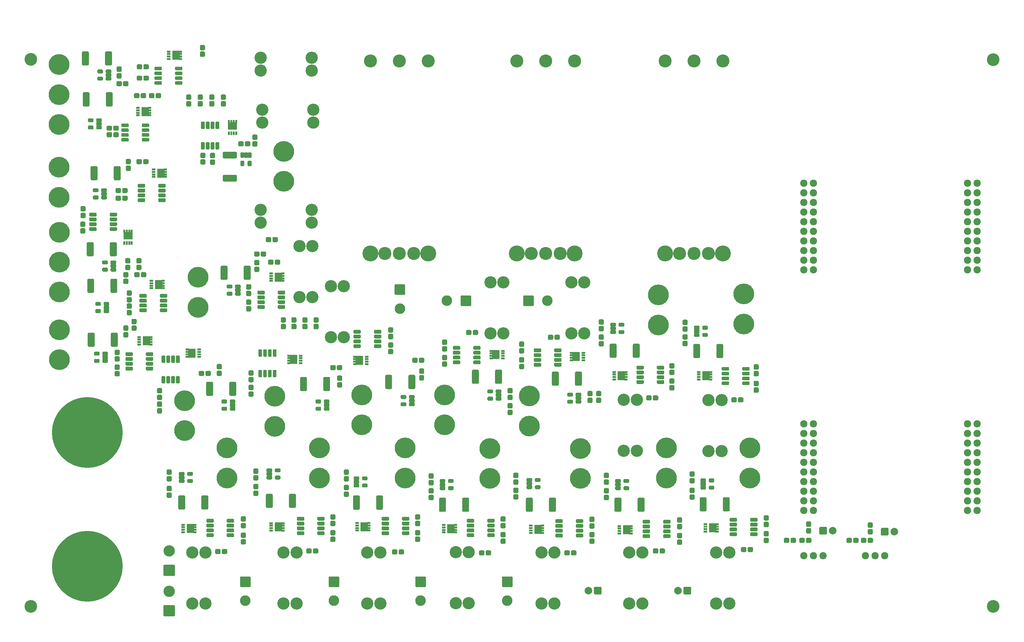
<source format=gbr>
G04 #@! TF.GenerationSoftware,KiCad,Pcbnew,(5.1.10)-1*
G04 #@! TF.CreationDate,2021-12-26T21:02:33-06:00*
G04 #@! TF.ProjectId,PowerBoard_2022_Rev1,506f7765-7242-46f6-9172-645f32303232,rev?*
G04 #@! TF.SameCoordinates,Original*
G04 #@! TF.FileFunction,Soldermask,Top*
G04 #@! TF.FilePolarity,Negative*
%FSLAX46Y46*%
G04 Gerber Fmt 4.6, Leading zero omitted, Abs format (unit mm)*
G04 Created by KiCad (PCBNEW (5.1.10)-1) date 2021-12-26 21:02:33*
%MOMM*%
%LPD*%
G01*
G04 APERTURE LIST*
%ADD10C,5.480000*%
%ADD11C,1.920000*%
%ADD12C,3.346400*%
%ADD13C,3.219400*%
%ADD14C,2.000000*%
%ADD15C,18.688000*%
%ADD16C,1.924000*%
%ADD17C,3.448000*%
%ADD18C,4.210000*%
%ADD19O,3.000000X3.000000*%
%ADD20C,2.800000*%
G04 APERTURE END LIST*
D10*
X365945343Y-58013000D03*
X365945343Y-65913000D03*
D11*
X608076000Y-85090000D03*
X562356000Y-62230000D03*
X562356000Y-64770000D03*
X562356000Y-72390000D03*
X605536000Y-74930000D03*
X562356000Y-69850000D03*
X562356000Y-67310000D03*
X608076000Y-69850000D03*
X605536000Y-64770000D03*
X562356000Y-74930000D03*
X562356000Y-77470000D03*
X608076000Y-64770000D03*
X605536000Y-69850000D03*
X605536000Y-72390000D03*
X605536000Y-85090000D03*
X605536000Y-82550000D03*
X605536000Y-80010000D03*
X605536000Y-77470000D03*
X605536000Y-67310000D03*
X605536000Y-62230000D03*
X608076000Y-82550000D03*
X608076000Y-80010000D03*
X608076000Y-77470000D03*
X608076000Y-74930000D03*
X608076000Y-72390000D03*
X608076000Y-67310000D03*
X608076000Y-62230000D03*
X564896000Y-85090000D03*
X564896000Y-82550000D03*
X564896000Y-80010000D03*
X564896000Y-77470000D03*
X564896000Y-74930000D03*
X564896000Y-72390000D03*
X564896000Y-69850000D03*
X564896000Y-67310000D03*
X564896000Y-64770000D03*
X564896000Y-62230000D03*
X562356000Y-85090000D03*
X562356000Y-82550000D03*
X562356000Y-80010000D03*
X605536000Y-148590000D03*
X605536000Y-146050000D03*
X605536000Y-143510000D03*
X605536000Y-140970000D03*
X605536000Y-138430000D03*
X605536000Y-135890000D03*
X605536000Y-133350000D03*
X605536000Y-130810000D03*
X605536000Y-128270000D03*
X605536000Y-125730000D03*
X608076000Y-148590000D03*
X608076000Y-146050000D03*
X608076000Y-143510000D03*
X608076000Y-140970000D03*
X608076000Y-138430000D03*
X608076000Y-135890000D03*
X608076000Y-133350000D03*
X608076000Y-130810000D03*
X608076000Y-128270000D03*
X608076000Y-125730000D03*
X564896000Y-148590000D03*
X564896000Y-146050000D03*
X564896000Y-143510000D03*
X564896000Y-140970000D03*
X564896000Y-138430000D03*
X564896000Y-135890000D03*
X564896000Y-133350000D03*
X564896000Y-130810000D03*
X564896000Y-128270000D03*
X564896000Y-125730000D03*
X562356000Y-148590000D03*
X562356000Y-146050000D03*
X562356000Y-143510000D03*
X562356000Y-140970000D03*
X562356000Y-138430000D03*
X562356000Y-135890000D03*
X562356000Y-133350000D03*
X562356000Y-130810000D03*
X562356000Y-128270000D03*
X562356000Y-125730000D03*
D12*
X358513380Y-173870620D03*
X358449880Y-29519880D03*
X612338120Y-29583380D03*
X612338120Y-173870620D03*
G36*
G01*
X511330000Y-99893000D02*
X511330000Y-99243000D01*
G75*
G02*
X511530000Y-99043000I200000J0D01*
G01*
X512590000Y-99043000D01*
G75*
G02*
X512790000Y-99243000I0J-200000D01*
G01*
X512790000Y-99893000D01*
G75*
G02*
X512590000Y-100093000I-200000J0D01*
G01*
X511530000Y-100093000D01*
G75*
G02*
X511330000Y-99893000I0J200000D01*
G01*
G37*
G36*
G01*
X511330000Y-100843000D02*
X511330000Y-100193000D01*
G75*
G02*
X511530000Y-99993000I200000J0D01*
G01*
X512590000Y-99993000D01*
G75*
G02*
X512790000Y-100193000I0J-200000D01*
G01*
X512790000Y-100843000D01*
G75*
G02*
X512590000Y-101043000I-200000J0D01*
G01*
X511530000Y-101043000D01*
G75*
G02*
X511330000Y-100843000I0J200000D01*
G01*
G37*
G36*
G01*
X511330000Y-101793000D02*
X511330000Y-101143000D01*
G75*
G02*
X511530000Y-100943000I200000J0D01*
G01*
X512590000Y-100943000D01*
G75*
G02*
X512790000Y-101143000I0J-200000D01*
G01*
X512790000Y-101793000D01*
G75*
G02*
X512590000Y-101993000I-200000J0D01*
G01*
X511530000Y-101993000D01*
G75*
G02*
X511330000Y-101793000I0J200000D01*
G01*
G37*
G36*
G01*
X513530000Y-101793000D02*
X513530000Y-101143000D01*
G75*
G02*
X513730000Y-100943000I200000J0D01*
G01*
X514790000Y-100943000D01*
G75*
G02*
X514990000Y-101143000I0J-200000D01*
G01*
X514990000Y-101793000D01*
G75*
G02*
X514790000Y-101993000I-200000J0D01*
G01*
X513730000Y-101993000D01*
G75*
G02*
X513530000Y-101793000I0J200000D01*
G01*
G37*
G36*
G01*
X513530000Y-99893000D02*
X513530000Y-99243000D01*
G75*
G02*
X513730000Y-99043000I200000J0D01*
G01*
X514790000Y-99043000D01*
G75*
G02*
X514990000Y-99243000I0J-200000D01*
G01*
X514990000Y-99893000D01*
G75*
G02*
X514790000Y-100093000I-200000J0D01*
G01*
X513730000Y-100093000D01*
G75*
G02*
X513530000Y-99893000I0J200000D01*
G01*
G37*
G36*
G01*
X455459000Y-159849500D02*
X455459000Y-159174500D01*
G75*
G02*
X455796500Y-158837000I337500J0D01*
G01*
X456571500Y-158837000D01*
G75*
G02*
X456909000Y-159174500I0J-337500D01*
G01*
X456909000Y-159849500D01*
G75*
G02*
X456571500Y-160187000I-337500J0D01*
G01*
X455796500Y-160187000D01*
G75*
G02*
X455459000Y-159849500I0J337500D01*
G01*
G37*
G36*
G01*
X453709000Y-159849500D02*
X453709000Y-159174500D01*
G75*
G02*
X454046500Y-158837000I337500J0D01*
G01*
X454821500Y-158837000D01*
G75*
G02*
X455159000Y-159174500I0J-337500D01*
G01*
X455159000Y-159849500D01*
G75*
G02*
X454821500Y-160187000I-337500J0D01*
G01*
X454046500Y-160187000D01*
G75*
G02*
X453709000Y-159849500I0J337500D01*
G01*
G37*
G36*
G01*
X509948500Y-140358000D02*
X510623500Y-140358000D01*
G75*
G02*
X510961000Y-140695500I0J-337500D01*
G01*
X510961000Y-141470500D01*
G75*
G02*
X510623500Y-141808000I-337500J0D01*
G01*
X509948500Y-141808000D01*
G75*
G02*
X509611000Y-141470500I0J337500D01*
G01*
X509611000Y-140695500D01*
G75*
G02*
X509948500Y-140358000I337500J0D01*
G01*
G37*
G36*
G01*
X509948500Y-138608000D02*
X510623500Y-138608000D01*
G75*
G02*
X510961000Y-138945500I0J-337500D01*
G01*
X510961000Y-139720500D01*
G75*
G02*
X510623500Y-140058000I-337500J0D01*
G01*
X509948500Y-140058000D01*
G75*
G02*
X509611000Y-139720500I0J337500D01*
G01*
X509611000Y-138945500D01*
G75*
G02*
X509948500Y-138608000I337500J0D01*
G01*
G37*
D13*
X433006500Y-46228000D03*
X433006500Y-42799000D03*
X419544500Y-42799000D03*
X419544500Y-46228000D03*
X479679000Y-101854000D03*
X483108000Y-101854000D03*
X483108000Y-88392000D03*
X479679000Y-88392000D03*
X501015000Y-88392000D03*
X504444000Y-88392000D03*
X504444000Y-101854000D03*
X501015000Y-101854000D03*
X519747252Y-173147443D03*
X516318252Y-173147443D03*
X516318252Y-159685443D03*
X519747252Y-159685443D03*
X473963752Y-159558443D03*
X470534752Y-159558443D03*
X470534752Y-173020443D03*
X473963752Y-173020443D03*
X428561252Y-173147443D03*
X425132252Y-173147443D03*
X425132252Y-159685443D03*
X428561252Y-159685443D03*
X542671000Y-159639000D03*
X539242000Y-159639000D03*
X539242000Y-173101000D03*
X542671000Y-173101000D03*
X518287000Y-132842000D03*
X514858000Y-132842000D03*
X514858000Y-119380000D03*
X518287000Y-119380000D03*
X419100000Y-32512000D03*
X419100000Y-29083000D03*
X432562000Y-29083000D03*
X432562000Y-32512000D03*
X432752500Y-78803500D03*
X429323500Y-78803500D03*
X429323500Y-92265500D03*
X432752500Y-92265500D03*
X540638752Y-119426443D03*
X537209752Y-119426443D03*
X537209752Y-132888443D03*
X540638752Y-132888443D03*
X450659252Y-173147443D03*
X447230252Y-173147443D03*
X447230252Y-159685443D03*
X450659252Y-159685443D03*
X419100000Y-72644000D03*
X419100000Y-69215000D03*
X432562000Y-69215000D03*
X432562000Y-72644000D03*
X496570000Y-173101000D03*
X493141000Y-173101000D03*
X493141000Y-159639000D03*
X496570000Y-159639000D03*
X404495000Y-159664400D03*
X401066000Y-159664400D03*
X401066000Y-173126400D03*
X404495000Y-173126400D03*
X441032900Y-89357200D03*
X437603900Y-89357200D03*
X437603900Y-102819200D03*
X441032900Y-102819200D03*
G36*
G01*
X549445500Y-116087000D02*
X550120500Y-116087000D01*
G75*
G02*
X550458000Y-116424500I0J-337500D01*
G01*
X550458000Y-117199500D01*
G75*
G02*
X550120500Y-117537000I-337500J0D01*
G01*
X549445500Y-117537000D01*
G75*
G02*
X549108000Y-117199500I0J337500D01*
G01*
X549108000Y-116424500D01*
G75*
G02*
X549445500Y-116087000I337500J0D01*
G01*
G37*
G36*
G01*
X549445500Y-114337000D02*
X550120500Y-114337000D01*
G75*
G02*
X550458000Y-114674500I0J-337500D01*
G01*
X550458000Y-115449500D01*
G75*
G02*
X550120500Y-115787000I-337500J0D01*
G01*
X549445500Y-115787000D01*
G75*
G02*
X549108000Y-115449500I0J337500D01*
G01*
X549108000Y-114674500D01*
G75*
G02*
X549445500Y-114337000I337500J0D01*
G01*
G37*
G36*
G01*
X544980000Y-119717500D02*
X544980000Y-119042500D01*
G75*
G02*
X545317500Y-118705000I337500J0D01*
G01*
X546092500Y-118705000D01*
G75*
G02*
X546430000Y-119042500I0J-337500D01*
G01*
X546430000Y-119717500D01*
G75*
G02*
X546092500Y-120055000I-337500J0D01*
G01*
X545317500Y-120055000D01*
G75*
G02*
X544980000Y-119717500I0J337500D01*
G01*
G37*
G36*
G01*
X543230000Y-119717500D02*
X543230000Y-119042500D01*
G75*
G02*
X543567500Y-118705000I337500J0D01*
G01*
X544342500Y-118705000D01*
G75*
G02*
X544680000Y-119042500I0J-337500D01*
G01*
X544680000Y-119717500D01*
G75*
G02*
X544342500Y-120055000I-337500J0D01*
G01*
X543567500Y-120055000D01*
G75*
G02*
X543230000Y-119717500I0J337500D01*
G01*
G37*
G36*
G01*
X527220500Y-115466000D02*
X527895500Y-115466000D01*
G75*
G02*
X528233000Y-115803500I0J-337500D01*
G01*
X528233000Y-116578500D01*
G75*
G02*
X527895500Y-116916000I-337500J0D01*
G01*
X527220500Y-116916000D01*
G75*
G02*
X526883000Y-116578500I0J337500D01*
G01*
X526883000Y-115803500D01*
G75*
G02*
X527220500Y-115466000I337500J0D01*
G01*
G37*
G36*
G01*
X527220500Y-113716000D02*
X527895500Y-113716000D01*
G75*
G02*
X528233000Y-114053500I0J-337500D01*
G01*
X528233000Y-114828500D01*
G75*
G02*
X527895500Y-115166000I-337500J0D01*
G01*
X527220500Y-115166000D01*
G75*
G02*
X526883000Y-114828500I0J337500D01*
G01*
X526883000Y-114053500D01*
G75*
G02*
X527220500Y-113716000I337500J0D01*
G01*
G37*
G36*
G01*
X520765000Y-119209500D02*
X520765000Y-118534500D01*
G75*
G02*
X521102500Y-118197000I337500J0D01*
G01*
X521877500Y-118197000D01*
G75*
G02*
X522215000Y-118534500I0J-337500D01*
G01*
X522215000Y-119209500D01*
G75*
G02*
X521877500Y-119547000I-337500J0D01*
G01*
X521102500Y-119547000D01*
G75*
G02*
X520765000Y-119209500I0J337500D01*
G01*
G37*
G36*
G01*
X522515000Y-119209500D02*
X522515000Y-118534500D01*
G75*
G02*
X522852500Y-118197000I337500J0D01*
G01*
X523627500Y-118197000D01*
G75*
G02*
X523965000Y-118534500I0J-337500D01*
G01*
X523965000Y-119209500D01*
G75*
G02*
X523627500Y-119547000I-337500J0D01*
G01*
X522852500Y-119547000D01*
G75*
G02*
X522515000Y-119209500I0J337500D01*
G01*
G37*
D14*
X505500000Y-169709959D03*
G36*
G01*
X509000000Y-168909959D02*
X509000000Y-170509959D01*
G75*
G02*
X508800000Y-170709959I-200000J0D01*
G01*
X507200000Y-170709959D01*
G75*
G02*
X507000000Y-170509959I0J200000D01*
G01*
X507000000Y-168909959D01*
G75*
G02*
X507200000Y-168709959I200000J0D01*
G01*
X508800000Y-168709959D01*
G75*
G02*
X509000000Y-168909959I0J-200000D01*
G01*
G37*
X529122000Y-169709959D03*
G36*
G01*
X532622000Y-168909959D02*
X532622000Y-170509959D01*
G75*
G02*
X532422000Y-170709959I-200000J0D01*
G01*
X530822000Y-170709959D01*
G75*
G02*
X530622000Y-170509959I0J200000D01*
G01*
X530622000Y-168909959D01*
G75*
G02*
X530822000Y-168709959I200000J0D01*
G01*
X532422000Y-168709959D01*
G75*
G02*
X532622000Y-168909959I0J-200000D01*
G01*
G37*
G36*
G01*
X563963500Y-154649000D02*
X563288500Y-154649000D01*
G75*
G02*
X562951000Y-154311500I0J337500D01*
G01*
X562951000Y-153536500D01*
G75*
G02*
X563288500Y-153199000I337500J0D01*
G01*
X563963500Y-153199000D01*
G75*
G02*
X564301000Y-153536500I0J-337500D01*
G01*
X564301000Y-154311500D01*
G75*
G02*
X563963500Y-154649000I-337500J0D01*
G01*
G37*
G36*
G01*
X563963500Y-152899000D02*
X563288500Y-152899000D01*
G75*
G02*
X562951000Y-152561500I0J337500D01*
G01*
X562951000Y-151786500D01*
G75*
G02*
X563288500Y-151449000I337500J0D01*
G01*
X563963500Y-151449000D01*
G75*
G02*
X564301000Y-151786500I0J-337500D01*
G01*
X564301000Y-152561500D01*
G75*
G02*
X563963500Y-152899000I-337500J0D01*
G01*
G37*
G36*
G01*
X580219500Y-153153000D02*
X579544500Y-153153000D01*
G75*
G02*
X579207000Y-152815500I0J337500D01*
G01*
X579207000Y-152040500D01*
G75*
G02*
X579544500Y-151703000I337500J0D01*
G01*
X580219500Y-151703000D01*
G75*
G02*
X580557000Y-152040500I0J-337500D01*
G01*
X580557000Y-152815500D01*
G75*
G02*
X580219500Y-153153000I-337500J0D01*
G01*
G37*
G36*
G01*
X580219500Y-154903000D02*
X579544500Y-154903000D01*
G75*
G02*
X579207000Y-154565500I0J337500D01*
G01*
X579207000Y-153790500D01*
G75*
G02*
X579544500Y-153453000I337500J0D01*
G01*
X580219500Y-153453000D01*
G75*
G02*
X580557000Y-153790500I0J-337500D01*
G01*
X580557000Y-154565500D01*
G75*
G02*
X580219500Y-154903000I-337500J0D01*
G01*
G37*
X569936000Y-153924000D03*
G36*
G01*
X566436000Y-154724000D02*
X566436000Y-153124000D01*
G75*
G02*
X566636000Y-152924000I200000J0D01*
G01*
X568236000Y-152924000D01*
G75*
G02*
X568436000Y-153124000I0J-200000D01*
G01*
X568436000Y-154724000D01*
G75*
G02*
X568236000Y-154924000I-200000J0D01*
G01*
X566636000Y-154924000D01*
G75*
G02*
X566436000Y-154724000I0J200000D01*
G01*
G37*
G36*
G01*
X582692000Y-154978000D02*
X582692000Y-153378000D01*
G75*
G02*
X582892000Y-153178000I200000J0D01*
G01*
X584492000Y-153178000D01*
G75*
G02*
X584692000Y-153378000I0J-200000D01*
G01*
X584692000Y-154978000D01*
G75*
G02*
X584492000Y-155178000I-200000J0D01*
G01*
X582892000Y-155178000D01*
G75*
G02*
X582692000Y-154978000I0J200000D01*
G01*
G37*
X586192000Y-154178000D03*
G36*
G01*
X414190500Y-154367400D02*
X414865500Y-154367400D01*
G75*
G02*
X415203000Y-154704900I0J-337500D01*
G01*
X415203000Y-155479900D01*
G75*
G02*
X414865500Y-155817400I-337500J0D01*
G01*
X414190500Y-155817400D01*
G75*
G02*
X413853000Y-155479900I0J337500D01*
G01*
X413853000Y-154704900D01*
G75*
G02*
X414190500Y-154367400I337500J0D01*
G01*
G37*
G36*
G01*
X414190500Y-156117400D02*
X414865500Y-156117400D01*
G75*
G02*
X415203000Y-156454900I0J-337500D01*
G01*
X415203000Y-157229900D01*
G75*
G02*
X414865500Y-157567400I-337500J0D01*
G01*
X414190500Y-157567400D01*
G75*
G02*
X413853000Y-157229900I0J337500D01*
G01*
X413853000Y-156454900D01*
G75*
G02*
X414190500Y-156117400I337500J0D01*
G01*
G37*
G36*
G01*
X460164500Y-153707000D02*
X460839500Y-153707000D01*
G75*
G02*
X461177000Y-154044500I0J-337500D01*
G01*
X461177000Y-154819500D01*
G75*
G02*
X460839500Y-155157000I-337500J0D01*
G01*
X460164500Y-155157000D01*
G75*
G02*
X459827000Y-154819500I0J337500D01*
G01*
X459827000Y-154044500D01*
G75*
G02*
X460164500Y-153707000I337500J0D01*
G01*
G37*
G36*
G01*
X460164500Y-155457000D02*
X460839500Y-155457000D01*
G75*
G02*
X461177000Y-155794500I0J-337500D01*
G01*
X461177000Y-156569500D01*
G75*
G02*
X460839500Y-156907000I-337500J0D01*
G01*
X460164500Y-156907000D01*
G75*
G02*
X459827000Y-156569500I0J337500D01*
G01*
X459827000Y-155794500D01*
G75*
G02*
X460164500Y-155457000I337500J0D01*
G01*
G37*
G36*
G01*
X506138500Y-154215000D02*
X506813500Y-154215000D01*
G75*
G02*
X507151000Y-154552500I0J-337500D01*
G01*
X507151000Y-155327500D01*
G75*
G02*
X506813500Y-155665000I-337500J0D01*
G01*
X506138500Y-155665000D01*
G75*
G02*
X505801000Y-155327500I0J337500D01*
G01*
X505801000Y-154552500D01*
G75*
G02*
X506138500Y-154215000I337500J0D01*
G01*
G37*
G36*
G01*
X506138500Y-155965000D02*
X506813500Y-155965000D01*
G75*
G02*
X507151000Y-156302500I0J-337500D01*
G01*
X507151000Y-157077500D01*
G75*
G02*
X506813500Y-157415000I-337500J0D01*
G01*
X506138500Y-157415000D01*
G75*
G02*
X505801000Y-157077500I0J337500D01*
G01*
X505801000Y-156302500D01*
G75*
G02*
X506138500Y-155965000I337500J0D01*
G01*
G37*
G36*
G01*
X552112500Y-155725000D02*
X552787500Y-155725000D01*
G75*
G02*
X553125000Y-156062500I0J-337500D01*
G01*
X553125000Y-156837500D01*
G75*
G02*
X552787500Y-157175000I-337500J0D01*
G01*
X552112500Y-157175000D01*
G75*
G02*
X551775000Y-156837500I0J337500D01*
G01*
X551775000Y-156062500D01*
G75*
G02*
X552112500Y-155725000I337500J0D01*
G01*
G37*
G36*
G01*
X552112500Y-153975000D02*
X552787500Y-153975000D01*
G75*
G02*
X553125000Y-154312500I0J-337500D01*
G01*
X553125000Y-155087500D01*
G75*
G02*
X552787500Y-155425000I-337500J0D01*
G01*
X552112500Y-155425000D01*
G75*
G02*
X551775000Y-155087500I0J337500D01*
G01*
X551775000Y-154312500D01*
G75*
G02*
X552112500Y-153975000I337500J0D01*
G01*
G37*
G36*
G01*
X408836000Y-159747900D02*
X408836000Y-159072900D01*
G75*
G02*
X409173500Y-158735400I337500J0D01*
G01*
X409948500Y-158735400D01*
G75*
G02*
X410286000Y-159072900I0J-337500D01*
G01*
X410286000Y-159747900D01*
G75*
G02*
X409948500Y-160085400I-337500J0D01*
G01*
X409173500Y-160085400D01*
G75*
G02*
X408836000Y-159747900I0J337500D01*
G01*
G37*
G36*
G01*
X407086000Y-159747900D02*
X407086000Y-159072900D01*
G75*
G02*
X407423500Y-158735400I337500J0D01*
G01*
X408198500Y-158735400D01*
G75*
G02*
X408536000Y-159072900I0J-337500D01*
G01*
X408536000Y-159747900D01*
G75*
G02*
X408198500Y-160085400I-337500J0D01*
G01*
X407423500Y-160085400D01*
G75*
G02*
X407086000Y-159747900I0J337500D01*
G01*
G37*
G36*
G01*
X500925000Y-160103500D02*
X500925000Y-159428500D01*
G75*
G02*
X501262500Y-159091000I337500J0D01*
G01*
X502037500Y-159091000D01*
G75*
G02*
X502375000Y-159428500I0J-337500D01*
G01*
X502375000Y-160103500D01*
G75*
G02*
X502037500Y-160441000I-337500J0D01*
G01*
X501262500Y-160441000D01*
G75*
G02*
X500925000Y-160103500I0J337500D01*
G01*
G37*
G36*
G01*
X499175000Y-160103500D02*
X499175000Y-159428500D01*
G75*
G02*
X499512500Y-159091000I337500J0D01*
G01*
X500287500Y-159091000D01*
G75*
G02*
X500625000Y-159428500I0J-337500D01*
G01*
X500625000Y-160103500D01*
G75*
G02*
X500287500Y-160441000I-337500J0D01*
G01*
X499512500Y-160441000D01*
G75*
G02*
X499175000Y-160103500I0J337500D01*
G01*
G37*
G36*
G01*
X545770000Y-159214500D02*
X545770000Y-158539500D01*
G75*
G02*
X546107500Y-158202000I337500J0D01*
G01*
X546882500Y-158202000D01*
G75*
G02*
X547220000Y-158539500I0J-337500D01*
G01*
X547220000Y-159214500D01*
G75*
G02*
X546882500Y-159552000I-337500J0D01*
G01*
X546107500Y-159552000D01*
G75*
G02*
X545770000Y-159214500I0J337500D01*
G01*
G37*
G36*
G01*
X547520000Y-159214500D02*
X547520000Y-158539500D01*
G75*
G02*
X547857500Y-158202000I337500J0D01*
G01*
X548632500Y-158202000D01*
G75*
G02*
X548970000Y-158539500I0J-337500D01*
G01*
X548970000Y-159214500D01*
G75*
G02*
X548632500Y-159552000I-337500J0D01*
G01*
X547857500Y-159552000D01*
G75*
G02*
X547520000Y-159214500I0J337500D01*
G01*
G37*
G36*
G01*
X437812500Y-153707000D02*
X438487500Y-153707000D01*
G75*
G02*
X438825000Y-154044500I0J-337500D01*
G01*
X438825000Y-154819500D01*
G75*
G02*
X438487500Y-155157000I-337500J0D01*
G01*
X437812500Y-155157000D01*
G75*
G02*
X437475000Y-154819500I0J337500D01*
G01*
X437475000Y-154044500D01*
G75*
G02*
X437812500Y-153707000I337500J0D01*
G01*
G37*
G36*
G01*
X437812500Y-155457000D02*
X438487500Y-155457000D01*
G75*
G02*
X438825000Y-155794500I0J-337500D01*
G01*
X438825000Y-156569500D01*
G75*
G02*
X438487500Y-156907000I-337500J0D01*
G01*
X437812500Y-156907000D01*
G75*
G02*
X437475000Y-156569500I0J337500D01*
G01*
X437475000Y-155794500D01*
G75*
G02*
X437812500Y-155457000I337500J0D01*
G01*
G37*
G36*
G01*
X482707000Y-154215000D02*
X483382000Y-154215000D01*
G75*
G02*
X483719500Y-154552500I0J-337500D01*
G01*
X483719500Y-155327500D01*
G75*
G02*
X483382000Y-155665000I-337500J0D01*
G01*
X482707000Y-155665000D01*
G75*
G02*
X482369500Y-155327500I0J337500D01*
G01*
X482369500Y-154552500D01*
G75*
G02*
X482707000Y-154215000I337500J0D01*
G01*
G37*
G36*
G01*
X482707000Y-155965000D02*
X483382000Y-155965000D01*
G75*
G02*
X483719500Y-156302500I0J-337500D01*
G01*
X483719500Y-157077500D01*
G75*
G02*
X483382000Y-157415000I-337500J0D01*
G01*
X482707000Y-157415000D01*
G75*
G02*
X482369500Y-157077500I0J337500D01*
G01*
X482369500Y-156302500D01*
G75*
G02*
X482707000Y-155965000I337500J0D01*
G01*
G37*
G36*
G01*
X529252500Y-156219000D02*
X529927500Y-156219000D01*
G75*
G02*
X530265000Y-156556500I0J-337500D01*
G01*
X530265000Y-157331500D01*
G75*
G02*
X529927500Y-157669000I-337500J0D01*
G01*
X529252500Y-157669000D01*
G75*
G02*
X528915000Y-157331500I0J337500D01*
G01*
X528915000Y-156556500D01*
G75*
G02*
X529252500Y-156219000I337500J0D01*
G01*
G37*
G36*
G01*
X529252500Y-154469000D02*
X529927500Y-154469000D01*
G75*
G02*
X530265000Y-154806500I0J-337500D01*
G01*
X530265000Y-155581500D01*
G75*
G02*
X529927500Y-155919000I-337500J0D01*
G01*
X529252500Y-155919000D01*
G75*
G02*
X528915000Y-155581500I0J337500D01*
G01*
X528915000Y-154806500D01*
G75*
G02*
X529252500Y-154469000I337500J0D01*
G01*
G37*
G36*
G01*
X432853000Y-159595500D02*
X432853000Y-158920500D01*
G75*
G02*
X433190500Y-158583000I337500J0D01*
G01*
X433965500Y-158583000D01*
G75*
G02*
X434303000Y-158920500I0J-337500D01*
G01*
X434303000Y-159595500D01*
G75*
G02*
X433965500Y-159933000I-337500J0D01*
G01*
X433190500Y-159933000D01*
G75*
G02*
X432853000Y-159595500I0J337500D01*
G01*
G37*
G36*
G01*
X431103000Y-159595500D02*
X431103000Y-158920500D01*
G75*
G02*
X431440500Y-158583000I337500J0D01*
G01*
X432215500Y-158583000D01*
G75*
G02*
X432553000Y-158920500I0J-337500D01*
G01*
X432553000Y-159595500D01*
G75*
G02*
X432215500Y-159933000I-337500J0D01*
G01*
X431440500Y-159933000D01*
G75*
G02*
X431103000Y-159595500I0J337500D01*
G01*
G37*
G36*
G01*
X476682000Y-160103500D02*
X476682000Y-159428500D01*
G75*
G02*
X477019500Y-159091000I337500J0D01*
G01*
X477794500Y-159091000D01*
G75*
G02*
X478132000Y-159428500I0J-337500D01*
G01*
X478132000Y-160103500D01*
G75*
G02*
X477794500Y-160441000I-337500J0D01*
G01*
X477019500Y-160441000D01*
G75*
G02*
X476682000Y-160103500I0J337500D01*
G01*
G37*
G36*
G01*
X478432000Y-160103500D02*
X478432000Y-159428500D01*
G75*
G02*
X478769500Y-159091000I337500J0D01*
G01*
X479544500Y-159091000D01*
G75*
G02*
X479882000Y-159428500I0J-337500D01*
G01*
X479882000Y-160103500D01*
G75*
G02*
X479544500Y-160441000I-337500J0D01*
G01*
X478769500Y-160441000D01*
G75*
G02*
X478432000Y-160103500I0J337500D01*
G01*
G37*
G36*
G01*
X524293000Y-159595500D02*
X524293000Y-158920500D01*
G75*
G02*
X524630500Y-158583000I337500J0D01*
G01*
X525405500Y-158583000D01*
G75*
G02*
X525743000Y-158920500I0J-337500D01*
G01*
X525743000Y-159595500D01*
G75*
G02*
X525405500Y-159933000I-337500J0D01*
G01*
X524630500Y-159933000D01*
G75*
G02*
X524293000Y-159595500I0J337500D01*
G01*
G37*
G36*
G01*
X522543000Y-159595500D02*
X522543000Y-158920500D01*
G75*
G02*
X522880500Y-158583000I337500J0D01*
G01*
X523655500Y-158583000D01*
G75*
G02*
X523993000Y-158920500I0J-337500D01*
G01*
X523993000Y-159595500D01*
G75*
G02*
X523655500Y-159933000I-337500J0D01*
G01*
X522880500Y-159933000D01*
G75*
G02*
X522543000Y-159595500I0J337500D01*
G01*
G37*
G36*
G01*
X387849000Y-31158500D02*
X387849000Y-31833500D01*
G75*
G02*
X387511500Y-32171000I-337500J0D01*
G01*
X386736500Y-32171000D01*
G75*
G02*
X386399000Y-31833500I0J337500D01*
G01*
X386399000Y-31158500D01*
G75*
G02*
X386736500Y-30821000I337500J0D01*
G01*
X387511500Y-30821000D01*
G75*
G02*
X387849000Y-31158500I0J-337500D01*
G01*
G37*
G36*
G01*
X389599000Y-31158500D02*
X389599000Y-31833500D01*
G75*
G02*
X389261500Y-32171000I-337500J0D01*
G01*
X388486500Y-32171000D01*
G75*
G02*
X388149000Y-31833500I0J337500D01*
G01*
X388149000Y-31158500D01*
G75*
G02*
X388486500Y-30821000I337500J0D01*
G01*
X389261500Y-30821000D01*
G75*
G02*
X389599000Y-31158500I0J-337500D01*
G01*
G37*
G36*
G01*
X384766500Y-91939000D02*
X384091500Y-91939000D01*
G75*
G02*
X383754000Y-91601500I0J337500D01*
G01*
X383754000Y-90826500D01*
G75*
G02*
X384091500Y-90489000I337500J0D01*
G01*
X384766500Y-90489000D01*
G75*
G02*
X385104000Y-90826500I0J-337500D01*
G01*
X385104000Y-91601500D01*
G75*
G02*
X384766500Y-91939000I-337500J0D01*
G01*
G37*
G36*
G01*
X384766500Y-93689000D02*
X384091500Y-93689000D01*
G75*
G02*
X383754000Y-93351500I0J337500D01*
G01*
X383754000Y-92576500D01*
G75*
G02*
X384091500Y-92239000I337500J0D01*
G01*
X384766500Y-92239000D01*
G75*
G02*
X385104000Y-92576500I0J-337500D01*
G01*
X385104000Y-93351500D01*
G75*
G02*
X384766500Y-93689000I-337500J0D01*
G01*
G37*
G36*
G01*
X404070500Y-28891000D02*
X403395500Y-28891000D01*
G75*
G02*
X403058000Y-28553500I0J337500D01*
G01*
X403058000Y-27778500D01*
G75*
G02*
X403395500Y-27441000I337500J0D01*
G01*
X404070500Y-27441000D01*
G75*
G02*
X404408000Y-27778500I0J-337500D01*
G01*
X404408000Y-28553500D01*
G75*
G02*
X404070500Y-28891000I-337500J0D01*
G01*
G37*
G36*
G01*
X404070500Y-27141000D02*
X403395500Y-27141000D01*
G75*
G02*
X403058000Y-26803500I0J337500D01*
G01*
X403058000Y-26028500D01*
G75*
G02*
X403395500Y-25691000I337500J0D01*
G01*
X404070500Y-25691000D01*
G75*
G02*
X404408000Y-26028500I0J-337500D01*
G01*
X404408000Y-26803500D01*
G75*
G02*
X404070500Y-27141000I-337500J0D01*
G01*
G37*
G36*
G01*
X422185000Y-77426500D02*
X422185000Y-76751500D01*
G75*
G02*
X422522500Y-76414000I337500J0D01*
G01*
X423297500Y-76414000D01*
G75*
G02*
X423635000Y-76751500I0J-337500D01*
G01*
X423635000Y-77426500D01*
G75*
G02*
X423297500Y-77764000I-337500J0D01*
G01*
X422522500Y-77764000D01*
G75*
G02*
X422185000Y-77426500I0J337500D01*
G01*
G37*
G36*
G01*
X420435000Y-77426500D02*
X420435000Y-76751500D01*
G75*
G02*
X420772500Y-76414000I337500J0D01*
G01*
X421547500Y-76414000D01*
G75*
G02*
X421885000Y-76751500I0J-337500D01*
G01*
X421885000Y-77426500D01*
G75*
G02*
X421547500Y-77764000I-337500J0D01*
G01*
X420772500Y-77764000D01*
G75*
G02*
X420435000Y-77426500I0J337500D01*
G01*
G37*
G36*
G01*
X488271500Y-105401000D02*
X487596500Y-105401000D01*
G75*
G02*
X487259000Y-105063500I0J337500D01*
G01*
X487259000Y-104288500D01*
G75*
G02*
X487596500Y-103951000I337500J0D01*
G01*
X488271500Y-103951000D01*
G75*
G02*
X488609000Y-104288500I0J-337500D01*
G01*
X488609000Y-105063500D01*
G75*
G02*
X488271500Y-105401000I-337500J0D01*
G01*
G37*
G36*
G01*
X488271500Y-107151000D02*
X487596500Y-107151000D01*
G75*
G02*
X487259000Y-106813500I0J337500D01*
G01*
X487259000Y-106038500D01*
G75*
G02*
X487596500Y-105701000I337500J0D01*
G01*
X488271500Y-105701000D01*
G75*
G02*
X488609000Y-106038500I0J-337500D01*
G01*
X488609000Y-106813500D01*
G75*
G02*
X488271500Y-107151000I-337500J0D01*
G01*
G37*
G36*
G01*
X498029000Y-102532500D02*
X498029000Y-103207500D01*
G75*
G02*
X497691500Y-103545000I-337500J0D01*
G01*
X496916500Y-103545000D01*
G75*
G02*
X496579000Y-103207500I0J337500D01*
G01*
X496579000Y-102532500D01*
G75*
G02*
X496916500Y-102195000I337500J0D01*
G01*
X497691500Y-102195000D01*
G75*
G02*
X498029000Y-102532500I0J-337500D01*
G01*
G37*
G36*
G01*
X496279000Y-102532500D02*
X496279000Y-103207500D01*
G75*
G02*
X495941500Y-103545000I-337500J0D01*
G01*
X495166500Y-103545000D01*
G75*
G02*
X494829000Y-103207500I0J337500D01*
G01*
X494829000Y-102532500D01*
G75*
G02*
X495166500Y-102195000I337500J0D01*
G01*
X495941500Y-102195000D01*
G75*
G02*
X496279000Y-102532500I0J-337500D01*
G01*
G37*
G36*
G01*
X467951500Y-106643000D02*
X467276500Y-106643000D01*
G75*
G02*
X466939000Y-106305500I0J337500D01*
G01*
X466939000Y-105530500D01*
G75*
G02*
X467276500Y-105193000I337500J0D01*
G01*
X467951500Y-105193000D01*
G75*
G02*
X468289000Y-105530500I0J-337500D01*
G01*
X468289000Y-106305500D01*
G75*
G02*
X467951500Y-106643000I-337500J0D01*
G01*
G37*
G36*
G01*
X467951500Y-104893000D02*
X467276500Y-104893000D01*
G75*
G02*
X466939000Y-104555500I0J337500D01*
G01*
X466939000Y-103780500D01*
G75*
G02*
X467276500Y-103443000I337500J0D01*
G01*
X467951500Y-103443000D01*
G75*
G02*
X468289000Y-103780500I0J-337500D01*
G01*
X468289000Y-104555500D01*
G75*
G02*
X467951500Y-104893000I-337500J0D01*
G01*
G37*
G36*
G01*
X474717000Y-101262500D02*
X474717000Y-101937500D01*
G75*
G02*
X474379500Y-102275000I-337500J0D01*
G01*
X473604500Y-102275000D01*
G75*
G02*
X473267000Y-101937500I0J337500D01*
G01*
X473267000Y-101262500D01*
G75*
G02*
X473604500Y-100925000I337500J0D01*
G01*
X474379500Y-100925000D01*
G75*
G02*
X474717000Y-101262500I0J-337500D01*
G01*
G37*
G36*
G01*
X476467000Y-101262500D02*
X476467000Y-101937500D01*
G75*
G02*
X476129500Y-102275000I-337500J0D01*
G01*
X475354500Y-102275000D01*
G75*
G02*
X475017000Y-101937500I0J337500D01*
G01*
X475017000Y-101262500D01*
G75*
G02*
X475354500Y-100925000I337500J0D01*
G01*
X476129500Y-100925000D01*
G75*
G02*
X476467000Y-101262500I0J-337500D01*
G01*
G37*
G36*
G01*
X372574500Y-71436000D02*
X371899500Y-71436000D01*
G75*
G02*
X371562000Y-71098500I0J337500D01*
G01*
X371562000Y-70323500D01*
G75*
G02*
X371899500Y-69986000I337500J0D01*
G01*
X372574500Y-69986000D01*
G75*
G02*
X372912000Y-70323500I0J-337500D01*
G01*
X372912000Y-71098500D01*
G75*
G02*
X372574500Y-71436000I-337500J0D01*
G01*
G37*
G36*
G01*
X372574500Y-69686000D02*
X371899500Y-69686000D01*
G75*
G02*
X371562000Y-69348500I0J337500D01*
G01*
X371562000Y-68573500D01*
G75*
G02*
X371899500Y-68236000I337500J0D01*
G01*
X372574500Y-68236000D01*
G75*
G02*
X372912000Y-68573500I0J-337500D01*
G01*
X372912000Y-69348500D01*
G75*
G02*
X372574500Y-69686000I-337500J0D01*
G01*
G37*
G36*
G01*
X416897500Y-114757000D02*
X416222500Y-114757000D01*
G75*
G02*
X415885000Y-114419500I0J337500D01*
G01*
X415885000Y-113644500D01*
G75*
G02*
X416222500Y-113307000I337500J0D01*
G01*
X416897500Y-113307000D01*
G75*
G02*
X417235000Y-113644500I0J-337500D01*
G01*
X417235000Y-114419500D01*
G75*
G02*
X416897500Y-114757000I-337500J0D01*
G01*
G37*
G36*
G01*
X416897500Y-113007000D02*
X416222500Y-113007000D01*
G75*
G02*
X415885000Y-112669500I0J337500D01*
G01*
X415885000Y-111894500D01*
G75*
G02*
X416222500Y-111557000I337500J0D01*
G01*
X416897500Y-111557000D01*
G75*
G02*
X417235000Y-111894500I0J-337500D01*
G01*
X417235000Y-112669500D01*
G75*
G02*
X416897500Y-113007000I-337500J0D01*
G01*
G37*
G36*
G01*
X392767500Y-117706000D02*
X392092500Y-117706000D01*
G75*
G02*
X391755000Y-117368500I0J337500D01*
G01*
X391755000Y-116593500D01*
G75*
G02*
X392092500Y-116256000I337500J0D01*
G01*
X392767500Y-116256000D01*
G75*
G02*
X393105000Y-116593500I0J-337500D01*
G01*
X393105000Y-117368500D01*
G75*
G02*
X392767500Y-117706000I-337500J0D01*
G01*
G37*
G36*
G01*
X392767500Y-119456000D02*
X392092500Y-119456000D01*
G75*
G02*
X391755000Y-119118500I0J337500D01*
G01*
X391755000Y-118343500D01*
G75*
G02*
X392092500Y-118006000I337500J0D01*
G01*
X392767500Y-118006000D01*
G75*
G02*
X393105000Y-118343500I0J-337500D01*
G01*
X393105000Y-119118500D01*
G75*
G02*
X392767500Y-119456000I-337500J0D01*
G01*
G37*
G36*
G01*
X453052500Y-105927000D02*
X453727500Y-105927000D01*
G75*
G02*
X454065000Y-106264500I0J-337500D01*
G01*
X454065000Y-107039500D01*
G75*
G02*
X453727500Y-107377000I-337500J0D01*
G01*
X453052500Y-107377000D01*
G75*
G02*
X452715000Y-107039500I0J337500D01*
G01*
X452715000Y-106264500D01*
G75*
G02*
X453052500Y-105927000I337500J0D01*
G01*
G37*
G36*
G01*
X453052500Y-104177000D02*
X453727500Y-104177000D01*
G75*
G02*
X454065000Y-104514500I0J-337500D01*
G01*
X454065000Y-105289500D01*
G75*
G02*
X453727500Y-105627000I-337500J0D01*
G01*
X453052500Y-105627000D01*
G75*
G02*
X452715000Y-105289500I0J337500D01*
G01*
X452715000Y-104514500D01*
G75*
G02*
X453052500Y-104177000I337500J0D01*
G01*
G37*
G36*
G01*
X409595000Y-40236000D02*
X408920000Y-40236000D01*
G75*
G02*
X408582500Y-39898500I0J337500D01*
G01*
X408582500Y-39123500D01*
G75*
G02*
X408920000Y-38786000I337500J0D01*
G01*
X409595000Y-38786000D01*
G75*
G02*
X409932500Y-39123500I0J-337500D01*
G01*
X409932500Y-39898500D01*
G75*
G02*
X409595000Y-40236000I-337500J0D01*
G01*
G37*
G36*
G01*
X409595000Y-41986000D02*
X408920000Y-41986000D01*
G75*
G02*
X408582500Y-41648500I0J337500D01*
G01*
X408582500Y-40873500D01*
G75*
G02*
X408920000Y-40536000I337500J0D01*
G01*
X409595000Y-40536000D01*
G75*
G02*
X409932500Y-40873500I0J-337500D01*
G01*
X409932500Y-41648500D01*
G75*
G02*
X409595000Y-41986000I-337500J0D01*
G01*
G37*
G36*
G01*
X425406500Y-99023000D02*
X424731500Y-99023000D01*
G75*
G02*
X424394000Y-98685500I0J337500D01*
G01*
X424394000Y-97910500D01*
G75*
G02*
X424731500Y-97573000I337500J0D01*
G01*
X425406500Y-97573000D01*
G75*
G02*
X425744000Y-97910500I0J-337500D01*
G01*
X425744000Y-98685500D01*
G75*
G02*
X425406500Y-99023000I-337500J0D01*
G01*
G37*
G36*
G01*
X425406500Y-100773000D02*
X424731500Y-100773000D01*
G75*
G02*
X424394000Y-100435500I0J337500D01*
G01*
X424394000Y-99660500D01*
G75*
G02*
X424731500Y-99323000I337500J0D01*
G01*
X425406500Y-99323000D01*
G75*
G02*
X425744000Y-99660500I0J-337500D01*
G01*
X425744000Y-100435500D01*
G75*
G02*
X425406500Y-100773000I-337500J0D01*
G01*
G37*
G36*
G01*
X428200500Y-100773000D02*
X427525500Y-100773000D01*
G75*
G02*
X427188000Y-100435500I0J337500D01*
G01*
X427188000Y-99660500D01*
G75*
G02*
X427525500Y-99323000I337500J0D01*
G01*
X428200500Y-99323000D01*
G75*
G02*
X428538000Y-99660500I0J-337500D01*
G01*
X428538000Y-100435500D01*
G75*
G02*
X428200500Y-100773000I-337500J0D01*
G01*
G37*
G36*
G01*
X428200500Y-99023000D02*
X427525500Y-99023000D01*
G75*
G02*
X427188000Y-98685500I0J337500D01*
G01*
X427188000Y-97910500D01*
G75*
G02*
X427525500Y-97573000I337500J0D01*
G01*
X428200500Y-97573000D01*
G75*
G02*
X428538000Y-97910500I0J-337500D01*
G01*
X428538000Y-98685500D01*
G75*
G02*
X428200500Y-99023000I-337500J0D01*
G01*
G37*
G36*
G01*
X431121500Y-100773000D02*
X430446500Y-100773000D01*
G75*
G02*
X430109000Y-100435500I0J337500D01*
G01*
X430109000Y-99660500D01*
G75*
G02*
X430446500Y-99323000I337500J0D01*
G01*
X431121500Y-99323000D01*
G75*
G02*
X431459000Y-99660500I0J-337500D01*
G01*
X431459000Y-100435500D01*
G75*
G02*
X431121500Y-100773000I-337500J0D01*
G01*
G37*
G36*
G01*
X431121500Y-99023000D02*
X430446500Y-99023000D01*
G75*
G02*
X430109000Y-98685500I0J337500D01*
G01*
X430109000Y-97910500D01*
G75*
G02*
X430446500Y-97573000I337500J0D01*
G01*
X431121500Y-97573000D01*
G75*
G02*
X431459000Y-97910500I0J-337500D01*
G01*
X431459000Y-98685500D01*
G75*
G02*
X431121500Y-99023000I-337500J0D01*
G01*
G37*
G36*
G01*
X406547000Y-41986000D02*
X405872000Y-41986000D01*
G75*
G02*
X405534500Y-41648500I0J337500D01*
G01*
X405534500Y-40873500D01*
G75*
G02*
X405872000Y-40536000I337500J0D01*
G01*
X406547000Y-40536000D01*
G75*
G02*
X406884500Y-40873500I0J-337500D01*
G01*
X406884500Y-41648500D01*
G75*
G02*
X406547000Y-41986000I-337500J0D01*
G01*
G37*
G36*
G01*
X406547000Y-40236000D02*
X405872000Y-40236000D01*
G75*
G02*
X405534500Y-39898500I0J337500D01*
G01*
X405534500Y-39123500D01*
G75*
G02*
X405872000Y-38786000I337500J0D01*
G01*
X406547000Y-38786000D01*
G75*
G02*
X406884500Y-39123500I0J-337500D01*
G01*
X406884500Y-39898500D01*
G75*
G02*
X406547000Y-40236000I-337500J0D01*
G01*
G37*
G36*
G01*
X384011000Y-63797500D02*
X384011000Y-64472500D01*
G75*
G02*
X383673500Y-64810000I-337500J0D01*
G01*
X382898500Y-64810000D01*
G75*
G02*
X382561000Y-64472500I0J337500D01*
G01*
X382561000Y-63797500D01*
G75*
G02*
X382898500Y-63460000I337500J0D01*
G01*
X383673500Y-63460000D01*
G75*
G02*
X384011000Y-63797500I0J-337500D01*
G01*
G37*
G36*
G01*
X382261000Y-63797500D02*
X382261000Y-64472500D01*
G75*
G02*
X381923500Y-64810000I-337500J0D01*
G01*
X381148500Y-64810000D01*
G75*
G02*
X380811000Y-64472500I0J337500D01*
G01*
X380811000Y-63797500D01*
G75*
G02*
X381148500Y-63460000I337500J0D01*
G01*
X381923500Y-63460000D01*
G75*
G02*
X382261000Y-63797500I0J-337500D01*
G01*
G37*
G36*
G01*
X422506000Y-82720500D02*
X422506000Y-83395500D01*
G75*
G02*
X422168500Y-83733000I-337500J0D01*
G01*
X421393500Y-83733000D01*
G75*
G02*
X421056000Y-83395500I0J337500D01*
G01*
X421056000Y-82720500D01*
G75*
G02*
X421393500Y-82383000I337500J0D01*
G01*
X422168500Y-82383000D01*
G75*
G02*
X422506000Y-82720500I0J-337500D01*
G01*
G37*
G36*
G01*
X424256000Y-82720500D02*
X424256000Y-83395500D01*
G75*
G02*
X423918500Y-83733000I-337500J0D01*
G01*
X423143500Y-83733000D01*
G75*
G02*
X422806000Y-83395500I0J337500D01*
G01*
X422806000Y-82720500D01*
G75*
G02*
X423143500Y-82383000I337500J0D01*
G01*
X423918500Y-82383000D01*
G75*
G02*
X424256000Y-82720500I0J-337500D01*
G01*
G37*
G36*
G01*
X416262500Y-90288000D02*
X415587500Y-90288000D01*
G75*
G02*
X415250000Y-89950500I0J337500D01*
G01*
X415250000Y-89175500D01*
G75*
G02*
X415587500Y-88838000I337500J0D01*
G01*
X416262500Y-88838000D01*
G75*
G02*
X416600000Y-89175500I0J-337500D01*
G01*
X416600000Y-89950500D01*
G75*
G02*
X416262500Y-90288000I-337500J0D01*
G01*
G37*
G36*
G01*
X416262500Y-92038000D02*
X415587500Y-92038000D01*
G75*
G02*
X415250000Y-91700500I0J337500D01*
G01*
X415250000Y-90925500D01*
G75*
G02*
X415587500Y-90588000I337500J0D01*
G01*
X416262500Y-90588000D01*
G75*
G02*
X416600000Y-90925500I0J-337500D01*
G01*
X416600000Y-91700500D01*
G75*
G02*
X416262500Y-92038000I-337500J0D01*
G01*
G37*
G36*
G01*
X381591500Y-109310000D02*
X380916500Y-109310000D01*
G75*
G02*
X380579000Y-108972500I0J337500D01*
G01*
X380579000Y-108197500D01*
G75*
G02*
X380916500Y-107860000I337500J0D01*
G01*
X381591500Y-107860000D01*
G75*
G02*
X381929000Y-108197500I0J-337500D01*
G01*
X381929000Y-108972500D01*
G75*
G02*
X381591500Y-109310000I-337500J0D01*
G01*
G37*
G36*
G01*
X381591500Y-107560000D02*
X380916500Y-107560000D01*
G75*
G02*
X380579000Y-107222500I0J337500D01*
G01*
X380579000Y-106447500D01*
G75*
G02*
X380916500Y-106110000I337500J0D01*
G01*
X381591500Y-106110000D01*
G75*
G02*
X381929000Y-106447500I0J-337500D01*
G01*
X381929000Y-107222500D01*
G75*
G02*
X381591500Y-107560000I-337500J0D01*
G01*
G37*
G36*
G01*
X403522500Y-54139000D02*
X404197500Y-54139000D01*
G75*
G02*
X404535000Y-54476500I0J-337500D01*
G01*
X404535000Y-55251500D01*
G75*
G02*
X404197500Y-55589000I-337500J0D01*
G01*
X403522500Y-55589000D01*
G75*
G02*
X403185000Y-55251500I0J337500D01*
G01*
X403185000Y-54476500D01*
G75*
G02*
X403522500Y-54139000I337500J0D01*
G01*
G37*
G36*
G01*
X403522500Y-55889000D02*
X404197500Y-55889000D01*
G75*
G02*
X404535000Y-56226500I0J-337500D01*
G01*
X404535000Y-57001500D01*
G75*
G02*
X404197500Y-57339000I-337500J0D01*
G01*
X403522500Y-57339000D01*
G75*
G02*
X403185000Y-57001500I0J337500D01*
G01*
X403185000Y-56226500D01*
G75*
G02*
X403522500Y-55889000I337500J0D01*
G01*
G37*
G36*
G01*
X379897500Y-47351000D02*
X379897500Y-48026000D01*
G75*
G02*
X379560000Y-48363500I-337500J0D01*
G01*
X378785000Y-48363500D01*
G75*
G02*
X378447500Y-48026000I0J337500D01*
G01*
X378447500Y-47351000D01*
G75*
G02*
X378785000Y-47013500I337500J0D01*
G01*
X379560000Y-47013500D01*
G75*
G02*
X379897500Y-47351000I0J-337500D01*
G01*
G37*
G36*
G01*
X381647500Y-47351000D02*
X381647500Y-48026000D01*
G75*
G02*
X381310000Y-48363500I-337500J0D01*
G01*
X380535000Y-48363500D01*
G75*
G02*
X380197500Y-48026000I0J337500D01*
G01*
X380197500Y-47351000D01*
G75*
G02*
X380535000Y-47013500I337500J0D01*
G01*
X381310000Y-47013500D01*
G75*
G02*
X381647500Y-47351000I0J-337500D01*
G01*
G37*
G36*
G01*
X434042500Y-99023000D02*
X433367500Y-99023000D01*
G75*
G02*
X433030000Y-98685500I0J337500D01*
G01*
X433030000Y-97910500D01*
G75*
G02*
X433367500Y-97573000I337500J0D01*
G01*
X434042500Y-97573000D01*
G75*
G02*
X434380000Y-97910500I0J-337500D01*
G01*
X434380000Y-98685500D01*
G75*
G02*
X434042500Y-99023000I-337500J0D01*
G01*
G37*
G36*
G01*
X434042500Y-100773000D02*
X433367500Y-100773000D01*
G75*
G02*
X433030000Y-100435500I0J337500D01*
G01*
X433030000Y-99660500D01*
G75*
G02*
X433367500Y-99323000I337500J0D01*
G01*
X434042500Y-99323000D01*
G75*
G02*
X434380000Y-99660500I0J-337500D01*
G01*
X434380000Y-100435500D01*
G75*
G02*
X434042500Y-100773000I-337500J0D01*
G01*
G37*
G36*
G01*
X403499000Y-40236000D02*
X402824000Y-40236000D01*
G75*
G02*
X402486500Y-39898500I0J337500D01*
G01*
X402486500Y-39123500D01*
G75*
G02*
X402824000Y-38786000I337500J0D01*
G01*
X403499000Y-38786000D01*
G75*
G02*
X403836500Y-39123500I0J-337500D01*
G01*
X403836500Y-39898500D01*
G75*
G02*
X403499000Y-40236000I-337500J0D01*
G01*
G37*
G36*
G01*
X403499000Y-41986000D02*
X402824000Y-41986000D01*
G75*
G02*
X402486500Y-41648500I0J337500D01*
G01*
X402486500Y-40873500D01*
G75*
G02*
X402824000Y-40536000I337500J0D01*
G01*
X403499000Y-40536000D01*
G75*
G02*
X403836500Y-40873500I0J-337500D01*
G01*
X403836500Y-41648500D01*
G75*
G02*
X403499000Y-41986000I-337500J0D01*
G01*
G37*
G36*
G01*
X400451000Y-40236000D02*
X399776000Y-40236000D01*
G75*
G02*
X399438500Y-39898500I0J337500D01*
G01*
X399438500Y-39123500D01*
G75*
G02*
X399776000Y-38786000I337500J0D01*
G01*
X400451000Y-38786000D01*
G75*
G02*
X400788500Y-39123500I0J-337500D01*
G01*
X400788500Y-39898500D01*
G75*
G02*
X400451000Y-40236000I-337500J0D01*
G01*
G37*
G36*
G01*
X400451000Y-41986000D02*
X399776000Y-41986000D01*
G75*
G02*
X399438500Y-41648500I0J337500D01*
G01*
X399438500Y-40873500D01*
G75*
G02*
X399776000Y-40536000I337500J0D01*
G01*
X400451000Y-40536000D01*
G75*
G02*
X400788500Y-40873500I0J-337500D01*
G01*
X400788500Y-41648500D01*
G75*
G02*
X400451000Y-41986000I-337500J0D01*
G01*
G37*
D10*
X365945343Y-46723000D03*
X365945343Y-38823000D03*
X365945343Y-30923000D03*
X467640000Y-125971000D03*
X467640000Y-118071000D03*
X399060000Y-119595000D03*
X399060000Y-127495000D03*
X489966000Y-118364000D03*
X489966000Y-126264000D03*
X366022605Y-108805436D03*
X366022605Y-100905436D03*
X445796000Y-125971000D03*
X445796000Y-118071000D03*
X422788383Y-126352000D03*
X422788383Y-118452000D03*
X366022605Y-90933500D03*
X366022605Y-83033500D03*
X366022605Y-75133500D03*
X425196000Y-53784500D03*
X425196000Y-61684500D03*
G36*
G01*
X530713000Y-98222000D02*
X531388000Y-98222000D01*
G75*
G02*
X531725500Y-98559500I0J-337500D01*
G01*
X531725500Y-99334500D01*
G75*
G02*
X531388000Y-99672000I-337500J0D01*
G01*
X530713000Y-99672000D01*
G75*
G02*
X530375500Y-99334500I0J337500D01*
G01*
X530375500Y-98559500D01*
G75*
G02*
X530713000Y-98222000I337500J0D01*
G01*
G37*
G36*
G01*
X530713000Y-99972000D02*
X531388000Y-99972000D01*
G75*
G02*
X531725500Y-100309500I0J-337500D01*
G01*
X531725500Y-101084500D01*
G75*
G02*
X531388000Y-101422000I-337500J0D01*
G01*
X530713000Y-101422000D01*
G75*
G02*
X530375500Y-101084500I0J337500D01*
G01*
X530375500Y-100309500D01*
G75*
G02*
X530713000Y-99972000I337500J0D01*
G01*
G37*
G36*
G01*
X508597943Y-99859000D02*
X509272943Y-99859000D01*
G75*
G02*
X509610443Y-100196500I0J-337500D01*
G01*
X509610443Y-100971500D01*
G75*
G02*
X509272943Y-101309000I-337500J0D01*
G01*
X508597943Y-101309000D01*
G75*
G02*
X508260443Y-100971500I0J337500D01*
G01*
X508260443Y-100196500D01*
G75*
G02*
X508597943Y-99859000I337500J0D01*
G01*
G37*
G36*
G01*
X508597943Y-98109000D02*
X509272943Y-98109000D01*
G75*
G02*
X509610443Y-98446500I0J-337500D01*
G01*
X509610443Y-99221500D01*
G75*
G02*
X509272943Y-99559000I-337500J0D01*
G01*
X508597943Y-99559000D01*
G75*
G02*
X508260443Y-99221500I0J337500D01*
G01*
X508260443Y-98446500D01*
G75*
G02*
X508597943Y-98109000I337500J0D01*
G01*
G37*
G36*
G01*
X558837000Y-156801500D02*
X558837000Y-156126500D01*
G75*
G02*
X559174500Y-155789000I337500J0D01*
G01*
X559949500Y-155789000D01*
G75*
G02*
X560287000Y-156126500I0J-337500D01*
G01*
X560287000Y-156801500D01*
G75*
G02*
X559949500Y-157139000I-337500J0D01*
G01*
X559174500Y-157139000D01*
G75*
G02*
X558837000Y-156801500I0J337500D01*
G01*
G37*
G36*
G01*
X557087000Y-156801500D02*
X557087000Y-156126500D01*
G75*
G02*
X557424500Y-155789000I337500J0D01*
G01*
X558199500Y-155789000D01*
G75*
G02*
X558537000Y-156126500I0J-337500D01*
G01*
X558537000Y-156801500D01*
G75*
G02*
X558199500Y-157139000I-337500J0D01*
G01*
X557424500Y-157139000D01*
G75*
G02*
X557087000Y-156801500I0J337500D01*
G01*
G37*
G36*
G01*
X573597000Y-156801500D02*
X573597000Y-156126500D01*
G75*
G02*
X573934500Y-155789000I337500J0D01*
G01*
X574709500Y-155789000D01*
G75*
G02*
X575047000Y-156126500I0J-337500D01*
G01*
X575047000Y-156801500D01*
G75*
G02*
X574709500Y-157139000I-337500J0D01*
G01*
X573934500Y-157139000D01*
G75*
G02*
X573597000Y-156801500I0J337500D01*
G01*
G37*
G36*
G01*
X575347000Y-156801500D02*
X575347000Y-156126500D01*
G75*
G02*
X575684500Y-155789000I337500J0D01*
G01*
X576459500Y-155789000D01*
G75*
G02*
X576797000Y-156126500I0J-337500D01*
G01*
X576797000Y-156801500D01*
G75*
G02*
X576459500Y-157139000I-337500J0D01*
G01*
X575684500Y-157139000D01*
G75*
G02*
X575347000Y-156801500I0J337500D01*
G01*
G37*
G36*
G01*
X394632500Y-137727343D02*
X395307500Y-137727343D01*
G75*
G02*
X395645000Y-138064843I0J-337500D01*
G01*
X395645000Y-138839843D01*
G75*
G02*
X395307500Y-139177343I-337500J0D01*
G01*
X394632500Y-139177343D01*
G75*
G02*
X394295000Y-138839843I0J337500D01*
G01*
X394295000Y-138064843D01*
G75*
G02*
X394632500Y-137727343I337500J0D01*
G01*
G37*
G36*
G01*
X394632500Y-139477343D02*
X395307500Y-139477343D01*
G75*
G02*
X395645000Y-139814843I0J-337500D01*
G01*
X395645000Y-140589843D01*
G75*
G02*
X395307500Y-140927343I-337500J0D01*
G01*
X394632500Y-140927343D01*
G75*
G02*
X394295000Y-140589843I0J337500D01*
G01*
X394295000Y-139814843D01*
G75*
G02*
X394632500Y-139477343I337500J0D01*
G01*
G37*
G36*
G01*
X441368500Y-137733000D02*
X442043500Y-137733000D01*
G75*
G02*
X442381000Y-138070500I0J-337500D01*
G01*
X442381000Y-138845500D01*
G75*
G02*
X442043500Y-139183000I-337500J0D01*
G01*
X441368500Y-139183000D01*
G75*
G02*
X441031000Y-138845500I0J337500D01*
G01*
X441031000Y-138070500D01*
G75*
G02*
X441368500Y-137733000I337500J0D01*
G01*
G37*
G36*
G01*
X441368500Y-139483000D02*
X442043500Y-139483000D01*
G75*
G02*
X442381000Y-139820500I0J-337500D01*
G01*
X442381000Y-140595500D01*
G75*
G02*
X442043500Y-140933000I-337500J0D01*
G01*
X441368500Y-140933000D01*
G75*
G02*
X441031000Y-140595500I0J337500D01*
G01*
X441031000Y-139820500D01*
G75*
G02*
X441368500Y-139483000I337500J0D01*
G01*
G37*
G36*
G01*
X486072500Y-140358000D02*
X486747500Y-140358000D01*
G75*
G02*
X487085000Y-140695500I0J-337500D01*
G01*
X487085000Y-141470500D01*
G75*
G02*
X486747500Y-141808000I-337500J0D01*
G01*
X486072500Y-141808000D01*
G75*
G02*
X485735000Y-141470500I0J337500D01*
G01*
X485735000Y-140695500D01*
G75*
G02*
X486072500Y-140358000I337500J0D01*
G01*
G37*
G36*
G01*
X486072500Y-138608000D02*
X486747500Y-138608000D01*
G75*
G02*
X487085000Y-138945500I0J-337500D01*
G01*
X487085000Y-139720500D01*
G75*
G02*
X486747500Y-140058000I-337500J0D01*
G01*
X486072500Y-140058000D01*
G75*
G02*
X485735000Y-139720500I0J337500D01*
G01*
X485735000Y-138945500D01*
G75*
G02*
X486072500Y-138608000I337500J0D01*
G01*
G37*
G36*
G01*
X532554500Y-139977000D02*
X533229500Y-139977000D01*
G75*
G02*
X533567000Y-140314500I0J-337500D01*
G01*
X533567000Y-141089500D01*
G75*
G02*
X533229500Y-141427000I-337500J0D01*
G01*
X532554500Y-141427000D01*
G75*
G02*
X532217000Y-141089500I0J337500D01*
G01*
X532217000Y-140314500D01*
G75*
G02*
X532554500Y-139977000I337500J0D01*
G01*
G37*
G36*
G01*
X532554500Y-138227000D02*
X533229500Y-138227000D01*
G75*
G02*
X533567000Y-138564500I0J-337500D01*
G01*
X533567000Y-139339500D01*
G75*
G02*
X533229500Y-139677000I-337500J0D01*
G01*
X532554500Y-139677000D01*
G75*
G02*
X532217000Y-139339500I0J337500D01*
G01*
X532217000Y-138564500D01*
G75*
G02*
X532554500Y-138227000I337500J0D01*
G01*
G37*
G36*
G01*
X417492500Y-137479000D02*
X418167500Y-137479000D01*
G75*
G02*
X418505000Y-137816500I0J-337500D01*
G01*
X418505000Y-138591500D01*
G75*
G02*
X418167500Y-138929000I-337500J0D01*
G01*
X417492500Y-138929000D01*
G75*
G02*
X417155000Y-138591500I0J337500D01*
G01*
X417155000Y-137816500D01*
G75*
G02*
X417492500Y-137479000I337500J0D01*
G01*
G37*
G36*
G01*
X417492500Y-139229000D02*
X418167500Y-139229000D01*
G75*
G02*
X418505000Y-139566500I0J-337500D01*
G01*
X418505000Y-140341500D01*
G75*
G02*
X418167500Y-140679000I-337500J0D01*
G01*
X417492500Y-140679000D01*
G75*
G02*
X417155000Y-140341500I0J337500D01*
G01*
X417155000Y-139566500D01*
G75*
G02*
X417492500Y-139229000I337500J0D01*
G01*
G37*
G36*
G01*
X463720500Y-140499000D02*
X464395500Y-140499000D01*
G75*
G02*
X464733000Y-140836500I0J-337500D01*
G01*
X464733000Y-141611500D01*
G75*
G02*
X464395500Y-141949000I-337500J0D01*
G01*
X463720500Y-141949000D01*
G75*
G02*
X463383000Y-141611500I0J337500D01*
G01*
X463383000Y-140836500D01*
G75*
G02*
X463720500Y-140499000I337500J0D01*
G01*
G37*
G36*
G01*
X463720500Y-138749000D02*
X464395500Y-138749000D01*
G75*
G02*
X464733000Y-139086500I0J-337500D01*
G01*
X464733000Y-139861500D01*
G75*
G02*
X464395500Y-140199000I-337500J0D01*
G01*
X463720500Y-140199000D01*
G75*
G02*
X463383000Y-139861500I0J337500D01*
G01*
X463383000Y-139086500D01*
G75*
G02*
X463720500Y-138749000I337500J0D01*
G01*
G37*
G36*
G01*
X382487000Y-35603500D02*
X382487000Y-36278500D01*
G75*
G02*
X382149500Y-36616000I-337500J0D01*
G01*
X381374500Y-36616000D01*
G75*
G02*
X381037000Y-36278500I0J337500D01*
G01*
X381037000Y-35603500D01*
G75*
G02*
X381374500Y-35266000I337500J0D01*
G01*
X382149500Y-35266000D01*
G75*
G02*
X382487000Y-35603500I0J-337500D01*
G01*
G37*
G36*
G01*
X384237000Y-35603500D02*
X384237000Y-36278500D01*
G75*
G02*
X383899500Y-36616000I-337500J0D01*
G01*
X383124500Y-36616000D01*
G75*
G02*
X382787000Y-36278500I0J337500D01*
G01*
X382787000Y-35603500D01*
G75*
G02*
X383124500Y-35266000I337500J0D01*
G01*
X383899500Y-35266000D01*
G75*
G02*
X384237000Y-35603500I0J-337500D01*
G01*
G37*
G36*
G01*
X388936000Y-86022500D02*
X388936000Y-86697500D01*
G75*
G02*
X388598500Y-87035000I-337500J0D01*
G01*
X387823500Y-87035000D01*
G75*
G02*
X387486000Y-86697500I0J337500D01*
G01*
X387486000Y-86022500D01*
G75*
G02*
X387823500Y-85685000I337500J0D01*
G01*
X388598500Y-85685000D01*
G75*
G02*
X388936000Y-86022500I0J-337500D01*
G01*
G37*
G36*
G01*
X387186000Y-86022500D02*
X387186000Y-86697500D01*
G75*
G02*
X386848500Y-87035000I-337500J0D01*
G01*
X386073500Y-87035000D01*
G75*
G02*
X385736000Y-86697500I0J337500D01*
G01*
X385736000Y-86022500D01*
G75*
G02*
X386073500Y-85685000I337500J0D01*
G01*
X386848500Y-85685000D01*
G75*
G02*
X387186000Y-86022500I0J-337500D01*
G01*
G37*
G36*
G01*
X507916500Y-117018000D02*
X508591500Y-117018000D01*
G75*
G02*
X508929000Y-117355500I0J-337500D01*
G01*
X508929000Y-118130500D01*
G75*
G02*
X508591500Y-118468000I-337500J0D01*
G01*
X507916500Y-118468000D01*
G75*
G02*
X507579000Y-118130500I0J337500D01*
G01*
X507579000Y-117355500D01*
G75*
G02*
X507916500Y-117018000I337500J0D01*
G01*
G37*
G36*
G01*
X507916500Y-118768000D02*
X508591500Y-118768000D01*
G75*
G02*
X508929000Y-119105500I0J-337500D01*
G01*
X508929000Y-119880500D01*
G75*
G02*
X508591500Y-120218000I-337500J0D01*
G01*
X507916500Y-120218000D01*
G75*
G02*
X507579000Y-119880500I0J337500D01*
G01*
X507579000Y-119105500D01*
G75*
G02*
X507916500Y-118768000I337500J0D01*
G01*
G37*
G36*
G01*
X485223500Y-123407000D02*
X484548500Y-123407000D01*
G75*
G02*
X484211000Y-123069500I0J337500D01*
G01*
X484211000Y-122294500D01*
G75*
G02*
X484548500Y-121957000I337500J0D01*
G01*
X485223500Y-121957000D01*
G75*
G02*
X485561000Y-122294500I0J-337500D01*
G01*
X485561000Y-123069500D01*
G75*
G02*
X485223500Y-123407000I-337500J0D01*
G01*
G37*
G36*
G01*
X485223500Y-121657000D02*
X484548500Y-121657000D01*
G75*
G02*
X484211000Y-121319500I0J337500D01*
G01*
X484211000Y-120544500D01*
G75*
G02*
X484548500Y-120207000I337500J0D01*
G01*
X485223500Y-120207000D01*
G75*
G02*
X485561000Y-120544500I0J-337500D01*
G01*
X485561000Y-121319500D01*
G75*
G02*
X485223500Y-121657000I-337500J0D01*
G01*
G37*
G36*
G01*
X386631500Y-81966000D02*
X387306500Y-81966000D01*
G75*
G02*
X387644000Y-82303500I0J-337500D01*
G01*
X387644000Y-83078500D01*
G75*
G02*
X387306500Y-83416000I-337500J0D01*
G01*
X386631500Y-83416000D01*
G75*
G02*
X386294000Y-83078500I0J337500D01*
G01*
X386294000Y-82303500D01*
G75*
G02*
X386631500Y-81966000I337500J0D01*
G01*
G37*
G36*
G01*
X386631500Y-83716000D02*
X387306500Y-83716000D01*
G75*
G02*
X387644000Y-84053500I0J-337500D01*
G01*
X387644000Y-84828500D01*
G75*
G02*
X387306500Y-85166000I-337500J0D01*
G01*
X386631500Y-85166000D01*
G75*
G02*
X386294000Y-84828500I0J337500D01*
G01*
X386294000Y-84053500D01*
G75*
G02*
X386631500Y-83716000I337500J0D01*
G01*
G37*
G36*
G01*
X440265500Y-114404000D02*
X439590500Y-114404000D01*
G75*
G02*
X439253000Y-114066500I0J337500D01*
G01*
X439253000Y-113291500D01*
G75*
G02*
X439590500Y-112954000I337500J0D01*
G01*
X440265500Y-112954000D01*
G75*
G02*
X440603000Y-113291500I0J-337500D01*
G01*
X440603000Y-114066500D01*
G75*
G02*
X440265500Y-114404000I-337500J0D01*
G01*
G37*
G36*
G01*
X440265500Y-116154000D02*
X439590500Y-116154000D01*
G75*
G02*
X439253000Y-115816500I0J337500D01*
G01*
X439253000Y-115041500D01*
G75*
G02*
X439590500Y-114704000I337500J0D01*
G01*
X440265500Y-114704000D01*
G75*
G02*
X440603000Y-115041500I0J-337500D01*
G01*
X440603000Y-115816500D01*
G75*
G02*
X440265500Y-116154000I-337500J0D01*
G01*
G37*
G36*
G01*
X404518000Y-112732500D02*
X404518000Y-112057500D01*
G75*
G02*
X404855500Y-111720000I337500J0D01*
G01*
X405630500Y-111720000D01*
G75*
G02*
X405968000Y-112057500I0J-337500D01*
G01*
X405968000Y-112732500D01*
G75*
G02*
X405630500Y-113070000I-337500J0D01*
G01*
X404855500Y-113070000D01*
G75*
G02*
X404518000Y-112732500I0J337500D01*
G01*
G37*
G36*
G01*
X402768000Y-112732500D02*
X402768000Y-112057500D01*
G75*
G02*
X403105500Y-111720000I337500J0D01*
G01*
X403880500Y-111720000D01*
G75*
G02*
X404218000Y-112057500I0J-337500D01*
G01*
X404218000Y-112732500D01*
G75*
G02*
X403880500Y-113070000I-337500J0D01*
G01*
X403105500Y-113070000D01*
G75*
G02*
X402768000Y-112732500I0J337500D01*
G01*
G37*
G36*
G01*
X461892867Y-112528800D02*
X461217867Y-112528800D01*
G75*
G02*
X460880367Y-112191300I0J337500D01*
G01*
X460880367Y-111416300D01*
G75*
G02*
X461217867Y-111078800I337500J0D01*
G01*
X461892867Y-111078800D01*
G75*
G02*
X462230367Y-111416300I0J-337500D01*
G01*
X462230367Y-112191300D01*
G75*
G02*
X461892867Y-112528800I-337500J0D01*
G01*
G37*
G36*
G01*
X461892867Y-114278800D02*
X461217867Y-114278800D01*
G75*
G02*
X460880367Y-113941300I0J337500D01*
G01*
X460880367Y-113166300D01*
G75*
G02*
X461217867Y-112828800I337500J0D01*
G01*
X461892867Y-112828800D01*
G75*
G02*
X462230367Y-113166300I0J-337500D01*
G01*
X462230367Y-113941300D01*
G75*
G02*
X461892867Y-114278800I-337500J0D01*
G01*
G37*
G36*
G01*
X389521500Y-56177500D02*
X389521500Y-56852500D01*
G75*
G02*
X389184000Y-57190000I-337500J0D01*
G01*
X388409000Y-57190000D01*
G75*
G02*
X388071500Y-56852500I0J337500D01*
G01*
X388071500Y-56177500D01*
G75*
G02*
X388409000Y-55840000I337500J0D01*
G01*
X389184000Y-55840000D01*
G75*
G02*
X389521500Y-56177500I0J-337500D01*
G01*
G37*
G36*
G01*
X387771500Y-56177500D02*
X387771500Y-56852500D01*
G75*
G02*
X387434000Y-57190000I-337500J0D01*
G01*
X386659000Y-57190000D01*
G75*
G02*
X386321500Y-56852500I0J337500D01*
G01*
X386321500Y-56177500D01*
G75*
G02*
X386659000Y-55840000I337500J0D01*
G01*
X387434000Y-55840000D01*
G75*
G02*
X387771500Y-56177500I0J-337500D01*
G01*
G37*
G36*
G01*
X418809000Y-80561500D02*
X418809000Y-81236500D01*
G75*
G02*
X418471500Y-81574000I-337500J0D01*
G01*
X417696500Y-81574000D01*
G75*
G02*
X417359000Y-81236500I0J337500D01*
G01*
X417359000Y-80561500D01*
G75*
G02*
X417696500Y-80224000I337500J0D01*
G01*
X418471500Y-80224000D01*
G75*
G02*
X418809000Y-80561500I0J-337500D01*
G01*
G37*
G36*
G01*
X420559000Y-80561500D02*
X420559000Y-81236500D01*
G75*
G02*
X420221500Y-81574000I-337500J0D01*
G01*
X419446500Y-81574000D01*
G75*
G02*
X419109000Y-81236500I0J337500D01*
G01*
X419109000Y-80561500D01*
G75*
G02*
X419446500Y-80224000I337500J0D01*
G01*
X420221500Y-80224000D01*
G75*
G02*
X420559000Y-80561500I0J-337500D01*
G01*
G37*
G36*
G01*
X385361500Y-99732000D02*
X386036500Y-99732000D01*
G75*
G02*
X386374000Y-100069500I0J-337500D01*
G01*
X386374000Y-100844500D01*
G75*
G02*
X386036500Y-101182000I-337500J0D01*
G01*
X385361500Y-101182000D01*
G75*
G02*
X385024000Y-100844500I0J337500D01*
G01*
X385024000Y-100069500D01*
G75*
G02*
X385361500Y-99732000I337500J0D01*
G01*
G37*
G36*
G01*
X385361500Y-97982000D02*
X386036500Y-97982000D01*
G75*
G02*
X386374000Y-98319500I0J-337500D01*
G01*
X386374000Y-99094500D01*
G75*
G02*
X386036500Y-99432000I-337500J0D01*
G01*
X385361500Y-99432000D01*
G75*
G02*
X385024000Y-99094500I0J337500D01*
G01*
X385024000Y-98319500D01*
G75*
G02*
X385361500Y-97982000I337500J0D01*
G01*
G37*
G36*
G01*
X417238500Y-51091000D02*
X417913500Y-51091000D01*
G75*
G02*
X418251000Y-51428500I0J-337500D01*
G01*
X418251000Y-52203500D01*
G75*
G02*
X417913500Y-52541000I-337500J0D01*
G01*
X417238500Y-52541000D01*
G75*
G02*
X416901000Y-52203500I0J337500D01*
G01*
X416901000Y-51428500D01*
G75*
G02*
X417238500Y-51091000I337500J0D01*
G01*
G37*
G36*
G01*
X417238500Y-49341000D02*
X417913500Y-49341000D01*
G75*
G02*
X418251000Y-49678500I0J-337500D01*
G01*
X418251000Y-50453500D01*
G75*
G02*
X417913500Y-50791000I-337500J0D01*
G01*
X417238500Y-50791000D01*
G75*
G02*
X416901000Y-50453500I0J337500D01*
G01*
X416901000Y-49678500D01*
G75*
G02*
X417238500Y-49341000I337500J0D01*
G01*
G37*
G36*
G01*
X392837500Y-38778500D02*
X392837500Y-39453500D01*
G75*
G02*
X392500000Y-39791000I-337500J0D01*
G01*
X391725000Y-39791000D01*
G75*
G02*
X391387500Y-39453500I0J337500D01*
G01*
X391387500Y-38778500D01*
G75*
G02*
X391725000Y-38441000I337500J0D01*
G01*
X392500000Y-38441000D01*
G75*
G02*
X392837500Y-38778500I0J-337500D01*
G01*
G37*
G36*
G01*
X391087500Y-38778500D02*
X391087500Y-39453500D01*
G75*
G02*
X390750000Y-39791000I-337500J0D01*
G01*
X389975000Y-39791000D01*
G75*
G02*
X389637500Y-39453500I0J337500D01*
G01*
X389637500Y-38778500D01*
G75*
G02*
X389975000Y-38441000I337500J0D01*
G01*
X390750000Y-38441000D01*
G75*
G02*
X391087500Y-38778500I0J-337500D01*
G01*
G37*
D15*
X373380000Y-128016000D03*
G36*
G01*
X534194000Y-114205000D02*
X534194000Y-113805000D01*
G75*
G02*
X534244000Y-113755000I50000J0D01*
G01*
X535074000Y-113755000D01*
G75*
G02*
X535124000Y-113805000I0J-50000D01*
G01*
X535124000Y-114205000D01*
G75*
G02*
X535074000Y-114255000I-50000J0D01*
G01*
X534244000Y-114255000D01*
G75*
G02*
X534194000Y-114205000I0J50000D01*
G01*
G37*
G36*
G01*
X537344000Y-113555000D02*
X537344000Y-113155000D01*
G75*
G02*
X537394000Y-113105000I50000J0D01*
G01*
X538144000Y-113105000D01*
G75*
G02*
X538194000Y-113155000I0J-50000D01*
G01*
X538194000Y-113555000D01*
G75*
G02*
X538144000Y-113605000I-50000J0D01*
G01*
X537394000Y-113605000D01*
G75*
G02*
X537344000Y-113555000I0J50000D01*
G01*
G37*
G36*
G01*
X535624000Y-114155000D02*
X535624000Y-111905000D01*
G75*
G02*
X535674000Y-111855000I50000J0D01*
G01*
X537524000Y-111855000D01*
G75*
G02*
X537574000Y-111905000I0J-50000D01*
G01*
X537574000Y-114155000D01*
G75*
G02*
X537524000Y-114205000I-50000J0D01*
G01*
X535674000Y-114205000D01*
G75*
G02*
X535624000Y-114155000I0J50000D01*
G01*
G37*
G36*
G01*
X534194000Y-113555000D02*
X534194000Y-113155000D01*
G75*
G02*
X534244000Y-113105000I50000J0D01*
G01*
X535074000Y-113105000D01*
G75*
G02*
X535124000Y-113155000I0J-50000D01*
G01*
X535124000Y-113555000D01*
G75*
G02*
X535074000Y-113605000I-50000J0D01*
G01*
X534244000Y-113605000D01*
G75*
G02*
X534194000Y-113555000I0J50000D01*
G01*
G37*
G36*
G01*
X534194000Y-112255000D02*
X534194000Y-111855000D01*
G75*
G02*
X534244000Y-111805000I50000J0D01*
G01*
X535074000Y-111805000D01*
G75*
G02*
X535124000Y-111855000I0J-50000D01*
G01*
X535124000Y-112255000D01*
G75*
G02*
X535074000Y-112305000I-50000J0D01*
G01*
X534244000Y-112305000D01*
G75*
G02*
X534194000Y-112255000I0J50000D01*
G01*
G37*
G36*
G01*
X534194000Y-112905000D02*
X534194000Y-112505000D01*
G75*
G02*
X534244000Y-112455000I50000J0D01*
G01*
X535074000Y-112455000D01*
G75*
G02*
X535124000Y-112505000I0J-50000D01*
G01*
X535124000Y-112905000D01*
G75*
G02*
X535074000Y-112955000I-50000J0D01*
G01*
X534244000Y-112955000D01*
G75*
G02*
X534194000Y-112905000I0J50000D01*
G01*
G37*
G36*
G01*
X537344000Y-112905000D02*
X537344000Y-112505000D01*
G75*
G02*
X537394000Y-112455000I50000J0D01*
G01*
X538144000Y-112455000D01*
G75*
G02*
X538194000Y-112505000I0J-50000D01*
G01*
X538194000Y-112905000D01*
G75*
G02*
X538144000Y-112955000I-50000J0D01*
G01*
X537394000Y-112955000D01*
G75*
G02*
X537344000Y-112905000I0J50000D01*
G01*
G37*
G36*
G01*
X537344000Y-114205000D02*
X537344000Y-113805000D01*
G75*
G02*
X537394000Y-113755000I50000J0D01*
G01*
X538144000Y-113755000D01*
G75*
G02*
X538194000Y-113805000I0J-50000D01*
G01*
X538194000Y-114205000D01*
G75*
G02*
X538144000Y-114255000I-50000J0D01*
G01*
X537394000Y-114255000D01*
G75*
G02*
X537344000Y-114205000I0J50000D01*
G01*
G37*
G36*
G01*
X537344000Y-112255000D02*
X537344000Y-111855000D01*
G75*
G02*
X537394000Y-111805000I50000J0D01*
G01*
X538144000Y-111805000D01*
G75*
G02*
X538194000Y-111855000I0J-50000D01*
G01*
X538194000Y-112255000D01*
G75*
G02*
X538144000Y-112305000I-50000J0D01*
G01*
X537394000Y-112305000D01*
G75*
G02*
X537344000Y-112255000I0J50000D01*
G01*
G37*
G36*
G01*
X511853000Y-114205000D02*
X511853000Y-113805000D01*
G75*
G02*
X511903000Y-113755000I50000J0D01*
G01*
X512733000Y-113755000D01*
G75*
G02*
X512783000Y-113805000I0J-50000D01*
G01*
X512783000Y-114205000D01*
G75*
G02*
X512733000Y-114255000I-50000J0D01*
G01*
X511903000Y-114255000D01*
G75*
G02*
X511853000Y-114205000I0J50000D01*
G01*
G37*
G36*
G01*
X515003000Y-113555000D02*
X515003000Y-113155000D01*
G75*
G02*
X515053000Y-113105000I50000J0D01*
G01*
X515803000Y-113105000D01*
G75*
G02*
X515853000Y-113155000I0J-50000D01*
G01*
X515853000Y-113555000D01*
G75*
G02*
X515803000Y-113605000I-50000J0D01*
G01*
X515053000Y-113605000D01*
G75*
G02*
X515003000Y-113555000I0J50000D01*
G01*
G37*
G36*
G01*
X513283000Y-114155000D02*
X513283000Y-111905000D01*
G75*
G02*
X513333000Y-111855000I50000J0D01*
G01*
X515183000Y-111855000D01*
G75*
G02*
X515233000Y-111905000I0J-50000D01*
G01*
X515233000Y-114155000D01*
G75*
G02*
X515183000Y-114205000I-50000J0D01*
G01*
X513333000Y-114205000D01*
G75*
G02*
X513283000Y-114155000I0J50000D01*
G01*
G37*
G36*
G01*
X511853000Y-113555000D02*
X511853000Y-113155000D01*
G75*
G02*
X511903000Y-113105000I50000J0D01*
G01*
X512733000Y-113105000D01*
G75*
G02*
X512783000Y-113155000I0J-50000D01*
G01*
X512783000Y-113555000D01*
G75*
G02*
X512733000Y-113605000I-50000J0D01*
G01*
X511903000Y-113605000D01*
G75*
G02*
X511853000Y-113555000I0J50000D01*
G01*
G37*
G36*
G01*
X511853000Y-112255000D02*
X511853000Y-111855000D01*
G75*
G02*
X511903000Y-111805000I50000J0D01*
G01*
X512733000Y-111805000D01*
G75*
G02*
X512783000Y-111855000I0J-50000D01*
G01*
X512783000Y-112255000D01*
G75*
G02*
X512733000Y-112305000I-50000J0D01*
G01*
X511903000Y-112305000D01*
G75*
G02*
X511853000Y-112255000I0J50000D01*
G01*
G37*
G36*
G01*
X511853000Y-112905000D02*
X511853000Y-112505000D01*
G75*
G02*
X511903000Y-112455000I50000J0D01*
G01*
X512733000Y-112455000D01*
G75*
G02*
X512783000Y-112505000I0J-50000D01*
G01*
X512783000Y-112905000D01*
G75*
G02*
X512733000Y-112955000I-50000J0D01*
G01*
X511903000Y-112955000D01*
G75*
G02*
X511853000Y-112905000I0J50000D01*
G01*
G37*
G36*
G01*
X515003000Y-112905000D02*
X515003000Y-112505000D01*
G75*
G02*
X515053000Y-112455000I50000J0D01*
G01*
X515803000Y-112455000D01*
G75*
G02*
X515853000Y-112505000I0J-50000D01*
G01*
X515853000Y-112905000D01*
G75*
G02*
X515803000Y-112955000I-50000J0D01*
G01*
X515053000Y-112955000D01*
G75*
G02*
X515003000Y-112905000I0J50000D01*
G01*
G37*
G36*
G01*
X515003000Y-114205000D02*
X515003000Y-113805000D01*
G75*
G02*
X515053000Y-113755000I50000J0D01*
G01*
X515803000Y-113755000D01*
G75*
G02*
X515853000Y-113805000I0J-50000D01*
G01*
X515853000Y-114205000D01*
G75*
G02*
X515803000Y-114255000I-50000J0D01*
G01*
X515053000Y-114255000D01*
G75*
G02*
X515003000Y-114205000I0J50000D01*
G01*
G37*
G36*
G01*
X515003000Y-112255000D02*
X515003000Y-111855000D01*
G75*
G02*
X515053000Y-111805000I50000J0D01*
G01*
X515803000Y-111805000D01*
G75*
G02*
X515853000Y-111855000I0J-50000D01*
G01*
X515853000Y-112255000D01*
G75*
G02*
X515803000Y-112305000I-50000J0D01*
G01*
X515053000Y-112305000D01*
G75*
G02*
X515003000Y-112255000I0J50000D01*
G01*
G37*
G36*
G01*
X401303000Y-152539400D02*
X401303000Y-152139400D01*
G75*
G02*
X401353000Y-152089400I50000J0D01*
G01*
X402103000Y-152089400D01*
G75*
G02*
X402153000Y-152139400I0J-50000D01*
G01*
X402153000Y-152539400D01*
G75*
G02*
X402103000Y-152589400I-50000J0D01*
G01*
X401353000Y-152589400D01*
G75*
G02*
X401303000Y-152539400I0J50000D01*
G01*
G37*
G36*
G01*
X401303000Y-154489400D02*
X401303000Y-154089400D01*
G75*
G02*
X401353000Y-154039400I50000J0D01*
G01*
X402103000Y-154039400D01*
G75*
G02*
X402153000Y-154089400I0J-50000D01*
G01*
X402153000Y-154489400D01*
G75*
G02*
X402103000Y-154539400I-50000J0D01*
G01*
X401353000Y-154539400D01*
G75*
G02*
X401303000Y-154489400I0J50000D01*
G01*
G37*
G36*
G01*
X401303000Y-153189400D02*
X401303000Y-152789400D01*
G75*
G02*
X401353000Y-152739400I50000J0D01*
G01*
X402103000Y-152739400D01*
G75*
G02*
X402153000Y-152789400I0J-50000D01*
G01*
X402153000Y-153189400D01*
G75*
G02*
X402103000Y-153239400I-50000J0D01*
G01*
X401353000Y-153239400D01*
G75*
G02*
X401303000Y-153189400I0J50000D01*
G01*
G37*
G36*
G01*
X398153000Y-153189400D02*
X398153000Y-152789400D01*
G75*
G02*
X398203000Y-152739400I50000J0D01*
G01*
X399033000Y-152739400D01*
G75*
G02*
X399083000Y-152789400I0J-50000D01*
G01*
X399083000Y-153189400D01*
G75*
G02*
X399033000Y-153239400I-50000J0D01*
G01*
X398203000Y-153239400D01*
G75*
G02*
X398153000Y-153189400I0J50000D01*
G01*
G37*
G36*
G01*
X398153000Y-152539400D02*
X398153000Y-152139400D01*
G75*
G02*
X398203000Y-152089400I50000J0D01*
G01*
X399033000Y-152089400D01*
G75*
G02*
X399083000Y-152139400I0J-50000D01*
G01*
X399083000Y-152539400D01*
G75*
G02*
X399033000Y-152589400I-50000J0D01*
G01*
X398203000Y-152589400D01*
G75*
G02*
X398153000Y-152539400I0J50000D01*
G01*
G37*
G36*
G01*
X398153000Y-153839400D02*
X398153000Y-153439400D01*
G75*
G02*
X398203000Y-153389400I50000J0D01*
G01*
X399033000Y-153389400D01*
G75*
G02*
X399083000Y-153439400I0J-50000D01*
G01*
X399083000Y-153839400D01*
G75*
G02*
X399033000Y-153889400I-50000J0D01*
G01*
X398203000Y-153889400D01*
G75*
G02*
X398153000Y-153839400I0J50000D01*
G01*
G37*
G36*
G01*
X399583000Y-154439400D02*
X399583000Y-152189400D01*
G75*
G02*
X399633000Y-152139400I50000J0D01*
G01*
X401483000Y-152139400D01*
G75*
G02*
X401533000Y-152189400I0J-50000D01*
G01*
X401533000Y-154439400D01*
G75*
G02*
X401483000Y-154489400I-50000J0D01*
G01*
X399633000Y-154489400D01*
G75*
G02*
X399583000Y-154439400I0J50000D01*
G01*
G37*
G36*
G01*
X401303000Y-153839400D02*
X401303000Y-153439400D01*
G75*
G02*
X401353000Y-153389400I50000J0D01*
G01*
X402103000Y-153389400D01*
G75*
G02*
X402153000Y-153439400I0J-50000D01*
G01*
X402153000Y-153839400D01*
G75*
G02*
X402103000Y-153889400I-50000J0D01*
G01*
X401353000Y-153889400D01*
G75*
G02*
X401303000Y-153839400I0J50000D01*
G01*
G37*
G36*
G01*
X398153000Y-154489400D02*
X398153000Y-154089400D01*
G75*
G02*
X398203000Y-154039400I50000J0D01*
G01*
X399033000Y-154039400D01*
G75*
G02*
X399083000Y-154089400I0J-50000D01*
G01*
X399083000Y-154489400D01*
G75*
G02*
X399033000Y-154539400I-50000J0D01*
G01*
X398203000Y-154539400D01*
G75*
G02*
X398153000Y-154489400I0J50000D01*
G01*
G37*
G36*
G01*
X444035000Y-154042000D02*
X444035000Y-153642000D01*
G75*
G02*
X444085000Y-153592000I50000J0D01*
G01*
X444915000Y-153592000D01*
G75*
G02*
X444965000Y-153642000I0J-50000D01*
G01*
X444965000Y-154042000D01*
G75*
G02*
X444915000Y-154092000I-50000J0D01*
G01*
X444085000Y-154092000D01*
G75*
G02*
X444035000Y-154042000I0J50000D01*
G01*
G37*
G36*
G01*
X447185000Y-153392000D02*
X447185000Y-152992000D01*
G75*
G02*
X447235000Y-152942000I50000J0D01*
G01*
X447985000Y-152942000D01*
G75*
G02*
X448035000Y-152992000I0J-50000D01*
G01*
X448035000Y-153392000D01*
G75*
G02*
X447985000Y-153442000I-50000J0D01*
G01*
X447235000Y-153442000D01*
G75*
G02*
X447185000Y-153392000I0J50000D01*
G01*
G37*
G36*
G01*
X445465000Y-153992000D02*
X445465000Y-151742000D01*
G75*
G02*
X445515000Y-151692000I50000J0D01*
G01*
X447365000Y-151692000D01*
G75*
G02*
X447415000Y-151742000I0J-50000D01*
G01*
X447415000Y-153992000D01*
G75*
G02*
X447365000Y-154042000I-50000J0D01*
G01*
X445515000Y-154042000D01*
G75*
G02*
X445465000Y-153992000I0J50000D01*
G01*
G37*
G36*
G01*
X444035000Y-153392000D02*
X444035000Y-152992000D01*
G75*
G02*
X444085000Y-152942000I50000J0D01*
G01*
X444915000Y-152942000D01*
G75*
G02*
X444965000Y-152992000I0J-50000D01*
G01*
X444965000Y-153392000D01*
G75*
G02*
X444915000Y-153442000I-50000J0D01*
G01*
X444085000Y-153442000D01*
G75*
G02*
X444035000Y-153392000I0J50000D01*
G01*
G37*
G36*
G01*
X444035000Y-152092000D02*
X444035000Y-151692000D01*
G75*
G02*
X444085000Y-151642000I50000J0D01*
G01*
X444915000Y-151642000D01*
G75*
G02*
X444965000Y-151692000I0J-50000D01*
G01*
X444965000Y-152092000D01*
G75*
G02*
X444915000Y-152142000I-50000J0D01*
G01*
X444085000Y-152142000D01*
G75*
G02*
X444035000Y-152092000I0J50000D01*
G01*
G37*
G36*
G01*
X444035000Y-152742000D02*
X444035000Y-152342000D01*
G75*
G02*
X444085000Y-152292000I50000J0D01*
G01*
X444915000Y-152292000D01*
G75*
G02*
X444965000Y-152342000I0J-50000D01*
G01*
X444965000Y-152742000D01*
G75*
G02*
X444915000Y-152792000I-50000J0D01*
G01*
X444085000Y-152792000D01*
G75*
G02*
X444035000Y-152742000I0J50000D01*
G01*
G37*
G36*
G01*
X447185000Y-152742000D02*
X447185000Y-152342000D01*
G75*
G02*
X447235000Y-152292000I50000J0D01*
G01*
X447985000Y-152292000D01*
G75*
G02*
X448035000Y-152342000I0J-50000D01*
G01*
X448035000Y-152742000D01*
G75*
G02*
X447985000Y-152792000I-50000J0D01*
G01*
X447235000Y-152792000D01*
G75*
G02*
X447185000Y-152742000I0J50000D01*
G01*
G37*
G36*
G01*
X447185000Y-154042000D02*
X447185000Y-153642000D01*
G75*
G02*
X447235000Y-153592000I50000J0D01*
G01*
X447985000Y-153592000D01*
G75*
G02*
X448035000Y-153642000I0J-50000D01*
G01*
X448035000Y-154042000D01*
G75*
G02*
X447985000Y-154092000I-50000J0D01*
G01*
X447235000Y-154092000D01*
G75*
G02*
X447185000Y-154042000I0J50000D01*
G01*
G37*
G36*
G01*
X447185000Y-152092000D02*
X447185000Y-151692000D01*
G75*
G02*
X447235000Y-151642000I50000J0D01*
G01*
X447985000Y-151642000D01*
G75*
G02*
X448035000Y-151692000I0J-50000D01*
G01*
X448035000Y-152092000D01*
G75*
G02*
X447985000Y-152142000I-50000J0D01*
G01*
X447235000Y-152142000D01*
G75*
G02*
X447185000Y-152092000I0J50000D01*
G01*
G37*
G36*
G01*
X492997000Y-152759000D02*
X492997000Y-152359000D01*
G75*
G02*
X493047000Y-152309000I50000J0D01*
G01*
X493797000Y-152309000D01*
G75*
G02*
X493847000Y-152359000I0J-50000D01*
G01*
X493847000Y-152759000D01*
G75*
G02*
X493797000Y-152809000I-50000J0D01*
G01*
X493047000Y-152809000D01*
G75*
G02*
X492997000Y-152759000I0J50000D01*
G01*
G37*
G36*
G01*
X492997000Y-154709000D02*
X492997000Y-154309000D01*
G75*
G02*
X493047000Y-154259000I50000J0D01*
G01*
X493797000Y-154259000D01*
G75*
G02*
X493847000Y-154309000I0J-50000D01*
G01*
X493847000Y-154709000D01*
G75*
G02*
X493797000Y-154759000I-50000J0D01*
G01*
X493047000Y-154759000D01*
G75*
G02*
X492997000Y-154709000I0J50000D01*
G01*
G37*
G36*
G01*
X492997000Y-153409000D02*
X492997000Y-153009000D01*
G75*
G02*
X493047000Y-152959000I50000J0D01*
G01*
X493797000Y-152959000D01*
G75*
G02*
X493847000Y-153009000I0J-50000D01*
G01*
X493847000Y-153409000D01*
G75*
G02*
X493797000Y-153459000I-50000J0D01*
G01*
X493047000Y-153459000D01*
G75*
G02*
X492997000Y-153409000I0J50000D01*
G01*
G37*
G36*
G01*
X489847000Y-153409000D02*
X489847000Y-153009000D01*
G75*
G02*
X489897000Y-152959000I50000J0D01*
G01*
X490727000Y-152959000D01*
G75*
G02*
X490777000Y-153009000I0J-50000D01*
G01*
X490777000Y-153409000D01*
G75*
G02*
X490727000Y-153459000I-50000J0D01*
G01*
X489897000Y-153459000D01*
G75*
G02*
X489847000Y-153409000I0J50000D01*
G01*
G37*
G36*
G01*
X489847000Y-152759000D02*
X489847000Y-152359000D01*
G75*
G02*
X489897000Y-152309000I50000J0D01*
G01*
X490727000Y-152309000D01*
G75*
G02*
X490777000Y-152359000I0J-50000D01*
G01*
X490777000Y-152759000D01*
G75*
G02*
X490727000Y-152809000I-50000J0D01*
G01*
X489897000Y-152809000D01*
G75*
G02*
X489847000Y-152759000I0J50000D01*
G01*
G37*
G36*
G01*
X489847000Y-154059000D02*
X489847000Y-153659000D01*
G75*
G02*
X489897000Y-153609000I50000J0D01*
G01*
X490727000Y-153609000D01*
G75*
G02*
X490777000Y-153659000I0J-50000D01*
G01*
X490777000Y-154059000D01*
G75*
G02*
X490727000Y-154109000I-50000J0D01*
G01*
X489897000Y-154109000D01*
G75*
G02*
X489847000Y-154059000I0J50000D01*
G01*
G37*
G36*
G01*
X491277000Y-154659000D02*
X491277000Y-152409000D01*
G75*
G02*
X491327000Y-152359000I50000J0D01*
G01*
X493177000Y-152359000D01*
G75*
G02*
X493227000Y-152409000I0J-50000D01*
G01*
X493227000Y-154659000D01*
G75*
G02*
X493177000Y-154709000I-50000J0D01*
G01*
X491327000Y-154709000D01*
G75*
G02*
X491277000Y-154659000I0J50000D01*
G01*
G37*
G36*
G01*
X492997000Y-154059000D02*
X492997000Y-153659000D01*
G75*
G02*
X493047000Y-153609000I50000J0D01*
G01*
X493797000Y-153609000D01*
G75*
G02*
X493847000Y-153659000I0J-50000D01*
G01*
X493847000Y-154059000D01*
G75*
G02*
X493797000Y-154109000I-50000J0D01*
G01*
X493047000Y-154109000D01*
G75*
G02*
X492997000Y-154059000I0J50000D01*
G01*
G37*
G36*
G01*
X489847000Y-154709000D02*
X489847000Y-154309000D01*
G75*
G02*
X489897000Y-154259000I50000J0D01*
G01*
X490727000Y-154259000D01*
G75*
G02*
X490777000Y-154309000I0J-50000D01*
G01*
X490777000Y-154709000D01*
G75*
G02*
X490727000Y-154759000I-50000J0D01*
G01*
X489897000Y-154759000D01*
G75*
G02*
X489847000Y-154709000I0J50000D01*
G01*
G37*
G36*
G01*
X539083000Y-152396000D02*
X539083000Y-151996000D01*
G75*
G02*
X539133000Y-151946000I50000J0D01*
G01*
X539883000Y-151946000D01*
G75*
G02*
X539933000Y-151996000I0J-50000D01*
G01*
X539933000Y-152396000D01*
G75*
G02*
X539883000Y-152446000I-50000J0D01*
G01*
X539133000Y-152446000D01*
G75*
G02*
X539083000Y-152396000I0J50000D01*
G01*
G37*
G36*
G01*
X539083000Y-154346000D02*
X539083000Y-153946000D01*
G75*
G02*
X539133000Y-153896000I50000J0D01*
G01*
X539883000Y-153896000D01*
G75*
G02*
X539933000Y-153946000I0J-50000D01*
G01*
X539933000Y-154346000D01*
G75*
G02*
X539883000Y-154396000I-50000J0D01*
G01*
X539133000Y-154396000D01*
G75*
G02*
X539083000Y-154346000I0J50000D01*
G01*
G37*
G36*
G01*
X539083000Y-153046000D02*
X539083000Y-152646000D01*
G75*
G02*
X539133000Y-152596000I50000J0D01*
G01*
X539883000Y-152596000D01*
G75*
G02*
X539933000Y-152646000I0J-50000D01*
G01*
X539933000Y-153046000D01*
G75*
G02*
X539883000Y-153096000I-50000J0D01*
G01*
X539133000Y-153096000D01*
G75*
G02*
X539083000Y-153046000I0J50000D01*
G01*
G37*
G36*
G01*
X535933000Y-153046000D02*
X535933000Y-152646000D01*
G75*
G02*
X535983000Y-152596000I50000J0D01*
G01*
X536813000Y-152596000D01*
G75*
G02*
X536863000Y-152646000I0J-50000D01*
G01*
X536863000Y-153046000D01*
G75*
G02*
X536813000Y-153096000I-50000J0D01*
G01*
X535983000Y-153096000D01*
G75*
G02*
X535933000Y-153046000I0J50000D01*
G01*
G37*
G36*
G01*
X535933000Y-152396000D02*
X535933000Y-151996000D01*
G75*
G02*
X535983000Y-151946000I50000J0D01*
G01*
X536813000Y-151946000D01*
G75*
G02*
X536863000Y-151996000I0J-50000D01*
G01*
X536863000Y-152396000D01*
G75*
G02*
X536813000Y-152446000I-50000J0D01*
G01*
X535983000Y-152446000D01*
G75*
G02*
X535933000Y-152396000I0J50000D01*
G01*
G37*
G36*
G01*
X535933000Y-153696000D02*
X535933000Y-153296000D01*
G75*
G02*
X535983000Y-153246000I50000J0D01*
G01*
X536813000Y-153246000D01*
G75*
G02*
X536863000Y-153296000I0J-50000D01*
G01*
X536863000Y-153696000D01*
G75*
G02*
X536813000Y-153746000I-50000J0D01*
G01*
X535983000Y-153746000D01*
G75*
G02*
X535933000Y-153696000I0J50000D01*
G01*
G37*
G36*
G01*
X537363000Y-154296000D02*
X537363000Y-152046000D01*
G75*
G02*
X537413000Y-151996000I50000J0D01*
G01*
X539263000Y-151996000D01*
G75*
G02*
X539313000Y-152046000I0J-50000D01*
G01*
X539313000Y-154296000D01*
G75*
G02*
X539263000Y-154346000I-50000J0D01*
G01*
X537413000Y-154346000D01*
G75*
G02*
X537363000Y-154296000I0J50000D01*
G01*
G37*
G36*
G01*
X539083000Y-153696000D02*
X539083000Y-153296000D01*
G75*
G02*
X539133000Y-153246000I50000J0D01*
G01*
X539883000Y-153246000D01*
G75*
G02*
X539933000Y-153296000I0J-50000D01*
G01*
X539933000Y-153696000D01*
G75*
G02*
X539883000Y-153746000I-50000J0D01*
G01*
X539133000Y-153746000D01*
G75*
G02*
X539083000Y-153696000I0J50000D01*
G01*
G37*
G36*
G01*
X535933000Y-154346000D02*
X535933000Y-153946000D01*
G75*
G02*
X535983000Y-153896000I50000J0D01*
G01*
X536813000Y-153896000D01*
G75*
G02*
X536863000Y-153946000I0J-50000D01*
G01*
X536863000Y-154346000D01*
G75*
G02*
X536813000Y-154396000I-50000J0D01*
G01*
X535983000Y-154396000D01*
G75*
G02*
X535933000Y-154346000I0J50000D01*
G01*
G37*
G36*
G01*
X421418000Y-154083000D02*
X421418000Y-153683000D01*
G75*
G02*
X421468000Y-153633000I50000J0D01*
G01*
X422298000Y-153633000D01*
G75*
G02*
X422348000Y-153683000I0J-50000D01*
G01*
X422348000Y-154083000D01*
G75*
G02*
X422298000Y-154133000I-50000J0D01*
G01*
X421468000Y-154133000D01*
G75*
G02*
X421418000Y-154083000I0J50000D01*
G01*
G37*
G36*
G01*
X424568000Y-153433000D02*
X424568000Y-153033000D01*
G75*
G02*
X424618000Y-152983000I50000J0D01*
G01*
X425368000Y-152983000D01*
G75*
G02*
X425418000Y-153033000I0J-50000D01*
G01*
X425418000Y-153433000D01*
G75*
G02*
X425368000Y-153483000I-50000J0D01*
G01*
X424618000Y-153483000D01*
G75*
G02*
X424568000Y-153433000I0J50000D01*
G01*
G37*
G36*
G01*
X422848000Y-154033000D02*
X422848000Y-151783000D01*
G75*
G02*
X422898000Y-151733000I50000J0D01*
G01*
X424748000Y-151733000D01*
G75*
G02*
X424798000Y-151783000I0J-50000D01*
G01*
X424798000Y-154033000D01*
G75*
G02*
X424748000Y-154083000I-50000J0D01*
G01*
X422898000Y-154083000D01*
G75*
G02*
X422848000Y-154033000I0J50000D01*
G01*
G37*
G36*
G01*
X421418000Y-153433000D02*
X421418000Y-153033000D01*
G75*
G02*
X421468000Y-152983000I50000J0D01*
G01*
X422298000Y-152983000D01*
G75*
G02*
X422348000Y-153033000I0J-50000D01*
G01*
X422348000Y-153433000D01*
G75*
G02*
X422298000Y-153483000I-50000J0D01*
G01*
X421468000Y-153483000D01*
G75*
G02*
X421418000Y-153433000I0J50000D01*
G01*
G37*
G36*
G01*
X421418000Y-152133000D02*
X421418000Y-151733000D01*
G75*
G02*
X421468000Y-151683000I50000J0D01*
G01*
X422298000Y-151683000D01*
G75*
G02*
X422348000Y-151733000I0J-50000D01*
G01*
X422348000Y-152133000D01*
G75*
G02*
X422298000Y-152183000I-50000J0D01*
G01*
X421468000Y-152183000D01*
G75*
G02*
X421418000Y-152133000I0J50000D01*
G01*
G37*
G36*
G01*
X421418000Y-152783000D02*
X421418000Y-152383000D01*
G75*
G02*
X421468000Y-152333000I50000J0D01*
G01*
X422298000Y-152333000D01*
G75*
G02*
X422348000Y-152383000I0J-50000D01*
G01*
X422348000Y-152783000D01*
G75*
G02*
X422298000Y-152833000I-50000J0D01*
G01*
X421468000Y-152833000D01*
G75*
G02*
X421418000Y-152783000I0J50000D01*
G01*
G37*
G36*
G01*
X424568000Y-152783000D02*
X424568000Y-152383000D01*
G75*
G02*
X424618000Y-152333000I50000J0D01*
G01*
X425368000Y-152333000D01*
G75*
G02*
X425418000Y-152383000I0J-50000D01*
G01*
X425418000Y-152783000D01*
G75*
G02*
X425368000Y-152833000I-50000J0D01*
G01*
X424618000Y-152833000D01*
G75*
G02*
X424568000Y-152783000I0J50000D01*
G01*
G37*
G36*
G01*
X424568000Y-154083000D02*
X424568000Y-153683000D01*
G75*
G02*
X424618000Y-153633000I50000J0D01*
G01*
X425368000Y-153633000D01*
G75*
G02*
X425418000Y-153683000I0J-50000D01*
G01*
X425418000Y-154083000D01*
G75*
G02*
X425368000Y-154133000I-50000J0D01*
G01*
X424618000Y-154133000D01*
G75*
G02*
X424568000Y-154083000I0J50000D01*
G01*
G37*
G36*
G01*
X424568000Y-152133000D02*
X424568000Y-151733000D01*
G75*
G02*
X424618000Y-151683000I50000J0D01*
G01*
X425368000Y-151683000D01*
G75*
G02*
X425418000Y-151733000I0J-50000D01*
G01*
X425418000Y-152133000D01*
G75*
G02*
X425368000Y-152183000I-50000J0D01*
G01*
X424618000Y-152183000D01*
G75*
G02*
X424568000Y-152133000I0J50000D01*
G01*
G37*
G36*
G01*
X470045000Y-152600000D02*
X470045000Y-152200000D01*
G75*
G02*
X470095000Y-152150000I50000J0D01*
G01*
X470845000Y-152150000D01*
G75*
G02*
X470895000Y-152200000I0J-50000D01*
G01*
X470895000Y-152600000D01*
G75*
G02*
X470845000Y-152650000I-50000J0D01*
G01*
X470095000Y-152650000D01*
G75*
G02*
X470045000Y-152600000I0J50000D01*
G01*
G37*
G36*
G01*
X470045000Y-154550000D02*
X470045000Y-154150000D01*
G75*
G02*
X470095000Y-154100000I50000J0D01*
G01*
X470845000Y-154100000D01*
G75*
G02*
X470895000Y-154150000I0J-50000D01*
G01*
X470895000Y-154550000D01*
G75*
G02*
X470845000Y-154600000I-50000J0D01*
G01*
X470095000Y-154600000D01*
G75*
G02*
X470045000Y-154550000I0J50000D01*
G01*
G37*
G36*
G01*
X470045000Y-153250000D02*
X470045000Y-152850000D01*
G75*
G02*
X470095000Y-152800000I50000J0D01*
G01*
X470845000Y-152800000D01*
G75*
G02*
X470895000Y-152850000I0J-50000D01*
G01*
X470895000Y-153250000D01*
G75*
G02*
X470845000Y-153300000I-50000J0D01*
G01*
X470095000Y-153300000D01*
G75*
G02*
X470045000Y-153250000I0J50000D01*
G01*
G37*
G36*
G01*
X466895000Y-153250000D02*
X466895000Y-152850000D01*
G75*
G02*
X466945000Y-152800000I50000J0D01*
G01*
X467775000Y-152800000D01*
G75*
G02*
X467825000Y-152850000I0J-50000D01*
G01*
X467825000Y-153250000D01*
G75*
G02*
X467775000Y-153300000I-50000J0D01*
G01*
X466945000Y-153300000D01*
G75*
G02*
X466895000Y-153250000I0J50000D01*
G01*
G37*
G36*
G01*
X466895000Y-152600000D02*
X466895000Y-152200000D01*
G75*
G02*
X466945000Y-152150000I50000J0D01*
G01*
X467775000Y-152150000D01*
G75*
G02*
X467825000Y-152200000I0J-50000D01*
G01*
X467825000Y-152600000D01*
G75*
G02*
X467775000Y-152650000I-50000J0D01*
G01*
X466945000Y-152650000D01*
G75*
G02*
X466895000Y-152600000I0J50000D01*
G01*
G37*
G36*
G01*
X466895000Y-153900000D02*
X466895000Y-153500000D01*
G75*
G02*
X466945000Y-153450000I50000J0D01*
G01*
X467775000Y-153450000D01*
G75*
G02*
X467825000Y-153500000I0J-50000D01*
G01*
X467825000Y-153900000D01*
G75*
G02*
X467775000Y-153950000I-50000J0D01*
G01*
X466945000Y-153950000D01*
G75*
G02*
X466895000Y-153900000I0J50000D01*
G01*
G37*
G36*
G01*
X468325000Y-154500000D02*
X468325000Y-152250000D01*
G75*
G02*
X468375000Y-152200000I50000J0D01*
G01*
X470225000Y-152200000D01*
G75*
G02*
X470275000Y-152250000I0J-50000D01*
G01*
X470275000Y-154500000D01*
G75*
G02*
X470225000Y-154550000I-50000J0D01*
G01*
X468375000Y-154550000D01*
G75*
G02*
X468325000Y-154500000I0J50000D01*
G01*
G37*
G36*
G01*
X470045000Y-153900000D02*
X470045000Y-153500000D01*
G75*
G02*
X470095000Y-153450000I50000J0D01*
G01*
X470845000Y-153450000D01*
G75*
G02*
X470895000Y-153500000I0J-50000D01*
G01*
X470895000Y-153900000D01*
G75*
G02*
X470845000Y-153950000I-50000J0D01*
G01*
X470095000Y-153950000D01*
G75*
G02*
X470045000Y-153900000I0J50000D01*
G01*
G37*
G36*
G01*
X466895000Y-154550000D02*
X466895000Y-154150000D01*
G75*
G02*
X466945000Y-154100000I50000J0D01*
G01*
X467775000Y-154100000D01*
G75*
G02*
X467825000Y-154150000I0J-50000D01*
G01*
X467825000Y-154550000D01*
G75*
G02*
X467775000Y-154600000I-50000J0D01*
G01*
X466945000Y-154600000D01*
G75*
G02*
X466895000Y-154550000I0J50000D01*
G01*
G37*
G36*
G01*
X513215000Y-154845000D02*
X513215000Y-154445000D01*
G75*
G02*
X513265000Y-154395000I50000J0D01*
G01*
X514095000Y-154395000D01*
G75*
G02*
X514145000Y-154445000I0J-50000D01*
G01*
X514145000Y-154845000D01*
G75*
G02*
X514095000Y-154895000I-50000J0D01*
G01*
X513265000Y-154895000D01*
G75*
G02*
X513215000Y-154845000I0J50000D01*
G01*
G37*
G36*
G01*
X516365000Y-154195000D02*
X516365000Y-153795000D01*
G75*
G02*
X516415000Y-153745000I50000J0D01*
G01*
X517165000Y-153745000D01*
G75*
G02*
X517215000Y-153795000I0J-50000D01*
G01*
X517215000Y-154195000D01*
G75*
G02*
X517165000Y-154245000I-50000J0D01*
G01*
X516415000Y-154245000D01*
G75*
G02*
X516365000Y-154195000I0J50000D01*
G01*
G37*
G36*
G01*
X514645000Y-154795000D02*
X514645000Y-152545000D01*
G75*
G02*
X514695000Y-152495000I50000J0D01*
G01*
X516545000Y-152495000D01*
G75*
G02*
X516595000Y-152545000I0J-50000D01*
G01*
X516595000Y-154795000D01*
G75*
G02*
X516545000Y-154845000I-50000J0D01*
G01*
X514695000Y-154845000D01*
G75*
G02*
X514645000Y-154795000I0J50000D01*
G01*
G37*
G36*
G01*
X513215000Y-154195000D02*
X513215000Y-153795000D01*
G75*
G02*
X513265000Y-153745000I50000J0D01*
G01*
X514095000Y-153745000D01*
G75*
G02*
X514145000Y-153795000I0J-50000D01*
G01*
X514145000Y-154195000D01*
G75*
G02*
X514095000Y-154245000I-50000J0D01*
G01*
X513265000Y-154245000D01*
G75*
G02*
X513215000Y-154195000I0J50000D01*
G01*
G37*
G36*
G01*
X513215000Y-152895000D02*
X513215000Y-152495000D01*
G75*
G02*
X513265000Y-152445000I50000J0D01*
G01*
X514095000Y-152445000D01*
G75*
G02*
X514145000Y-152495000I0J-50000D01*
G01*
X514145000Y-152895000D01*
G75*
G02*
X514095000Y-152945000I-50000J0D01*
G01*
X513265000Y-152945000D01*
G75*
G02*
X513215000Y-152895000I0J50000D01*
G01*
G37*
G36*
G01*
X513215000Y-153545000D02*
X513215000Y-153145000D01*
G75*
G02*
X513265000Y-153095000I50000J0D01*
G01*
X514095000Y-153095000D01*
G75*
G02*
X514145000Y-153145000I0J-50000D01*
G01*
X514145000Y-153545000D01*
G75*
G02*
X514095000Y-153595000I-50000J0D01*
G01*
X513265000Y-153595000D01*
G75*
G02*
X513215000Y-153545000I0J50000D01*
G01*
G37*
G36*
G01*
X516365000Y-153545000D02*
X516365000Y-153145000D01*
G75*
G02*
X516415000Y-153095000I50000J0D01*
G01*
X517165000Y-153095000D01*
G75*
G02*
X517215000Y-153145000I0J-50000D01*
G01*
X517215000Y-153545000D01*
G75*
G02*
X517165000Y-153595000I-50000J0D01*
G01*
X516415000Y-153595000D01*
G75*
G02*
X516365000Y-153545000I0J50000D01*
G01*
G37*
G36*
G01*
X516365000Y-154845000D02*
X516365000Y-154445000D01*
G75*
G02*
X516415000Y-154395000I50000J0D01*
G01*
X517165000Y-154395000D01*
G75*
G02*
X517215000Y-154445000I0J-50000D01*
G01*
X517215000Y-154845000D01*
G75*
G02*
X517165000Y-154895000I-50000J0D01*
G01*
X516415000Y-154895000D01*
G75*
G02*
X516365000Y-154845000I0J50000D01*
G01*
G37*
G36*
G01*
X516365000Y-152895000D02*
X516365000Y-152495000D01*
G75*
G02*
X516415000Y-152445000I50000J0D01*
G01*
X517165000Y-152445000D01*
G75*
G02*
X517215000Y-152495000I0J-50000D01*
G01*
X517215000Y-152895000D01*
G75*
G02*
X517165000Y-152945000I-50000J0D01*
G01*
X516415000Y-152945000D01*
G75*
G02*
X516365000Y-152895000I0J50000D01*
G01*
G37*
G36*
G01*
X397517000Y-27673000D02*
X397517000Y-27273000D01*
G75*
G02*
X397567000Y-27223000I50000J0D01*
G01*
X398317000Y-27223000D01*
G75*
G02*
X398367000Y-27273000I0J-50000D01*
G01*
X398367000Y-27673000D01*
G75*
G02*
X398317000Y-27723000I-50000J0D01*
G01*
X397567000Y-27723000D01*
G75*
G02*
X397517000Y-27673000I0J50000D01*
G01*
G37*
G36*
G01*
X397517000Y-29623000D02*
X397517000Y-29223000D01*
G75*
G02*
X397567000Y-29173000I50000J0D01*
G01*
X398317000Y-29173000D01*
G75*
G02*
X398367000Y-29223000I0J-50000D01*
G01*
X398367000Y-29623000D01*
G75*
G02*
X398317000Y-29673000I-50000J0D01*
G01*
X397567000Y-29673000D01*
G75*
G02*
X397517000Y-29623000I0J50000D01*
G01*
G37*
G36*
G01*
X397517000Y-28323000D02*
X397517000Y-27923000D01*
G75*
G02*
X397567000Y-27873000I50000J0D01*
G01*
X398317000Y-27873000D01*
G75*
G02*
X398367000Y-27923000I0J-50000D01*
G01*
X398367000Y-28323000D01*
G75*
G02*
X398317000Y-28373000I-50000J0D01*
G01*
X397567000Y-28373000D01*
G75*
G02*
X397517000Y-28323000I0J50000D01*
G01*
G37*
G36*
G01*
X394367000Y-28323000D02*
X394367000Y-27923000D01*
G75*
G02*
X394417000Y-27873000I50000J0D01*
G01*
X395247000Y-27873000D01*
G75*
G02*
X395297000Y-27923000I0J-50000D01*
G01*
X395297000Y-28323000D01*
G75*
G02*
X395247000Y-28373000I-50000J0D01*
G01*
X394417000Y-28373000D01*
G75*
G02*
X394367000Y-28323000I0J50000D01*
G01*
G37*
G36*
G01*
X394367000Y-27673000D02*
X394367000Y-27273000D01*
G75*
G02*
X394417000Y-27223000I50000J0D01*
G01*
X395247000Y-27223000D01*
G75*
G02*
X395297000Y-27273000I0J-50000D01*
G01*
X395297000Y-27673000D01*
G75*
G02*
X395247000Y-27723000I-50000J0D01*
G01*
X394417000Y-27723000D01*
G75*
G02*
X394367000Y-27673000I0J50000D01*
G01*
G37*
G36*
G01*
X394367000Y-28973000D02*
X394367000Y-28573000D01*
G75*
G02*
X394417000Y-28523000I50000J0D01*
G01*
X395247000Y-28523000D01*
G75*
G02*
X395297000Y-28573000I0J-50000D01*
G01*
X395297000Y-28973000D01*
G75*
G02*
X395247000Y-29023000I-50000J0D01*
G01*
X394417000Y-29023000D01*
G75*
G02*
X394367000Y-28973000I0J50000D01*
G01*
G37*
G36*
G01*
X395797000Y-29573000D02*
X395797000Y-27323000D01*
G75*
G02*
X395847000Y-27273000I50000J0D01*
G01*
X397697000Y-27273000D01*
G75*
G02*
X397747000Y-27323000I0J-50000D01*
G01*
X397747000Y-29573000D01*
G75*
G02*
X397697000Y-29623000I-50000J0D01*
G01*
X395847000Y-29623000D01*
G75*
G02*
X395797000Y-29573000I0J50000D01*
G01*
G37*
G36*
G01*
X397517000Y-28973000D02*
X397517000Y-28573000D01*
G75*
G02*
X397567000Y-28523000I50000J0D01*
G01*
X398317000Y-28523000D01*
G75*
G02*
X398367000Y-28573000I0J-50000D01*
G01*
X398367000Y-28973000D01*
G75*
G02*
X398317000Y-29023000I-50000J0D01*
G01*
X397567000Y-29023000D01*
G75*
G02*
X397517000Y-28973000I0J50000D01*
G01*
G37*
G36*
G01*
X394367000Y-29623000D02*
X394367000Y-29223000D01*
G75*
G02*
X394417000Y-29173000I50000J0D01*
G01*
X395247000Y-29173000D01*
G75*
G02*
X395297000Y-29223000I0J-50000D01*
G01*
X395297000Y-29623000D01*
G75*
G02*
X395247000Y-29673000I-50000J0D01*
G01*
X394417000Y-29673000D01*
G75*
G02*
X394367000Y-29623000I0J50000D01*
G01*
G37*
G36*
G01*
X389806000Y-90116000D02*
X389806000Y-89716000D01*
G75*
G02*
X389856000Y-89666000I50000J0D01*
G01*
X390686000Y-89666000D01*
G75*
G02*
X390736000Y-89716000I0J-50000D01*
G01*
X390736000Y-90116000D01*
G75*
G02*
X390686000Y-90166000I-50000J0D01*
G01*
X389856000Y-90166000D01*
G75*
G02*
X389806000Y-90116000I0J50000D01*
G01*
G37*
G36*
G01*
X392956000Y-89466000D02*
X392956000Y-89066000D01*
G75*
G02*
X393006000Y-89016000I50000J0D01*
G01*
X393756000Y-89016000D01*
G75*
G02*
X393806000Y-89066000I0J-50000D01*
G01*
X393806000Y-89466000D01*
G75*
G02*
X393756000Y-89516000I-50000J0D01*
G01*
X393006000Y-89516000D01*
G75*
G02*
X392956000Y-89466000I0J50000D01*
G01*
G37*
G36*
G01*
X391236000Y-90066000D02*
X391236000Y-87816000D01*
G75*
G02*
X391286000Y-87766000I50000J0D01*
G01*
X393136000Y-87766000D01*
G75*
G02*
X393186000Y-87816000I0J-50000D01*
G01*
X393186000Y-90066000D01*
G75*
G02*
X393136000Y-90116000I-50000J0D01*
G01*
X391286000Y-90116000D01*
G75*
G02*
X391236000Y-90066000I0J50000D01*
G01*
G37*
G36*
G01*
X389806000Y-89466000D02*
X389806000Y-89066000D01*
G75*
G02*
X389856000Y-89016000I50000J0D01*
G01*
X390686000Y-89016000D01*
G75*
G02*
X390736000Y-89066000I0J-50000D01*
G01*
X390736000Y-89466000D01*
G75*
G02*
X390686000Y-89516000I-50000J0D01*
G01*
X389856000Y-89516000D01*
G75*
G02*
X389806000Y-89466000I0J50000D01*
G01*
G37*
G36*
G01*
X389806000Y-88166000D02*
X389806000Y-87766000D01*
G75*
G02*
X389856000Y-87716000I50000J0D01*
G01*
X390686000Y-87716000D01*
G75*
G02*
X390736000Y-87766000I0J-50000D01*
G01*
X390736000Y-88166000D01*
G75*
G02*
X390686000Y-88216000I-50000J0D01*
G01*
X389856000Y-88216000D01*
G75*
G02*
X389806000Y-88166000I0J50000D01*
G01*
G37*
G36*
G01*
X389806000Y-88816000D02*
X389806000Y-88416000D01*
G75*
G02*
X389856000Y-88366000I50000J0D01*
G01*
X390686000Y-88366000D01*
G75*
G02*
X390736000Y-88416000I0J-50000D01*
G01*
X390736000Y-88816000D01*
G75*
G02*
X390686000Y-88866000I-50000J0D01*
G01*
X389856000Y-88866000D01*
G75*
G02*
X389806000Y-88816000I0J50000D01*
G01*
G37*
G36*
G01*
X392956000Y-88816000D02*
X392956000Y-88416000D01*
G75*
G02*
X393006000Y-88366000I50000J0D01*
G01*
X393756000Y-88366000D01*
G75*
G02*
X393806000Y-88416000I0J-50000D01*
G01*
X393806000Y-88816000D01*
G75*
G02*
X393756000Y-88866000I-50000J0D01*
G01*
X393006000Y-88866000D01*
G75*
G02*
X392956000Y-88816000I0J50000D01*
G01*
G37*
G36*
G01*
X392956000Y-90116000D02*
X392956000Y-89716000D01*
G75*
G02*
X393006000Y-89666000I50000J0D01*
G01*
X393756000Y-89666000D01*
G75*
G02*
X393806000Y-89716000I0J-50000D01*
G01*
X393806000Y-90116000D01*
G75*
G02*
X393756000Y-90166000I-50000J0D01*
G01*
X393006000Y-90166000D01*
G75*
G02*
X392956000Y-90116000I0J50000D01*
G01*
G37*
G36*
G01*
X392956000Y-88166000D02*
X392956000Y-87766000D01*
G75*
G02*
X393006000Y-87716000I50000J0D01*
G01*
X393756000Y-87716000D01*
G75*
G02*
X393806000Y-87766000I0J-50000D01*
G01*
X393806000Y-88166000D01*
G75*
G02*
X393756000Y-88216000I-50000J0D01*
G01*
X393006000Y-88216000D01*
G75*
G02*
X392956000Y-88166000I0J50000D01*
G01*
G37*
G36*
G01*
X504666000Y-106775000D02*
X504666000Y-107175000D01*
G75*
G02*
X504616000Y-107225000I-50000J0D01*
G01*
X503786000Y-107225000D01*
G75*
G02*
X503736000Y-107175000I0J50000D01*
G01*
X503736000Y-106775000D01*
G75*
G02*
X503786000Y-106725000I50000J0D01*
G01*
X504616000Y-106725000D01*
G75*
G02*
X504666000Y-106775000I0J-50000D01*
G01*
G37*
G36*
G01*
X501516000Y-107425000D02*
X501516000Y-107825000D01*
G75*
G02*
X501466000Y-107875000I-50000J0D01*
G01*
X500716000Y-107875000D01*
G75*
G02*
X500666000Y-107825000I0J50000D01*
G01*
X500666000Y-107425000D01*
G75*
G02*
X500716000Y-107375000I50000J0D01*
G01*
X501466000Y-107375000D01*
G75*
G02*
X501516000Y-107425000I0J-50000D01*
G01*
G37*
G36*
G01*
X503236000Y-106825000D02*
X503236000Y-109075000D01*
G75*
G02*
X503186000Y-109125000I-50000J0D01*
G01*
X501336000Y-109125000D01*
G75*
G02*
X501286000Y-109075000I0J50000D01*
G01*
X501286000Y-106825000D01*
G75*
G02*
X501336000Y-106775000I50000J0D01*
G01*
X503186000Y-106775000D01*
G75*
G02*
X503236000Y-106825000I0J-50000D01*
G01*
G37*
G36*
G01*
X504666000Y-107425000D02*
X504666000Y-107825000D01*
G75*
G02*
X504616000Y-107875000I-50000J0D01*
G01*
X503786000Y-107875000D01*
G75*
G02*
X503736000Y-107825000I0J50000D01*
G01*
X503736000Y-107425000D01*
G75*
G02*
X503786000Y-107375000I50000J0D01*
G01*
X504616000Y-107375000D01*
G75*
G02*
X504666000Y-107425000I0J-50000D01*
G01*
G37*
G36*
G01*
X504666000Y-108725000D02*
X504666000Y-109125000D01*
G75*
G02*
X504616000Y-109175000I-50000J0D01*
G01*
X503786000Y-109175000D01*
G75*
G02*
X503736000Y-109125000I0J50000D01*
G01*
X503736000Y-108725000D01*
G75*
G02*
X503786000Y-108675000I50000J0D01*
G01*
X504616000Y-108675000D01*
G75*
G02*
X504666000Y-108725000I0J-50000D01*
G01*
G37*
G36*
G01*
X504666000Y-108075000D02*
X504666000Y-108475000D01*
G75*
G02*
X504616000Y-108525000I-50000J0D01*
G01*
X503786000Y-108525000D01*
G75*
G02*
X503736000Y-108475000I0J50000D01*
G01*
X503736000Y-108075000D01*
G75*
G02*
X503786000Y-108025000I50000J0D01*
G01*
X504616000Y-108025000D01*
G75*
G02*
X504666000Y-108075000I0J-50000D01*
G01*
G37*
G36*
G01*
X501516000Y-108075000D02*
X501516000Y-108475000D01*
G75*
G02*
X501466000Y-108525000I-50000J0D01*
G01*
X500716000Y-108525000D01*
G75*
G02*
X500666000Y-108475000I0J50000D01*
G01*
X500666000Y-108075000D01*
G75*
G02*
X500716000Y-108025000I50000J0D01*
G01*
X501466000Y-108025000D01*
G75*
G02*
X501516000Y-108075000I0J-50000D01*
G01*
G37*
G36*
G01*
X501516000Y-106775000D02*
X501516000Y-107175000D01*
G75*
G02*
X501466000Y-107225000I-50000J0D01*
G01*
X500716000Y-107225000D01*
G75*
G02*
X500666000Y-107175000I0J50000D01*
G01*
X500666000Y-106775000D01*
G75*
G02*
X500716000Y-106725000I50000J0D01*
G01*
X501466000Y-106725000D01*
G75*
G02*
X501516000Y-106775000I0J-50000D01*
G01*
G37*
G36*
G01*
X501516000Y-108725000D02*
X501516000Y-109125000D01*
G75*
G02*
X501466000Y-109175000I-50000J0D01*
G01*
X500716000Y-109175000D01*
G75*
G02*
X500666000Y-109125000I0J50000D01*
G01*
X500666000Y-108725000D01*
G75*
G02*
X500716000Y-108675000I50000J0D01*
G01*
X501466000Y-108675000D01*
G75*
G02*
X501516000Y-108725000I0J-50000D01*
G01*
G37*
G36*
G01*
X480331000Y-108217000D02*
X480331000Y-108617000D01*
G75*
G02*
X480281000Y-108667000I-50000J0D01*
G01*
X479531000Y-108667000D01*
G75*
G02*
X479481000Y-108617000I0J50000D01*
G01*
X479481000Y-108217000D01*
G75*
G02*
X479531000Y-108167000I50000J0D01*
G01*
X480281000Y-108167000D01*
G75*
G02*
X480331000Y-108217000I0J-50000D01*
G01*
G37*
G36*
G01*
X480331000Y-106267000D02*
X480331000Y-106667000D01*
G75*
G02*
X480281000Y-106717000I-50000J0D01*
G01*
X479531000Y-106717000D01*
G75*
G02*
X479481000Y-106667000I0J50000D01*
G01*
X479481000Y-106267000D01*
G75*
G02*
X479531000Y-106217000I50000J0D01*
G01*
X480281000Y-106217000D01*
G75*
G02*
X480331000Y-106267000I0J-50000D01*
G01*
G37*
G36*
G01*
X480331000Y-107567000D02*
X480331000Y-107967000D01*
G75*
G02*
X480281000Y-108017000I-50000J0D01*
G01*
X479531000Y-108017000D01*
G75*
G02*
X479481000Y-107967000I0J50000D01*
G01*
X479481000Y-107567000D01*
G75*
G02*
X479531000Y-107517000I50000J0D01*
G01*
X480281000Y-107517000D01*
G75*
G02*
X480331000Y-107567000I0J-50000D01*
G01*
G37*
G36*
G01*
X483481000Y-107567000D02*
X483481000Y-107967000D01*
G75*
G02*
X483431000Y-108017000I-50000J0D01*
G01*
X482601000Y-108017000D01*
G75*
G02*
X482551000Y-107967000I0J50000D01*
G01*
X482551000Y-107567000D01*
G75*
G02*
X482601000Y-107517000I50000J0D01*
G01*
X483431000Y-107517000D01*
G75*
G02*
X483481000Y-107567000I0J-50000D01*
G01*
G37*
G36*
G01*
X483481000Y-108217000D02*
X483481000Y-108617000D01*
G75*
G02*
X483431000Y-108667000I-50000J0D01*
G01*
X482601000Y-108667000D01*
G75*
G02*
X482551000Y-108617000I0J50000D01*
G01*
X482551000Y-108217000D01*
G75*
G02*
X482601000Y-108167000I50000J0D01*
G01*
X483431000Y-108167000D01*
G75*
G02*
X483481000Y-108217000I0J-50000D01*
G01*
G37*
G36*
G01*
X483481000Y-106917000D02*
X483481000Y-107317000D01*
G75*
G02*
X483431000Y-107367000I-50000J0D01*
G01*
X482601000Y-107367000D01*
G75*
G02*
X482551000Y-107317000I0J50000D01*
G01*
X482551000Y-106917000D01*
G75*
G02*
X482601000Y-106867000I50000J0D01*
G01*
X483431000Y-106867000D01*
G75*
G02*
X483481000Y-106917000I0J-50000D01*
G01*
G37*
G36*
G01*
X482051000Y-106317000D02*
X482051000Y-108567000D01*
G75*
G02*
X482001000Y-108617000I-50000J0D01*
G01*
X480151000Y-108617000D01*
G75*
G02*
X480101000Y-108567000I0J50000D01*
G01*
X480101000Y-106317000D01*
G75*
G02*
X480151000Y-106267000I50000J0D01*
G01*
X482001000Y-106267000D01*
G75*
G02*
X482051000Y-106317000I0J-50000D01*
G01*
G37*
G36*
G01*
X480331000Y-106917000D02*
X480331000Y-107317000D01*
G75*
G02*
X480281000Y-107367000I-50000J0D01*
G01*
X479531000Y-107367000D01*
G75*
G02*
X479481000Y-107317000I0J50000D01*
G01*
X479481000Y-106917000D01*
G75*
G02*
X479531000Y-106867000I50000J0D01*
G01*
X480281000Y-106867000D01*
G75*
G02*
X480331000Y-106917000I0J-50000D01*
G01*
G37*
G36*
G01*
X483481000Y-106267000D02*
X483481000Y-106667000D01*
G75*
G02*
X483431000Y-106717000I-50000J0D01*
G01*
X482601000Y-106717000D01*
G75*
G02*
X482551000Y-106667000I0J50000D01*
G01*
X482551000Y-106267000D01*
G75*
G02*
X482601000Y-106217000I50000J0D01*
G01*
X483431000Y-106217000D01*
G75*
G02*
X483481000Y-106267000I0J-50000D01*
G01*
G37*
G36*
G01*
X385279000Y-78454000D02*
X384879000Y-78454000D01*
G75*
G02*
X384829000Y-78404000I0J50000D01*
G01*
X384829000Y-77574000D01*
G75*
G02*
X384879000Y-77524000I50000J0D01*
G01*
X385279000Y-77524000D01*
G75*
G02*
X385329000Y-77574000I0J-50000D01*
G01*
X385329000Y-78404000D01*
G75*
G02*
X385279000Y-78454000I-50000J0D01*
G01*
G37*
G36*
G01*
X384629000Y-75304000D02*
X384229000Y-75304000D01*
G75*
G02*
X384179000Y-75254000I0J50000D01*
G01*
X384179000Y-74504000D01*
G75*
G02*
X384229000Y-74454000I50000J0D01*
G01*
X384629000Y-74454000D01*
G75*
G02*
X384679000Y-74504000I0J-50000D01*
G01*
X384679000Y-75254000D01*
G75*
G02*
X384629000Y-75304000I-50000J0D01*
G01*
G37*
G36*
G01*
X385229000Y-77024000D02*
X382979000Y-77024000D01*
G75*
G02*
X382929000Y-76974000I0J50000D01*
G01*
X382929000Y-75124000D01*
G75*
G02*
X382979000Y-75074000I50000J0D01*
G01*
X385229000Y-75074000D01*
G75*
G02*
X385279000Y-75124000I0J-50000D01*
G01*
X385279000Y-76974000D01*
G75*
G02*
X385229000Y-77024000I-50000J0D01*
G01*
G37*
G36*
G01*
X384629000Y-78454000D02*
X384229000Y-78454000D01*
G75*
G02*
X384179000Y-78404000I0J50000D01*
G01*
X384179000Y-77574000D01*
G75*
G02*
X384229000Y-77524000I50000J0D01*
G01*
X384629000Y-77524000D01*
G75*
G02*
X384679000Y-77574000I0J-50000D01*
G01*
X384679000Y-78404000D01*
G75*
G02*
X384629000Y-78454000I-50000J0D01*
G01*
G37*
G36*
G01*
X383329000Y-78454000D02*
X382929000Y-78454000D01*
G75*
G02*
X382879000Y-78404000I0J50000D01*
G01*
X382879000Y-77574000D01*
G75*
G02*
X382929000Y-77524000I50000J0D01*
G01*
X383329000Y-77524000D01*
G75*
G02*
X383379000Y-77574000I0J-50000D01*
G01*
X383379000Y-78404000D01*
G75*
G02*
X383329000Y-78454000I-50000J0D01*
G01*
G37*
G36*
G01*
X383979000Y-78454000D02*
X383579000Y-78454000D01*
G75*
G02*
X383529000Y-78404000I0J50000D01*
G01*
X383529000Y-77574000D01*
G75*
G02*
X383579000Y-77524000I50000J0D01*
G01*
X383979000Y-77524000D01*
G75*
G02*
X384029000Y-77574000I0J-50000D01*
G01*
X384029000Y-78404000D01*
G75*
G02*
X383979000Y-78454000I-50000J0D01*
G01*
G37*
G36*
G01*
X383979000Y-75304000D02*
X383579000Y-75304000D01*
G75*
G02*
X383529000Y-75254000I0J50000D01*
G01*
X383529000Y-74504000D01*
G75*
G02*
X383579000Y-74454000I50000J0D01*
G01*
X383979000Y-74454000D01*
G75*
G02*
X384029000Y-74504000I0J-50000D01*
G01*
X384029000Y-75254000D01*
G75*
G02*
X383979000Y-75304000I-50000J0D01*
G01*
G37*
G36*
G01*
X385279000Y-75304000D02*
X384879000Y-75304000D01*
G75*
G02*
X384829000Y-75254000I0J50000D01*
G01*
X384829000Y-74504000D01*
G75*
G02*
X384879000Y-74454000I50000J0D01*
G01*
X385279000Y-74454000D01*
G75*
G02*
X385329000Y-74504000I0J-50000D01*
G01*
X385329000Y-75254000D01*
G75*
G02*
X385279000Y-75304000I-50000J0D01*
G01*
G37*
G36*
G01*
X383329000Y-75304000D02*
X382929000Y-75304000D01*
G75*
G02*
X382879000Y-75254000I0J50000D01*
G01*
X382879000Y-74504000D01*
G75*
G02*
X382929000Y-74454000I50000J0D01*
G01*
X383329000Y-74454000D01*
G75*
G02*
X383379000Y-74504000I0J-50000D01*
G01*
X383379000Y-75254000D01*
G75*
G02*
X383329000Y-75304000I-50000J0D01*
G01*
G37*
G36*
G01*
X426991000Y-109487000D02*
X426991000Y-109887000D01*
G75*
G02*
X426941000Y-109937000I-50000J0D01*
G01*
X426191000Y-109937000D01*
G75*
G02*
X426141000Y-109887000I0J50000D01*
G01*
X426141000Y-109487000D01*
G75*
G02*
X426191000Y-109437000I50000J0D01*
G01*
X426941000Y-109437000D01*
G75*
G02*
X426991000Y-109487000I0J-50000D01*
G01*
G37*
G36*
G01*
X426991000Y-107537000D02*
X426991000Y-107937000D01*
G75*
G02*
X426941000Y-107987000I-50000J0D01*
G01*
X426191000Y-107987000D01*
G75*
G02*
X426141000Y-107937000I0J50000D01*
G01*
X426141000Y-107537000D01*
G75*
G02*
X426191000Y-107487000I50000J0D01*
G01*
X426941000Y-107487000D01*
G75*
G02*
X426991000Y-107537000I0J-50000D01*
G01*
G37*
G36*
G01*
X426991000Y-108837000D02*
X426991000Y-109237000D01*
G75*
G02*
X426941000Y-109287000I-50000J0D01*
G01*
X426191000Y-109287000D01*
G75*
G02*
X426141000Y-109237000I0J50000D01*
G01*
X426141000Y-108837000D01*
G75*
G02*
X426191000Y-108787000I50000J0D01*
G01*
X426941000Y-108787000D01*
G75*
G02*
X426991000Y-108837000I0J-50000D01*
G01*
G37*
G36*
G01*
X430141000Y-108837000D02*
X430141000Y-109237000D01*
G75*
G02*
X430091000Y-109287000I-50000J0D01*
G01*
X429261000Y-109287000D01*
G75*
G02*
X429211000Y-109237000I0J50000D01*
G01*
X429211000Y-108837000D01*
G75*
G02*
X429261000Y-108787000I50000J0D01*
G01*
X430091000Y-108787000D01*
G75*
G02*
X430141000Y-108837000I0J-50000D01*
G01*
G37*
G36*
G01*
X430141000Y-109487000D02*
X430141000Y-109887000D01*
G75*
G02*
X430091000Y-109937000I-50000J0D01*
G01*
X429261000Y-109937000D01*
G75*
G02*
X429211000Y-109887000I0J50000D01*
G01*
X429211000Y-109487000D01*
G75*
G02*
X429261000Y-109437000I50000J0D01*
G01*
X430091000Y-109437000D01*
G75*
G02*
X430141000Y-109487000I0J-50000D01*
G01*
G37*
G36*
G01*
X430141000Y-108187000D02*
X430141000Y-108587000D01*
G75*
G02*
X430091000Y-108637000I-50000J0D01*
G01*
X429261000Y-108637000D01*
G75*
G02*
X429211000Y-108587000I0J50000D01*
G01*
X429211000Y-108187000D01*
G75*
G02*
X429261000Y-108137000I50000J0D01*
G01*
X430091000Y-108137000D01*
G75*
G02*
X430141000Y-108187000I0J-50000D01*
G01*
G37*
G36*
G01*
X428711000Y-107587000D02*
X428711000Y-109837000D01*
G75*
G02*
X428661000Y-109887000I-50000J0D01*
G01*
X426811000Y-109887000D01*
G75*
G02*
X426761000Y-109837000I0J50000D01*
G01*
X426761000Y-107587000D01*
G75*
G02*
X426811000Y-107537000I50000J0D01*
G01*
X428661000Y-107537000D01*
G75*
G02*
X428711000Y-107587000I0J-50000D01*
G01*
G37*
G36*
G01*
X426991000Y-108187000D02*
X426991000Y-108587000D01*
G75*
G02*
X426941000Y-108637000I-50000J0D01*
G01*
X426191000Y-108637000D01*
G75*
G02*
X426141000Y-108587000I0J50000D01*
G01*
X426141000Y-108187000D01*
G75*
G02*
X426191000Y-108137000I50000J0D01*
G01*
X426941000Y-108137000D01*
G75*
G02*
X426991000Y-108187000I0J-50000D01*
G01*
G37*
G36*
G01*
X430141000Y-107537000D02*
X430141000Y-107937000D01*
G75*
G02*
X430091000Y-107987000I-50000J0D01*
G01*
X429261000Y-107987000D01*
G75*
G02*
X429211000Y-107937000I0J50000D01*
G01*
X429211000Y-107537000D01*
G75*
G02*
X429261000Y-107487000I50000J0D01*
G01*
X430091000Y-107487000D01*
G75*
G02*
X430141000Y-107537000I0J-50000D01*
G01*
G37*
G36*
G01*
X400170000Y-107827000D02*
X400170000Y-108227000D01*
G75*
G02*
X400120000Y-108277000I-50000J0D01*
G01*
X399370000Y-108277000D01*
G75*
G02*
X399320000Y-108227000I0J50000D01*
G01*
X399320000Y-107827000D01*
G75*
G02*
X399370000Y-107777000I50000J0D01*
G01*
X400120000Y-107777000D01*
G75*
G02*
X400170000Y-107827000I0J-50000D01*
G01*
G37*
G36*
G01*
X400170000Y-105877000D02*
X400170000Y-106277000D01*
G75*
G02*
X400120000Y-106327000I-50000J0D01*
G01*
X399370000Y-106327000D01*
G75*
G02*
X399320000Y-106277000I0J50000D01*
G01*
X399320000Y-105877000D01*
G75*
G02*
X399370000Y-105827000I50000J0D01*
G01*
X400120000Y-105827000D01*
G75*
G02*
X400170000Y-105877000I0J-50000D01*
G01*
G37*
G36*
G01*
X400170000Y-107177000D02*
X400170000Y-107577000D01*
G75*
G02*
X400120000Y-107627000I-50000J0D01*
G01*
X399370000Y-107627000D01*
G75*
G02*
X399320000Y-107577000I0J50000D01*
G01*
X399320000Y-107177000D01*
G75*
G02*
X399370000Y-107127000I50000J0D01*
G01*
X400120000Y-107127000D01*
G75*
G02*
X400170000Y-107177000I0J-50000D01*
G01*
G37*
G36*
G01*
X403320000Y-107177000D02*
X403320000Y-107577000D01*
G75*
G02*
X403270000Y-107627000I-50000J0D01*
G01*
X402440000Y-107627000D01*
G75*
G02*
X402390000Y-107577000I0J50000D01*
G01*
X402390000Y-107177000D01*
G75*
G02*
X402440000Y-107127000I50000J0D01*
G01*
X403270000Y-107127000D01*
G75*
G02*
X403320000Y-107177000I0J-50000D01*
G01*
G37*
G36*
G01*
X403320000Y-107827000D02*
X403320000Y-108227000D01*
G75*
G02*
X403270000Y-108277000I-50000J0D01*
G01*
X402440000Y-108277000D01*
G75*
G02*
X402390000Y-108227000I0J50000D01*
G01*
X402390000Y-107827000D01*
G75*
G02*
X402440000Y-107777000I50000J0D01*
G01*
X403270000Y-107777000D01*
G75*
G02*
X403320000Y-107827000I0J-50000D01*
G01*
G37*
G36*
G01*
X403320000Y-106527000D02*
X403320000Y-106927000D01*
G75*
G02*
X403270000Y-106977000I-50000J0D01*
G01*
X402440000Y-106977000D01*
G75*
G02*
X402390000Y-106927000I0J50000D01*
G01*
X402390000Y-106527000D01*
G75*
G02*
X402440000Y-106477000I50000J0D01*
G01*
X403270000Y-106477000D01*
G75*
G02*
X403320000Y-106527000I0J-50000D01*
G01*
G37*
G36*
G01*
X401890000Y-105927000D02*
X401890000Y-108177000D01*
G75*
G02*
X401840000Y-108227000I-50000J0D01*
G01*
X399990000Y-108227000D01*
G75*
G02*
X399940000Y-108177000I0J50000D01*
G01*
X399940000Y-105927000D01*
G75*
G02*
X399990000Y-105877000I50000J0D01*
G01*
X401840000Y-105877000D01*
G75*
G02*
X401890000Y-105927000I0J-50000D01*
G01*
G37*
G36*
G01*
X400170000Y-106527000D02*
X400170000Y-106927000D01*
G75*
G02*
X400120000Y-106977000I-50000J0D01*
G01*
X399370000Y-106977000D01*
G75*
G02*
X399320000Y-106927000I0J50000D01*
G01*
X399320000Y-106527000D01*
G75*
G02*
X399370000Y-106477000I50000J0D01*
G01*
X400120000Y-106477000D01*
G75*
G02*
X400170000Y-106527000I0J-50000D01*
G01*
G37*
G36*
G01*
X403320000Y-105877000D02*
X403320000Y-106277000D01*
G75*
G02*
X403270000Y-106327000I-50000J0D01*
G01*
X402440000Y-106327000D01*
G75*
G02*
X402390000Y-106277000I0J50000D01*
G01*
X402390000Y-105877000D01*
G75*
G02*
X402440000Y-105827000I50000J0D01*
G01*
X403270000Y-105827000D01*
G75*
G02*
X403320000Y-105877000I0J-50000D01*
G01*
G37*
G36*
G01*
X447516000Y-107791000D02*
X447516000Y-108191000D01*
G75*
G02*
X447466000Y-108241000I-50000J0D01*
G01*
X446636000Y-108241000D01*
G75*
G02*
X446586000Y-108191000I0J50000D01*
G01*
X446586000Y-107791000D01*
G75*
G02*
X446636000Y-107741000I50000J0D01*
G01*
X447466000Y-107741000D01*
G75*
G02*
X447516000Y-107791000I0J-50000D01*
G01*
G37*
G36*
G01*
X444366000Y-108441000D02*
X444366000Y-108841000D01*
G75*
G02*
X444316000Y-108891000I-50000J0D01*
G01*
X443566000Y-108891000D01*
G75*
G02*
X443516000Y-108841000I0J50000D01*
G01*
X443516000Y-108441000D01*
G75*
G02*
X443566000Y-108391000I50000J0D01*
G01*
X444316000Y-108391000D01*
G75*
G02*
X444366000Y-108441000I0J-50000D01*
G01*
G37*
G36*
G01*
X446086000Y-107841000D02*
X446086000Y-110091000D01*
G75*
G02*
X446036000Y-110141000I-50000J0D01*
G01*
X444186000Y-110141000D01*
G75*
G02*
X444136000Y-110091000I0J50000D01*
G01*
X444136000Y-107841000D01*
G75*
G02*
X444186000Y-107791000I50000J0D01*
G01*
X446036000Y-107791000D01*
G75*
G02*
X446086000Y-107841000I0J-50000D01*
G01*
G37*
G36*
G01*
X447516000Y-108441000D02*
X447516000Y-108841000D01*
G75*
G02*
X447466000Y-108891000I-50000J0D01*
G01*
X446636000Y-108891000D01*
G75*
G02*
X446586000Y-108841000I0J50000D01*
G01*
X446586000Y-108441000D01*
G75*
G02*
X446636000Y-108391000I50000J0D01*
G01*
X447466000Y-108391000D01*
G75*
G02*
X447516000Y-108441000I0J-50000D01*
G01*
G37*
G36*
G01*
X447516000Y-109741000D02*
X447516000Y-110141000D01*
G75*
G02*
X447466000Y-110191000I-50000J0D01*
G01*
X446636000Y-110191000D01*
G75*
G02*
X446586000Y-110141000I0J50000D01*
G01*
X446586000Y-109741000D01*
G75*
G02*
X446636000Y-109691000I50000J0D01*
G01*
X447466000Y-109691000D01*
G75*
G02*
X447516000Y-109741000I0J-50000D01*
G01*
G37*
G36*
G01*
X447516000Y-109091000D02*
X447516000Y-109491000D01*
G75*
G02*
X447466000Y-109541000I-50000J0D01*
G01*
X446636000Y-109541000D01*
G75*
G02*
X446586000Y-109491000I0J50000D01*
G01*
X446586000Y-109091000D01*
G75*
G02*
X446636000Y-109041000I50000J0D01*
G01*
X447466000Y-109041000D01*
G75*
G02*
X447516000Y-109091000I0J-50000D01*
G01*
G37*
G36*
G01*
X444366000Y-109091000D02*
X444366000Y-109491000D01*
G75*
G02*
X444316000Y-109541000I-50000J0D01*
G01*
X443566000Y-109541000D01*
G75*
G02*
X443516000Y-109491000I0J50000D01*
G01*
X443516000Y-109091000D01*
G75*
G02*
X443566000Y-109041000I50000J0D01*
G01*
X444316000Y-109041000D01*
G75*
G02*
X444366000Y-109091000I0J-50000D01*
G01*
G37*
G36*
G01*
X444366000Y-107791000D02*
X444366000Y-108191000D01*
G75*
G02*
X444316000Y-108241000I-50000J0D01*
G01*
X443566000Y-108241000D01*
G75*
G02*
X443516000Y-108191000I0J50000D01*
G01*
X443516000Y-107791000D01*
G75*
G02*
X443566000Y-107741000I50000J0D01*
G01*
X444316000Y-107741000D01*
G75*
G02*
X444366000Y-107791000I0J-50000D01*
G01*
G37*
G36*
G01*
X444366000Y-109741000D02*
X444366000Y-110141000D01*
G75*
G02*
X444316000Y-110191000I-50000J0D01*
G01*
X443566000Y-110191000D01*
G75*
G02*
X443516000Y-110141000I0J50000D01*
G01*
X443516000Y-109741000D01*
G75*
G02*
X443566000Y-109691000I50000J0D01*
G01*
X444316000Y-109691000D01*
G75*
G02*
X444366000Y-109741000I0J-50000D01*
G01*
G37*
G36*
G01*
X393556000Y-58788000D02*
X393556000Y-58388000D01*
G75*
G02*
X393606000Y-58338000I50000J0D01*
G01*
X394356000Y-58338000D01*
G75*
G02*
X394406000Y-58388000I0J-50000D01*
G01*
X394406000Y-58788000D01*
G75*
G02*
X394356000Y-58838000I-50000J0D01*
G01*
X393606000Y-58838000D01*
G75*
G02*
X393556000Y-58788000I0J50000D01*
G01*
G37*
G36*
G01*
X393556000Y-60738000D02*
X393556000Y-60338000D01*
G75*
G02*
X393606000Y-60288000I50000J0D01*
G01*
X394356000Y-60288000D01*
G75*
G02*
X394406000Y-60338000I0J-50000D01*
G01*
X394406000Y-60738000D01*
G75*
G02*
X394356000Y-60788000I-50000J0D01*
G01*
X393606000Y-60788000D01*
G75*
G02*
X393556000Y-60738000I0J50000D01*
G01*
G37*
G36*
G01*
X393556000Y-59438000D02*
X393556000Y-59038000D01*
G75*
G02*
X393606000Y-58988000I50000J0D01*
G01*
X394356000Y-58988000D01*
G75*
G02*
X394406000Y-59038000I0J-50000D01*
G01*
X394406000Y-59438000D01*
G75*
G02*
X394356000Y-59488000I-50000J0D01*
G01*
X393606000Y-59488000D01*
G75*
G02*
X393556000Y-59438000I0J50000D01*
G01*
G37*
G36*
G01*
X390406000Y-59438000D02*
X390406000Y-59038000D01*
G75*
G02*
X390456000Y-58988000I50000J0D01*
G01*
X391286000Y-58988000D01*
G75*
G02*
X391336000Y-59038000I0J-50000D01*
G01*
X391336000Y-59438000D01*
G75*
G02*
X391286000Y-59488000I-50000J0D01*
G01*
X390456000Y-59488000D01*
G75*
G02*
X390406000Y-59438000I0J50000D01*
G01*
G37*
G36*
G01*
X390406000Y-58788000D02*
X390406000Y-58388000D01*
G75*
G02*
X390456000Y-58338000I50000J0D01*
G01*
X391286000Y-58338000D01*
G75*
G02*
X391336000Y-58388000I0J-50000D01*
G01*
X391336000Y-58788000D01*
G75*
G02*
X391286000Y-58838000I-50000J0D01*
G01*
X390456000Y-58838000D01*
G75*
G02*
X390406000Y-58788000I0J50000D01*
G01*
G37*
G36*
G01*
X390406000Y-60088000D02*
X390406000Y-59688000D01*
G75*
G02*
X390456000Y-59638000I50000J0D01*
G01*
X391286000Y-59638000D01*
G75*
G02*
X391336000Y-59688000I0J-50000D01*
G01*
X391336000Y-60088000D01*
G75*
G02*
X391286000Y-60138000I-50000J0D01*
G01*
X390456000Y-60138000D01*
G75*
G02*
X390406000Y-60088000I0J50000D01*
G01*
G37*
G36*
G01*
X391836000Y-60688000D02*
X391836000Y-58438000D01*
G75*
G02*
X391886000Y-58388000I50000J0D01*
G01*
X393736000Y-58388000D01*
G75*
G02*
X393786000Y-58438000I0J-50000D01*
G01*
X393786000Y-60688000D01*
G75*
G02*
X393736000Y-60738000I-50000J0D01*
G01*
X391886000Y-60738000D01*
G75*
G02*
X391836000Y-60688000I0J50000D01*
G01*
G37*
G36*
G01*
X393556000Y-60088000D02*
X393556000Y-59688000D01*
G75*
G02*
X393606000Y-59638000I50000J0D01*
G01*
X394356000Y-59638000D01*
G75*
G02*
X394406000Y-59688000I0J-50000D01*
G01*
X394406000Y-60088000D01*
G75*
G02*
X394356000Y-60138000I-50000J0D01*
G01*
X393606000Y-60138000D01*
G75*
G02*
X393556000Y-60088000I0J50000D01*
G01*
G37*
G36*
G01*
X390406000Y-60738000D02*
X390406000Y-60338000D01*
G75*
G02*
X390456000Y-60288000I50000J0D01*
G01*
X391286000Y-60288000D01*
G75*
G02*
X391336000Y-60338000I0J-50000D01*
G01*
X391336000Y-60738000D01*
G75*
G02*
X391286000Y-60788000I-50000J0D01*
G01*
X390456000Y-60788000D01*
G75*
G02*
X390406000Y-60738000I0J50000D01*
G01*
G37*
G36*
G01*
X421394000Y-88170000D02*
X421394000Y-87770000D01*
G75*
G02*
X421444000Y-87720000I50000J0D01*
G01*
X422274000Y-87720000D01*
G75*
G02*
X422324000Y-87770000I0J-50000D01*
G01*
X422324000Y-88170000D01*
G75*
G02*
X422274000Y-88220000I-50000J0D01*
G01*
X421444000Y-88220000D01*
G75*
G02*
X421394000Y-88170000I0J50000D01*
G01*
G37*
G36*
G01*
X424544000Y-87520000D02*
X424544000Y-87120000D01*
G75*
G02*
X424594000Y-87070000I50000J0D01*
G01*
X425344000Y-87070000D01*
G75*
G02*
X425394000Y-87120000I0J-50000D01*
G01*
X425394000Y-87520000D01*
G75*
G02*
X425344000Y-87570000I-50000J0D01*
G01*
X424594000Y-87570000D01*
G75*
G02*
X424544000Y-87520000I0J50000D01*
G01*
G37*
G36*
G01*
X422824000Y-88120000D02*
X422824000Y-85870000D01*
G75*
G02*
X422874000Y-85820000I50000J0D01*
G01*
X424724000Y-85820000D01*
G75*
G02*
X424774000Y-85870000I0J-50000D01*
G01*
X424774000Y-88120000D01*
G75*
G02*
X424724000Y-88170000I-50000J0D01*
G01*
X422874000Y-88170000D01*
G75*
G02*
X422824000Y-88120000I0J50000D01*
G01*
G37*
G36*
G01*
X421394000Y-87520000D02*
X421394000Y-87120000D01*
G75*
G02*
X421444000Y-87070000I50000J0D01*
G01*
X422274000Y-87070000D01*
G75*
G02*
X422324000Y-87120000I0J-50000D01*
G01*
X422324000Y-87520000D01*
G75*
G02*
X422274000Y-87570000I-50000J0D01*
G01*
X421444000Y-87570000D01*
G75*
G02*
X421394000Y-87520000I0J50000D01*
G01*
G37*
G36*
G01*
X421394000Y-86220000D02*
X421394000Y-85820000D01*
G75*
G02*
X421444000Y-85770000I50000J0D01*
G01*
X422274000Y-85770000D01*
G75*
G02*
X422324000Y-85820000I0J-50000D01*
G01*
X422324000Y-86220000D01*
G75*
G02*
X422274000Y-86270000I-50000J0D01*
G01*
X421444000Y-86270000D01*
G75*
G02*
X421394000Y-86220000I0J50000D01*
G01*
G37*
G36*
G01*
X421394000Y-86870000D02*
X421394000Y-86470000D01*
G75*
G02*
X421444000Y-86420000I50000J0D01*
G01*
X422274000Y-86420000D01*
G75*
G02*
X422324000Y-86470000I0J-50000D01*
G01*
X422324000Y-86870000D01*
G75*
G02*
X422274000Y-86920000I-50000J0D01*
G01*
X421444000Y-86920000D01*
G75*
G02*
X421394000Y-86870000I0J50000D01*
G01*
G37*
G36*
G01*
X424544000Y-86870000D02*
X424544000Y-86470000D01*
G75*
G02*
X424594000Y-86420000I50000J0D01*
G01*
X425344000Y-86420000D01*
G75*
G02*
X425394000Y-86470000I0J-50000D01*
G01*
X425394000Y-86870000D01*
G75*
G02*
X425344000Y-86920000I-50000J0D01*
G01*
X424594000Y-86920000D01*
G75*
G02*
X424544000Y-86870000I0J50000D01*
G01*
G37*
G36*
G01*
X424544000Y-88170000D02*
X424544000Y-87770000D01*
G75*
G02*
X424594000Y-87720000I50000J0D01*
G01*
X425344000Y-87720000D01*
G75*
G02*
X425394000Y-87770000I0J-50000D01*
G01*
X425394000Y-88170000D01*
G75*
G02*
X425344000Y-88220000I-50000J0D01*
G01*
X424594000Y-88220000D01*
G75*
G02*
X424544000Y-88170000I0J50000D01*
G01*
G37*
G36*
G01*
X424544000Y-86220000D02*
X424544000Y-85820000D01*
G75*
G02*
X424594000Y-85770000I50000J0D01*
G01*
X425344000Y-85770000D01*
G75*
G02*
X425394000Y-85820000I0J-50000D01*
G01*
X425394000Y-86220000D01*
G75*
G02*
X425344000Y-86270000I-50000J0D01*
G01*
X424594000Y-86270000D01*
G75*
G02*
X424544000Y-86220000I0J50000D01*
G01*
G37*
G36*
G01*
X386569000Y-104975000D02*
X386569000Y-104575000D01*
G75*
G02*
X386619000Y-104525000I50000J0D01*
G01*
X387449000Y-104525000D01*
G75*
G02*
X387499000Y-104575000I0J-50000D01*
G01*
X387499000Y-104975000D01*
G75*
G02*
X387449000Y-105025000I-50000J0D01*
G01*
X386619000Y-105025000D01*
G75*
G02*
X386569000Y-104975000I0J50000D01*
G01*
G37*
G36*
G01*
X389719000Y-104325000D02*
X389719000Y-103925000D01*
G75*
G02*
X389769000Y-103875000I50000J0D01*
G01*
X390519000Y-103875000D01*
G75*
G02*
X390569000Y-103925000I0J-50000D01*
G01*
X390569000Y-104325000D01*
G75*
G02*
X390519000Y-104375000I-50000J0D01*
G01*
X389769000Y-104375000D01*
G75*
G02*
X389719000Y-104325000I0J50000D01*
G01*
G37*
G36*
G01*
X387999000Y-104925000D02*
X387999000Y-102675000D01*
G75*
G02*
X388049000Y-102625000I50000J0D01*
G01*
X389899000Y-102625000D01*
G75*
G02*
X389949000Y-102675000I0J-50000D01*
G01*
X389949000Y-104925000D01*
G75*
G02*
X389899000Y-104975000I-50000J0D01*
G01*
X388049000Y-104975000D01*
G75*
G02*
X387999000Y-104925000I0J50000D01*
G01*
G37*
G36*
G01*
X386569000Y-104325000D02*
X386569000Y-103925000D01*
G75*
G02*
X386619000Y-103875000I50000J0D01*
G01*
X387449000Y-103875000D01*
G75*
G02*
X387499000Y-103925000I0J-50000D01*
G01*
X387499000Y-104325000D01*
G75*
G02*
X387449000Y-104375000I-50000J0D01*
G01*
X386619000Y-104375000D01*
G75*
G02*
X386569000Y-104325000I0J50000D01*
G01*
G37*
G36*
G01*
X386569000Y-103025000D02*
X386569000Y-102625000D01*
G75*
G02*
X386619000Y-102575000I50000J0D01*
G01*
X387449000Y-102575000D01*
G75*
G02*
X387499000Y-102625000I0J-50000D01*
G01*
X387499000Y-103025000D01*
G75*
G02*
X387449000Y-103075000I-50000J0D01*
G01*
X386619000Y-103075000D01*
G75*
G02*
X386569000Y-103025000I0J50000D01*
G01*
G37*
G36*
G01*
X386569000Y-103675000D02*
X386569000Y-103275000D01*
G75*
G02*
X386619000Y-103225000I50000J0D01*
G01*
X387449000Y-103225000D01*
G75*
G02*
X387499000Y-103275000I0J-50000D01*
G01*
X387499000Y-103675000D01*
G75*
G02*
X387449000Y-103725000I-50000J0D01*
G01*
X386619000Y-103725000D01*
G75*
G02*
X386569000Y-103675000I0J50000D01*
G01*
G37*
G36*
G01*
X389719000Y-103675000D02*
X389719000Y-103275000D01*
G75*
G02*
X389769000Y-103225000I50000J0D01*
G01*
X390519000Y-103225000D01*
G75*
G02*
X390569000Y-103275000I0J-50000D01*
G01*
X390569000Y-103675000D01*
G75*
G02*
X390519000Y-103725000I-50000J0D01*
G01*
X389769000Y-103725000D01*
G75*
G02*
X389719000Y-103675000I0J50000D01*
G01*
G37*
G36*
G01*
X389719000Y-104975000D02*
X389719000Y-104575000D01*
G75*
G02*
X389769000Y-104525000I50000J0D01*
G01*
X390519000Y-104525000D01*
G75*
G02*
X390569000Y-104575000I0J-50000D01*
G01*
X390569000Y-104975000D01*
G75*
G02*
X390519000Y-105025000I-50000J0D01*
G01*
X389769000Y-105025000D01*
G75*
G02*
X389719000Y-104975000I0J50000D01*
G01*
G37*
G36*
G01*
X389719000Y-103025000D02*
X389719000Y-102625000D01*
G75*
G02*
X389769000Y-102575000I50000J0D01*
G01*
X390519000Y-102575000D01*
G75*
G02*
X390569000Y-102625000I0J-50000D01*
G01*
X390569000Y-103025000D01*
G75*
G02*
X390519000Y-103075000I-50000J0D01*
G01*
X389769000Y-103075000D01*
G75*
G02*
X389719000Y-103025000I0J50000D01*
G01*
G37*
G36*
G01*
X410895500Y-46337000D02*
X410495500Y-46337000D01*
G75*
G02*
X410445500Y-46287000I0J50000D01*
G01*
X410445500Y-45537000D01*
G75*
G02*
X410495500Y-45487000I50000J0D01*
G01*
X410895500Y-45487000D01*
G75*
G02*
X410945500Y-45537000I0J-50000D01*
G01*
X410945500Y-46287000D01*
G75*
G02*
X410895500Y-46337000I-50000J0D01*
G01*
G37*
G36*
G01*
X412845500Y-46337000D02*
X412445500Y-46337000D01*
G75*
G02*
X412395500Y-46287000I0J50000D01*
G01*
X412395500Y-45537000D01*
G75*
G02*
X412445500Y-45487000I50000J0D01*
G01*
X412845500Y-45487000D01*
G75*
G02*
X412895500Y-45537000I0J-50000D01*
G01*
X412895500Y-46287000D01*
G75*
G02*
X412845500Y-46337000I-50000J0D01*
G01*
G37*
G36*
G01*
X411545500Y-46337000D02*
X411145500Y-46337000D01*
G75*
G02*
X411095500Y-46287000I0J50000D01*
G01*
X411095500Y-45537000D01*
G75*
G02*
X411145500Y-45487000I50000J0D01*
G01*
X411545500Y-45487000D01*
G75*
G02*
X411595500Y-45537000I0J-50000D01*
G01*
X411595500Y-46287000D01*
G75*
G02*
X411545500Y-46337000I-50000J0D01*
G01*
G37*
G36*
G01*
X411545500Y-49487000D02*
X411145500Y-49487000D01*
G75*
G02*
X411095500Y-49437000I0J50000D01*
G01*
X411095500Y-48607000D01*
G75*
G02*
X411145500Y-48557000I50000J0D01*
G01*
X411545500Y-48557000D01*
G75*
G02*
X411595500Y-48607000I0J-50000D01*
G01*
X411595500Y-49437000D01*
G75*
G02*
X411545500Y-49487000I-50000J0D01*
G01*
G37*
G36*
G01*
X410895500Y-49487000D02*
X410495500Y-49487000D01*
G75*
G02*
X410445500Y-49437000I0J50000D01*
G01*
X410445500Y-48607000D01*
G75*
G02*
X410495500Y-48557000I50000J0D01*
G01*
X410895500Y-48557000D01*
G75*
G02*
X410945500Y-48607000I0J-50000D01*
G01*
X410945500Y-49437000D01*
G75*
G02*
X410895500Y-49487000I-50000J0D01*
G01*
G37*
G36*
G01*
X412195500Y-49487000D02*
X411795500Y-49487000D01*
G75*
G02*
X411745500Y-49437000I0J50000D01*
G01*
X411745500Y-48607000D01*
G75*
G02*
X411795500Y-48557000I50000J0D01*
G01*
X412195500Y-48557000D01*
G75*
G02*
X412245500Y-48607000I0J-50000D01*
G01*
X412245500Y-49437000D01*
G75*
G02*
X412195500Y-49487000I-50000J0D01*
G01*
G37*
G36*
G01*
X412795500Y-48057000D02*
X410545500Y-48057000D01*
G75*
G02*
X410495500Y-48007000I0J50000D01*
G01*
X410495500Y-46157000D01*
G75*
G02*
X410545500Y-46107000I50000J0D01*
G01*
X412795500Y-46107000D01*
G75*
G02*
X412845500Y-46157000I0J-50000D01*
G01*
X412845500Y-48007000D01*
G75*
G02*
X412795500Y-48057000I-50000J0D01*
G01*
G37*
G36*
G01*
X412195500Y-46337000D02*
X411795500Y-46337000D01*
G75*
G02*
X411745500Y-46287000I0J50000D01*
G01*
X411745500Y-45537000D01*
G75*
G02*
X411795500Y-45487000I50000J0D01*
G01*
X412195500Y-45487000D01*
G75*
G02*
X412245500Y-45537000I0J-50000D01*
G01*
X412245500Y-46287000D01*
G75*
G02*
X412195500Y-46337000I-50000J0D01*
G01*
G37*
G36*
G01*
X412845500Y-49487000D02*
X412445500Y-49487000D01*
G75*
G02*
X412395500Y-49437000I0J50000D01*
G01*
X412395500Y-48607000D01*
G75*
G02*
X412445500Y-48557000I50000J0D01*
G01*
X412845500Y-48557000D01*
G75*
G02*
X412895500Y-48607000I0J-50000D01*
G01*
X412895500Y-49437000D01*
G75*
G02*
X412845500Y-49487000I-50000J0D01*
G01*
G37*
G36*
G01*
X386250000Y-44489500D02*
X386250000Y-44089500D01*
G75*
G02*
X386300000Y-44039500I50000J0D01*
G01*
X387130000Y-44039500D01*
G75*
G02*
X387180000Y-44089500I0J-50000D01*
G01*
X387180000Y-44489500D01*
G75*
G02*
X387130000Y-44539500I-50000J0D01*
G01*
X386300000Y-44539500D01*
G75*
G02*
X386250000Y-44489500I0J50000D01*
G01*
G37*
G36*
G01*
X389400000Y-43839500D02*
X389400000Y-43439500D01*
G75*
G02*
X389450000Y-43389500I50000J0D01*
G01*
X390200000Y-43389500D01*
G75*
G02*
X390250000Y-43439500I0J-50000D01*
G01*
X390250000Y-43839500D01*
G75*
G02*
X390200000Y-43889500I-50000J0D01*
G01*
X389450000Y-43889500D01*
G75*
G02*
X389400000Y-43839500I0J50000D01*
G01*
G37*
G36*
G01*
X387680000Y-44439500D02*
X387680000Y-42189500D01*
G75*
G02*
X387730000Y-42139500I50000J0D01*
G01*
X389580000Y-42139500D01*
G75*
G02*
X389630000Y-42189500I0J-50000D01*
G01*
X389630000Y-44439500D01*
G75*
G02*
X389580000Y-44489500I-50000J0D01*
G01*
X387730000Y-44489500D01*
G75*
G02*
X387680000Y-44439500I0J50000D01*
G01*
G37*
G36*
G01*
X386250000Y-43839500D02*
X386250000Y-43439500D01*
G75*
G02*
X386300000Y-43389500I50000J0D01*
G01*
X387130000Y-43389500D01*
G75*
G02*
X387180000Y-43439500I0J-50000D01*
G01*
X387180000Y-43839500D01*
G75*
G02*
X387130000Y-43889500I-50000J0D01*
G01*
X386300000Y-43889500D01*
G75*
G02*
X386250000Y-43839500I0J50000D01*
G01*
G37*
G36*
G01*
X386250000Y-42539500D02*
X386250000Y-42139500D01*
G75*
G02*
X386300000Y-42089500I50000J0D01*
G01*
X387130000Y-42089500D01*
G75*
G02*
X387180000Y-42139500I0J-50000D01*
G01*
X387180000Y-42539500D01*
G75*
G02*
X387130000Y-42589500I-50000J0D01*
G01*
X386300000Y-42589500D01*
G75*
G02*
X386250000Y-42539500I0J50000D01*
G01*
G37*
G36*
G01*
X386250000Y-43189500D02*
X386250000Y-42789500D01*
G75*
G02*
X386300000Y-42739500I50000J0D01*
G01*
X387130000Y-42739500D01*
G75*
G02*
X387180000Y-42789500I0J-50000D01*
G01*
X387180000Y-43189500D01*
G75*
G02*
X387130000Y-43239500I-50000J0D01*
G01*
X386300000Y-43239500D01*
G75*
G02*
X386250000Y-43189500I0J50000D01*
G01*
G37*
G36*
G01*
X389400000Y-43189500D02*
X389400000Y-42789500D01*
G75*
G02*
X389450000Y-42739500I50000J0D01*
G01*
X390200000Y-42739500D01*
G75*
G02*
X390250000Y-42789500I0J-50000D01*
G01*
X390250000Y-43189500D01*
G75*
G02*
X390200000Y-43239500I-50000J0D01*
G01*
X389450000Y-43239500D01*
G75*
G02*
X389400000Y-43189500I0J50000D01*
G01*
G37*
G36*
G01*
X389400000Y-44489500D02*
X389400000Y-44089500D01*
G75*
G02*
X389450000Y-44039500I50000J0D01*
G01*
X390200000Y-44039500D01*
G75*
G02*
X390250000Y-44089500I0J-50000D01*
G01*
X390250000Y-44489500D01*
G75*
G02*
X390200000Y-44539500I-50000J0D01*
G01*
X389450000Y-44539500D01*
G75*
G02*
X389400000Y-44489500I0J50000D01*
G01*
G37*
G36*
G01*
X389400000Y-42539500D02*
X389400000Y-42139500D01*
G75*
G02*
X389450000Y-42089500I50000J0D01*
G01*
X390200000Y-42089500D01*
G75*
G02*
X390250000Y-42139500I0J-50000D01*
G01*
X390250000Y-42539500D01*
G75*
G02*
X390200000Y-42589500I-50000J0D01*
G01*
X389450000Y-42589500D01*
G75*
G02*
X389400000Y-42539500I0J50000D01*
G01*
G37*
G36*
G01*
X550120500Y-113183500D02*
X549445500Y-113183500D01*
G75*
G02*
X549108000Y-112846000I0J337500D01*
G01*
X549108000Y-112071000D01*
G75*
G02*
X549445500Y-111733500I337500J0D01*
G01*
X550120500Y-111733500D01*
G75*
G02*
X550458000Y-112071000I0J-337500D01*
G01*
X550458000Y-112846000D01*
G75*
G02*
X550120500Y-113183500I-337500J0D01*
G01*
G37*
G36*
G01*
X550120500Y-111433500D02*
X549445500Y-111433500D01*
G75*
G02*
X549108000Y-111096000I0J337500D01*
G01*
X549108000Y-110321000D01*
G75*
G02*
X549445500Y-109983500I337500J0D01*
G01*
X550120500Y-109983500D01*
G75*
G02*
X550458000Y-110321000I0J-337500D01*
G01*
X550458000Y-111096000D01*
G75*
G02*
X550120500Y-111433500I-337500J0D01*
G01*
G37*
G36*
G01*
X530713000Y-103796000D02*
X531388000Y-103796000D01*
G75*
G02*
X531725500Y-104133500I0J-337500D01*
G01*
X531725500Y-104908500D01*
G75*
G02*
X531388000Y-105246000I-337500J0D01*
G01*
X530713000Y-105246000D01*
G75*
G02*
X530375500Y-104908500I0J337500D01*
G01*
X530375500Y-104133500D01*
G75*
G02*
X530713000Y-103796000I337500J0D01*
G01*
G37*
G36*
G01*
X530713000Y-102046000D02*
X531388000Y-102046000D01*
G75*
G02*
X531725500Y-102383500I0J-337500D01*
G01*
X531725500Y-103158500D01*
G75*
G02*
X531388000Y-103496000I-337500J0D01*
G01*
X530713000Y-103496000D01*
G75*
G02*
X530375500Y-103158500I0J337500D01*
G01*
X530375500Y-102383500D01*
G75*
G02*
X530713000Y-102046000I337500J0D01*
G01*
G37*
G36*
G01*
X527895500Y-112866000D02*
X527220500Y-112866000D01*
G75*
G02*
X526883000Y-112528500I0J337500D01*
G01*
X526883000Y-111753500D01*
G75*
G02*
X527220500Y-111416000I337500J0D01*
G01*
X527895500Y-111416000D01*
G75*
G02*
X528233000Y-111753500I0J-337500D01*
G01*
X528233000Y-112528500D01*
G75*
G02*
X527895500Y-112866000I-337500J0D01*
G01*
G37*
G36*
G01*
X527895500Y-111116000D02*
X527220500Y-111116000D01*
G75*
G02*
X526883000Y-110778500I0J337500D01*
G01*
X526883000Y-110003500D01*
G75*
G02*
X527220500Y-109666000I337500J0D01*
G01*
X527895500Y-109666000D01*
G75*
G02*
X528233000Y-110003500I0J-337500D01*
G01*
X528233000Y-110778500D01*
G75*
G02*
X527895500Y-111116000I-337500J0D01*
G01*
G37*
G36*
G01*
X508597943Y-102095748D02*
X509272943Y-102095748D01*
G75*
G02*
X509610443Y-102433248I0J-337500D01*
G01*
X509610443Y-103208248D01*
G75*
G02*
X509272943Y-103545748I-337500J0D01*
G01*
X508597943Y-103545748D01*
G75*
G02*
X508260443Y-103208248I0J337500D01*
G01*
X508260443Y-102433248D01*
G75*
G02*
X508597943Y-102095748I337500J0D01*
G01*
G37*
G36*
G01*
X508597943Y-103845748D02*
X509272943Y-103845748D01*
G75*
G02*
X509610443Y-104183248I0J-337500D01*
G01*
X509610443Y-104958248D01*
G75*
G02*
X509272943Y-105295748I-337500J0D01*
G01*
X508597943Y-105295748D01*
G75*
G02*
X508260443Y-104958248I0J337500D01*
G01*
X508260443Y-104183248D01*
G75*
G02*
X508597943Y-103845748I337500J0D01*
G01*
G37*
G36*
G01*
X561151000Y-156801500D02*
X561151000Y-156126500D01*
G75*
G02*
X561488500Y-155789000I337500J0D01*
G01*
X562263500Y-155789000D01*
G75*
G02*
X562601000Y-156126500I0J-337500D01*
G01*
X562601000Y-156801500D01*
G75*
G02*
X562263500Y-157139000I-337500J0D01*
G01*
X561488500Y-157139000D01*
G75*
G02*
X561151000Y-156801500I0J337500D01*
G01*
G37*
G36*
G01*
X562901000Y-156801500D02*
X562901000Y-156126500D01*
G75*
G02*
X563238500Y-155789000I337500J0D01*
G01*
X564013500Y-155789000D01*
G75*
G02*
X564351000Y-156126500I0J-337500D01*
G01*
X564351000Y-156801500D01*
G75*
G02*
X564013500Y-157139000I-337500J0D01*
G01*
X563238500Y-157139000D01*
G75*
G02*
X562901000Y-156801500I0J337500D01*
G01*
G37*
G36*
G01*
X579157000Y-156801500D02*
X579157000Y-156126500D01*
G75*
G02*
X579494500Y-155789000I337500J0D01*
G01*
X580269500Y-155789000D01*
G75*
G02*
X580607000Y-156126500I0J-337500D01*
G01*
X580607000Y-156801500D01*
G75*
G02*
X580269500Y-157139000I-337500J0D01*
G01*
X579494500Y-157139000D01*
G75*
G02*
X579157000Y-156801500I0J337500D01*
G01*
G37*
G36*
G01*
X577407000Y-156801500D02*
X577407000Y-156126500D01*
G75*
G02*
X577744500Y-155789000I337500J0D01*
G01*
X578519500Y-155789000D01*
G75*
G02*
X578857000Y-156126500I0J-337500D01*
G01*
X578857000Y-156801500D01*
G75*
G02*
X578519500Y-157139000I-337500J0D01*
G01*
X577744500Y-157139000D01*
G75*
G02*
X577407000Y-156801500I0J337500D01*
G01*
G37*
G36*
G01*
X414865500Y-151527400D02*
X414190500Y-151527400D01*
G75*
G02*
X413853000Y-151189900I0J337500D01*
G01*
X413853000Y-150414900D01*
G75*
G02*
X414190500Y-150077400I337500J0D01*
G01*
X414865500Y-150077400D01*
G75*
G02*
X415203000Y-150414900I0J-337500D01*
G01*
X415203000Y-151189900D01*
G75*
G02*
X414865500Y-151527400I-337500J0D01*
G01*
G37*
G36*
G01*
X414865500Y-153277400D02*
X414190500Y-153277400D01*
G75*
G02*
X413853000Y-152939900I0J337500D01*
G01*
X413853000Y-152164900D01*
G75*
G02*
X414190500Y-151827400I337500J0D01*
G01*
X414865500Y-151827400D01*
G75*
G02*
X415203000Y-152164900I0J-337500D01*
G01*
X415203000Y-152939900D01*
G75*
G02*
X414865500Y-153277400I-337500J0D01*
G01*
G37*
G36*
G01*
X460839500Y-150994000D02*
X460164500Y-150994000D01*
G75*
G02*
X459827000Y-150656500I0J337500D01*
G01*
X459827000Y-149881500D01*
G75*
G02*
X460164500Y-149544000I337500J0D01*
G01*
X460839500Y-149544000D01*
G75*
G02*
X461177000Y-149881500I0J-337500D01*
G01*
X461177000Y-150656500D01*
G75*
G02*
X460839500Y-150994000I-337500J0D01*
G01*
G37*
G36*
G01*
X460839500Y-152744000D02*
X460164500Y-152744000D01*
G75*
G02*
X459827000Y-152406500I0J337500D01*
G01*
X459827000Y-151631500D01*
G75*
G02*
X460164500Y-151294000I337500J0D01*
G01*
X460839500Y-151294000D01*
G75*
G02*
X461177000Y-151631500I0J-337500D01*
G01*
X461177000Y-152406500D01*
G75*
G02*
X460839500Y-152744000I-337500J0D01*
G01*
G37*
G36*
G01*
X506813500Y-151629000D02*
X506138500Y-151629000D01*
G75*
G02*
X505801000Y-151291500I0J337500D01*
G01*
X505801000Y-150516500D01*
G75*
G02*
X506138500Y-150179000I337500J0D01*
G01*
X506813500Y-150179000D01*
G75*
G02*
X507151000Y-150516500I0J-337500D01*
G01*
X507151000Y-151291500D01*
G75*
G02*
X506813500Y-151629000I-337500J0D01*
G01*
G37*
G36*
G01*
X506813500Y-153379000D02*
X506138500Y-153379000D01*
G75*
G02*
X505801000Y-153041500I0J337500D01*
G01*
X505801000Y-152266500D01*
G75*
G02*
X506138500Y-151929000I337500J0D01*
G01*
X506813500Y-151929000D01*
G75*
G02*
X507151000Y-152266500I0J-337500D01*
G01*
X507151000Y-153041500D01*
G75*
G02*
X506813500Y-153379000I-337500J0D01*
G01*
G37*
G36*
G01*
X552787500Y-151248000D02*
X552112500Y-151248000D01*
G75*
G02*
X551775000Y-150910500I0J337500D01*
G01*
X551775000Y-150135500D01*
G75*
G02*
X552112500Y-149798000I337500J0D01*
G01*
X552787500Y-149798000D01*
G75*
G02*
X553125000Y-150135500I0J-337500D01*
G01*
X553125000Y-150910500D01*
G75*
G02*
X552787500Y-151248000I-337500J0D01*
G01*
G37*
G36*
G01*
X552787500Y-152998000D02*
X552112500Y-152998000D01*
G75*
G02*
X551775000Y-152660500I0J337500D01*
G01*
X551775000Y-151885500D01*
G75*
G02*
X552112500Y-151548000I337500J0D01*
G01*
X552787500Y-151548000D01*
G75*
G02*
X553125000Y-151885500I0J-337500D01*
G01*
X553125000Y-152660500D01*
G75*
G02*
X552787500Y-152998000I-337500J0D01*
G01*
G37*
G36*
G01*
X394632500Y-142062400D02*
X395307500Y-142062400D01*
G75*
G02*
X395645000Y-142399900I0J-337500D01*
G01*
X395645000Y-143174900D01*
G75*
G02*
X395307500Y-143512400I-337500J0D01*
G01*
X394632500Y-143512400D01*
G75*
G02*
X394295000Y-143174900I0J337500D01*
G01*
X394295000Y-142399900D01*
G75*
G02*
X394632500Y-142062400I337500J0D01*
G01*
G37*
G36*
G01*
X394632500Y-143812400D02*
X395307500Y-143812400D01*
G75*
G02*
X395645000Y-144149900I0J-337500D01*
G01*
X395645000Y-144924900D01*
G75*
G02*
X395307500Y-145262400I-337500J0D01*
G01*
X394632500Y-145262400D01*
G75*
G02*
X394295000Y-144924900I0J337500D01*
G01*
X394295000Y-144149900D01*
G75*
G02*
X394632500Y-143812400I337500J0D01*
G01*
G37*
G36*
G01*
X441368500Y-141797000D02*
X442043500Y-141797000D01*
G75*
G02*
X442381000Y-142134500I0J-337500D01*
G01*
X442381000Y-142909500D01*
G75*
G02*
X442043500Y-143247000I-337500J0D01*
G01*
X441368500Y-143247000D01*
G75*
G02*
X441031000Y-142909500I0J337500D01*
G01*
X441031000Y-142134500D01*
G75*
G02*
X441368500Y-141797000I337500J0D01*
G01*
G37*
G36*
G01*
X441368500Y-143547000D02*
X442043500Y-143547000D01*
G75*
G02*
X442381000Y-143884500I0J-337500D01*
G01*
X442381000Y-144659500D01*
G75*
G02*
X442043500Y-144997000I-337500J0D01*
G01*
X441368500Y-144997000D01*
G75*
G02*
X441031000Y-144659500I0J337500D01*
G01*
X441031000Y-143884500D01*
G75*
G02*
X441368500Y-143547000I337500J0D01*
G01*
G37*
G36*
G01*
X486072500Y-144281000D02*
X486747500Y-144281000D01*
G75*
G02*
X487085000Y-144618500I0J-337500D01*
G01*
X487085000Y-145393500D01*
G75*
G02*
X486747500Y-145731000I-337500J0D01*
G01*
X486072500Y-145731000D01*
G75*
G02*
X485735000Y-145393500I0J337500D01*
G01*
X485735000Y-144618500D01*
G75*
G02*
X486072500Y-144281000I337500J0D01*
G01*
G37*
G36*
G01*
X486072500Y-142531000D02*
X486747500Y-142531000D01*
G75*
G02*
X487085000Y-142868500I0J-337500D01*
G01*
X487085000Y-143643500D01*
G75*
G02*
X486747500Y-143981000I-337500J0D01*
G01*
X486072500Y-143981000D01*
G75*
G02*
X485735000Y-143643500I0J337500D01*
G01*
X485735000Y-142868500D01*
G75*
G02*
X486072500Y-142531000I337500J0D01*
G01*
G37*
G36*
G01*
X532554500Y-142545000D02*
X533229500Y-142545000D01*
G75*
G02*
X533567000Y-142882500I0J-337500D01*
G01*
X533567000Y-143657500D01*
G75*
G02*
X533229500Y-143995000I-337500J0D01*
G01*
X532554500Y-143995000D01*
G75*
G02*
X532217000Y-143657500I0J337500D01*
G01*
X532217000Y-142882500D01*
G75*
G02*
X532554500Y-142545000I337500J0D01*
G01*
G37*
G36*
G01*
X532554500Y-144295000D02*
X533229500Y-144295000D01*
G75*
G02*
X533567000Y-144632500I0J-337500D01*
G01*
X533567000Y-145407500D01*
G75*
G02*
X533229500Y-145745000I-337500J0D01*
G01*
X532554500Y-145745000D01*
G75*
G02*
X532217000Y-145407500I0J337500D01*
G01*
X532217000Y-144632500D01*
G75*
G02*
X532554500Y-144295000I337500J0D01*
G01*
G37*
G36*
G01*
X438487500Y-152744000D02*
X437812500Y-152744000D01*
G75*
G02*
X437475000Y-152406500I0J337500D01*
G01*
X437475000Y-151631500D01*
G75*
G02*
X437812500Y-151294000I337500J0D01*
G01*
X438487500Y-151294000D01*
G75*
G02*
X438825000Y-151631500I0J-337500D01*
G01*
X438825000Y-152406500D01*
G75*
G02*
X438487500Y-152744000I-337500J0D01*
G01*
G37*
G36*
G01*
X438487500Y-150994000D02*
X437812500Y-150994000D01*
G75*
G02*
X437475000Y-150656500I0J337500D01*
G01*
X437475000Y-149881500D01*
G75*
G02*
X437812500Y-149544000I337500J0D01*
G01*
X438487500Y-149544000D01*
G75*
G02*
X438825000Y-149881500I0J-337500D01*
G01*
X438825000Y-150656500D01*
G75*
G02*
X438487500Y-150994000I-337500J0D01*
G01*
G37*
G36*
G01*
X483382000Y-153298443D02*
X482707000Y-153298443D01*
G75*
G02*
X482369500Y-152960943I0J337500D01*
G01*
X482369500Y-152185943D01*
G75*
G02*
X482707000Y-151848443I337500J0D01*
G01*
X483382000Y-151848443D01*
G75*
G02*
X483719500Y-152185943I0J-337500D01*
G01*
X483719500Y-152960943D01*
G75*
G02*
X483382000Y-153298443I-337500J0D01*
G01*
G37*
G36*
G01*
X483382000Y-151548443D02*
X482707000Y-151548443D01*
G75*
G02*
X482369500Y-151210943I0J337500D01*
G01*
X482369500Y-150435943D01*
G75*
G02*
X482707000Y-150098443I337500J0D01*
G01*
X483382000Y-150098443D01*
G75*
G02*
X483719500Y-150435943I0J-337500D01*
G01*
X483719500Y-151210943D01*
G75*
G02*
X483382000Y-151548443I-337500J0D01*
G01*
G37*
G36*
G01*
X529927500Y-151802443D02*
X529252500Y-151802443D01*
G75*
G02*
X528915000Y-151464943I0J337500D01*
G01*
X528915000Y-150689943D01*
G75*
G02*
X529252500Y-150352443I337500J0D01*
G01*
X529927500Y-150352443D01*
G75*
G02*
X530265000Y-150689943I0J-337500D01*
G01*
X530265000Y-151464943D01*
G75*
G02*
X529927500Y-151802443I-337500J0D01*
G01*
G37*
G36*
G01*
X529927500Y-153552443D02*
X529252500Y-153552443D01*
G75*
G02*
X528915000Y-153214943I0J337500D01*
G01*
X528915000Y-152439943D01*
G75*
G02*
X529252500Y-152102443I337500J0D01*
G01*
X529927500Y-152102443D01*
G75*
G02*
X530265000Y-152439943I0J-337500D01*
G01*
X530265000Y-153214943D01*
G75*
G02*
X529927500Y-153552443I-337500J0D01*
G01*
G37*
G36*
G01*
X417492500Y-141543000D02*
X418167500Y-141543000D01*
G75*
G02*
X418505000Y-141880500I0J-337500D01*
G01*
X418505000Y-142655500D01*
G75*
G02*
X418167500Y-142993000I-337500J0D01*
G01*
X417492500Y-142993000D01*
G75*
G02*
X417155000Y-142655500I0J337500D01*
G01*
X417155000Y-141880500D01*
G75*
G02*
X417492500Y-141543000I337500J0D01*
G01*
G37*
G36*
G01*
X417492500Y-143293000D02*
X418167500Y-143293000D01*
G75*
G02*
X418505000Y-143630500I0J-337500D01*
G01*
X418505000Y-144405500D01*
G75*
G02*
X418167500Y-144743000I-337500J0D01*
G01*
X417492500Y-144743000D01*
G75*
G02*
X417155000Y-144405500I0J337500D01*
G01*
X417155000Y-143630500D01*
G75*
G02*
X417492500Y-143293000I337500J0D01*
G01*
G37*
G36*
G01*
X463720500Y-142672000D02*
X464395500Y-142672000D01*
G75*
G02*
X464733000Y-143009500I0J-337500D01*
G01*
X464733000Y-143784500D01*
G75*
G02*
X464395500Y-144122000I-337500J0D01*
G01*
X463720500Y-144122000D01*
G75*
G02*
X463383000Y-143784500I0J337500D01*
G01*
X463383000Y-143009500D01*
G75*
G02*
X463720500Y-142672000I337500J0D01*
G01*
G37*
G36*
G01*
X463720500Y-144422000D02*
X464395500Y-144422000D01*
G75*
G02*
X464733000Y-144759500I0J-337500D01*
G01*
X464733000Y-145534500D01*
G75*
G02*
X464395500Y-145872000I-337500J0D01*
G01*
X463720500Y-145872000D01*
G75*
G02*
X463383000Y-145534500I0J337500D01*
G01*
X463383000Y-144759500D01*
G75*
G02*
X463720500Y-144422000I337500J0D01*
G01*
G37*
G36*
G01*
X509948500Y-144422000D02*
X510623500Y-144422000D01*
G75*
G02*
X510961000Y-144759500I0J-337500D01*
G01*
X510961000Y-145534500D01*
G75*
G02*
X510623500Y-145872000I-337500J0D01*
G01*
X509948500Y-145872000D01*
G75*
G02*
X509611000Y-145534500I0J337500D01*
G01*
X509611000Y-144759500D01*
G75*
G02*
X509948500Y-144422000I337500J0D01*
G01*
G37*
G36*
G01*
X509948500Y-142672000D02*
X510623500Y-142672000D01*
G75*
G02*
X510961000Y-143009500I0J-337500D01*
G01*
X510961000Y-143784500D01*
G75*
G02*
X510623500Y-144122000I-337500J0D01*
G01*
X509948500Y-144122000D01*
G75*
G02*
X509611000Y-143784500I0J337500D01*
G01*
X509611000Y-143009500D01*
G75*
G02*
X509948500Y-142672000I337500J0D01*
G01*
G37*
G36*
G01*
X389599000Y-34143000D02*
X389599000Y-34818000D01*
G75*
G02*
X389261500Y-35155500I-337500J0D01*
G01*
X388486500Y-35155500D01*
G75*
G02*
X388149000Y-34818000I0J337500D01*
G01*
X388149000Y-34143000D01*
G75*
G02*
X388486500Y-33805500I337500J0D01*
G01*
X389261500Y-33805500D01*
G75*
G02*
X389599000Y-34143000I0J-337500D01*
G01*
G37*
G36*
G01*
X387849000Y-34143000D02*
X387849000Y-34818000D01*
G75*
G02*
X387511500Y-35155500I-337500J0D01*
G01*
X386736500Y-35155500D01*
G75*
G02*
X386399000Y-34818000I0J337500D01*
G01*
X386399000Y-34143000D01*
G75*
G02*
X386736500Y-33805500I337500J0D01*
G01*
X387511500Y-33805500D01*
G75*
G02*
X387849000Y-34143000I0J-337500D01*
G01*
G37*
G36*
G01*
X384091500Y-95654000D02*
X384766500Y-95654000D01*
G75*
G02*
X385104000Y-95991500I0J-337500D01*
G01*
X385104000Y-96766500D01*
G75*
G02*
X384766500Y-97104000I-337500J0D01*
G01*
X384091500Y-97104000D01*
G75*
G02*
X383754000Y-96766500I0J337500D01*
G01*
X383754000Y-95991500D01*
G75*
G02*
X384091500Y-95654000I337500J0D01*
G01*
G37*
G36*
G01*
X384091500Y-93904000D02*
X384766500Y-93904000D01*
G75*
G02*
X385104000Y-94241500I0J-337500D01*
G01*
X385104000Y-95016500D01*
G75*
G02*
X384766500Y-95354000I-337500J0D01*
G01*
X384091500Y-95354000D01*
G75*
G02*
X383754000Y-95016500I0J337500D01*
G01*
X383754000Y-94241500D01*
G75*
G02*
X384091500Y-93904000I337500J0D01*
G01*
G37*
G36*
G01*
X382099500Y-34606000D02*
X381424500Y-34606000D01*
G75*
G02*
X381087000Y-34268500I0J337500D01*
G01*
X381087000Y-33493500D01*
G75*
G02*
X381424500Y-33156000I337500J0D01*
G01*
X382099500Y-33156000D01*
G75*
G02*
X382437000Y-33493500I0J-337500D01*
G01*
X382437000Y-34268500D01*
G75*
G02*
X382099500Y-34606000I-337500J0D01*
G01*
G37*
G36*
G01*
X382099500Y-32856000D02*
X381424500Y-32856000D01*
G75*
G02*
X381087000Y-32518500I0J337500D01*
G01*
X381087000Y-31743500D01*
G75*
G02*
X381424500Y-31406000I337500J0D01*
G01*
X382099500Y-31406000D01*
G75*
G02*
X382437000Y-31743500I0J-337500D01*
G01*
X382437000Y-32518500D01*
G75*
G02*
X382099500Y-32856000I-337500J0D01*
G01*
G37*
G36*
G01*
X383202500Y-85635000D02*
X383877500Y-85635000D01*
G75*
G02*
X384215000Y-85972500I0J-337500D01*
G01*
X384215000Y-86747500D01*
G75*
G02*
X383877500Y-87085000I-337500J0D01*
G01*
X383202500Y-87085000D01*
G75*
G02*
X382865000Y-86747500I0J337500D01*
G01*
X382865000Y-85972500D01*
G75*
G02*
X383202500Y-85635000I337500J0D01*
G01*
G37*
G36*
G01*
X383202500Y-87385000D02*
X383877500Y-87385000D01*
G75*
G02*
X384215000Y-87722500I0J-337500D01*
G01*
X384215000Y-88497500D01*
G75*
G02*
X383877500Y-88835000I-337500J0D01*
G01*
X383202500Y-88835000D01*
G75*
G02*
X382865000Y-88497500I0J337500D01*
G01*
X382865000Y-87722500D01*
G75*
G02*
X383202500Y-87385000I337500J0D01*
G01*
G37*
G36*
G01*
X487596500Y-109864000D02*
X488271500Y-109864000D01*
G75*
G02*
X488609000Y-110201500I0J-337500D01*
G01*
X488609000Y-110976500D01*
G75*
G02*
X488271500Y-111314000I-337500J0D01*
G01*
X487596500Y-111314000D01*
G75*
G02*
X487259000Y-110976500I0J337500D01*
G01*
X487259000Y-110201500D01*
G75*
G02*
X487596500Y-109864000I337500J0D01*
G01*
G37*
G36*
G01*
X487596500Y-108114000D02*
X488271500Y-108114000D01*
G75*
G02*
X488609000Y-108451500I0J-337500D01*
G01*
X488609000Y-109226500D01*
G75*
G02*
X488271500Y-109564000I-337500J0D01*
G01*
X487596500Y-109564000D01*
G75*
G02*
X487259000Y-109226500I0J337500D01*
G01*
X487259000Y-108451500D01*
G75*
G02*
X487596500Y-108114000I337500J0D01*
G01*
G37*
G36*
G01*
X506305500Y-120218000D02*
X505630500Y-120218000D01*
G75*
G02*
X505293000Y-119880500I0J337500D01*
G01*
X505293000Y-119105500D01*
G75*
G02*
X505630500Y-118768000I337500J0D01*
G01*
X506305500Y-118768000D01*
G75*
G02*
X506643000Y-119105500I0J-337500D01*
G01*
X506643000Y-119880500D01*
G75*
G02*
X506305500Y-120218000I-337500J0D01*
G01*
G37*
G36*
G01*
X506305500Y-118468000D02*
X505630500Y-118468000D01*
G75*
G02*
X505293000Y-118130500I0J337500D01*
G01*
X505293000Y-117355500D01*
G75*
G02*
X505630500Y-117018000I337500J0D01*
G01*
X506305500Y-117018000D01*
G75*
G02*
X506643000Y-117355500I0J-337500D01*
G01*
X506643000Y-118130500D01*
G75*
G02*
X506305500Y-118468000I-337500J0D01*
G01*
G37*
G36*
G01*
X467276500Y-109229000D02*
X467951500Y-109229000D01*
G75*
G02*
X468289000Y-109566500I0J-337500D01*
G01*
X468289000Y-110341500D01*
G75*
G02*
X467951500Y-110679000I-337500J0D01*
G01*
X467276500Y-110679000D01*
G75*
G02*
X466939000Y-110341500I0J337500D01*
G01*
X466939000Y-109566500D01*
G75*
G02*
X467276500Y-109229000I337500J0D01*
G01*
G37*
G36*
G01*
X467276500Y-107479000D02*
X467951500Y-107479000D01*
G75*
G02*
X468289000Y-107816500I0J-337500D01*
G01*
X468289000Y-108591500D01*
G75*
G02*
X467951500Y-108929000I-337500J0D01*
G01*
X467276500Y-108929000D01*
G75*
G02*
X466939000Y-108591500I0J337500D01*
G01*
X466939000Y-107816500D01*
G75*
G02*
X467276500Y-107479000I337500J0D01*
G01*
G37*
G36*
G01*
X485223500Y-119456000D02*
X484548500Y-119456000D01*
G75*
G02*
X484211000Y-119118500I0J337500D01*
G01*
X484211000Y-118343500D01*
G75*
G02*
X484548500Y-118006000I337500J0D01*
G01*
X485223500Y-118006000D01*
G75*
G02*
X485561000Y-118343500I0J-337500D01*
G01*
X485561000Y-119118500D01*
G75*
G02*
X485223500Y-119456000I-337500J0D01*
G01*
G37*
G36*
G01*
X485223500Y-117706000D02*
X484548500Y-117706000D01*
G75*
G02*
X484211000Y-117368500I0J337500D01*
G01*
X484211000Y-116593500D01*
G75*
G02*
X484548500Y-116256000I337500J0D01*
G01*
X485223500Y-116256000D01*
G75*
G02*
X485561000Y-116593500I0J-337500D01*
G01*
X485561000Y-117368500D01*
G75*
G02*
X485223500Y-117706000I-337500J0D01*
G01*
G37*
G36*
G01*
X372511000Y-73764000D02*
X371836000Y-73764000D01*
G75*
G02*
X371498500Y-73426500I0J337500D01*
G01*
X371498500Y-72651500D01*
G75*
G02*
X371836000Y-72314000I337500J0D01*
G01*
X372511000Y-72314000D01*
G75*
G02*
X372848500Y-72651500I0J-337500D01*
G01*
X372848500Y-73426500D01*
G75*
G02*
X372511000Y-73764000I-337500J0D01*
G01*
G37*
G36*
G01*
X372511000Y-75514000D02*
X371836000Y-75514000D01*
G75*
G02*
X371498500Y-75176500I0J337500D01*
G01*
X371498500Y-74401500D01*
G75*
G02*
X371836000Y-74064000I337500J0D01*
G01*
X372511000Y-74064000D01*
G75*
G02*
X372848500Y-74401500I0J-337500D01*
G01*
X372848500Y-75176500D01*
G75*
G02*
X372511000Y-75514000I-337500J0D01*
G01*
G37*
G36*
G01*
X416222500Y-117117000D02*
X416897500Y-117117000D01*
G75*
G02*
X417235000Y-117454500I0J-337500D01*
G01*
X417235000Y-118229500D01*
G75*
G02*
X416897500Y-118567000I-337500J0D01*
G01*
X416222500Y-118567000D01*
G75*
G02*
X415885000Y-118229500I0J337500D01*
G01*
X415885000Y-117454500D01*
G75*
G02*
X416222500Y-117117000I337500J0D01*
G01*
G37*
G36*
G01*
X416222500Y-115367000D02*
X416897500Y-115367000D01*
G75*
G02*
X417235000Y-115704500I0J-337500D01*
G01*
X417235000Y-116479500D01*
G75*
G02*
X416897500Y-116817000I-337500J0D01*
G01*
X416222500Y-116817000D01*
G75*
G02*
X415885000Y-116479500I0J337500D01*
G01*
X415885000Y-115704500D01*
G75*
G02*
X416222500Y-115367000I337500J0D01*
G01*
G37*
G36*
G01*
X392092500Y-119798000D02*
X392767500Y-119798000D01*
G75*
G02*
X393105000Y-120135500I0J-337500D01*
G01*
X393105000Y-120910500D01*
G75*
G02*
X392767500Y-121248000I-337500J0D01*
G01*
X392092500Y-121248000D01*
G75*
G02*
X391755000Y-120910500I0J337500D01*
G01*
X391755000Y-120135500D01*
G75*
G02*
X392092500Y-119798000I337500J0D01*
G01*
G37*
G36*
G01*
X392092500Y-121548000D02*
X392767500Y-121548000D01*
G75*
G02*
X393105000Y-121885500I0J-337500D01*
G01*
X393105000Y-122660500D01*
G75*
G02*
X392767500Y-122998000I-337500J0D01*
G01*
X392092500Y-122998000D01*
G75*
G02*
X391755000Y-122660500I0J337500D01*
G01*
X391755000Y-121885500D01*
G75*
G02*
X392092500Y-121548000I337500J0D01*
G01*
G37*
G36*
G01*
X453727500Y-101656756D02*
X453052500Y-101656756D01*
G75*
G02*
X452715000Y-101319256I0J337500D01*
G01*
X452715000Y-100544256D01*
G75*
G02*
X453052500Y-100206756I337500J0D01*
G01*
X453727500Y-100206756D01*
G75*
G02*
X454065000Y-100544256I0J-337500D01*
G01*
X454065000Y-101319256D01*
G75*
G02*
X453727500Y-101656756I-337500J0D01*
G01*
G37*
G36*
G01*
X453727500Y-103406756D02*
X453052500Y-103406756D01*
G75*
G02*
X452715000Y-103069256I0J337500D01*
G01*
X452715000Y-102294256D01*
G75*
G02*
X453052500Y-101956756I337500J0D01*
G01*
X453727500Y-101956756D01*
G75*
G02*
X454065000Y-102294256I0J-337500D01*
G01*
X454065000Y-103069256D01*
G75*
G02*
X453727500Y-103406756I-337500J0D01*
G01*
G37*
G36*
G01*
X384385500Y-85166000D02*
X383710500Y-85166000D01*
G75*
G02*
X383373000Y-84828500I0J337500D01*
G01*
X383373000Y-84053500D01*
G75*
G02*
X383710500Y-83716000I337500J0D01*
G01*
X384385500Y-83716000D01*
G75*
G02*
X384723000Y-84053500I0J-337500D01*
G01*
X384723000Y-84828500D01*
G75*
G02*
X384385500Y-85166000I-337500J0D01*
G01*
G37*
G36*
G01*
X384385500Y-83416000D02*
X383710500Y-83416000D01*
G75*
G02*
X383373000Y-83078500I0J337500D01*
G01*
X383373000Y-82303500D01*
G75*
G02*
X383710500Y-81966000I337500J0D01*
G01*
X384385500Y-81966000D01*
G75*
G02*
X384723000Y-82303500I0J-337500D01*
G01*
X384723000Y-83078500D01*
G75*
G02*
X384385500Y-83416000I-337500J0D01*
G01*
G37*
G36*
G01*
X440639000Y-110533500D02*
X440639000Y-111208500D01*
G75*
G02*
X440301500Y-111546000I-337500J0D01*
G01*
X439526500Y-111546000D01*
G75*
G02*
X439189000Y-111208500I0J337500D01*
G01*
X439189000Y-110533500D01*
G75*
G02*
X439526500Y-110196000I337500J0D01*
G01*
X440301500Y-110196000D01*
G75*
G02*
X440639000Y-110533500I0J-337500D01*
G01*
G37*
G36*
G01*
X438889000Y-110533500D02*
X438889000Y-111208500D01*
G75*
G02*
X438551500Y-111546000I-337500J0D01*
G01*
X437776500Y-111546000D01*
G75*
G02*
X437439000Y-111208500I0J337500D01*
G01*
X437439000Y-110533500D01*
G75*
G02*
X437776500Y-110196000I337500J0D01*
G01*
X438551500Y-110196000D01*
G75*
G02*
X438889000Y-110533500I0J-337500D01*
G01*
G37*
G36*
G01*
X408515500Y-113106000D02*
X407840500Y-113106000D01*
G75*
G02*
X407503000Y-112768500I0J337500D01*
G01*
X407503000Y-111993500D01*
G75*
G02*
X407840500Y-111656000I337500J0D01*
G01*
X408515500Y-111656000D01*
G75*
G02*
X408853000Y-111993500I0J-337500D01*
G01*
X408853000Y-112768500D01*
G75*
G02*
X408515500Y-113106000I-337500J0D01*
G01*
G37*
G36*
G01*
X408515500Y-111356000D02*
X407840500Y-111356000D01*
G75*
G02*
X407503000Y-111018500I0J337500D01*
G01*
X407503000Y-110243500D01*
G75*
G02*
X407840500Y-109906000I337500J0D01*
G01*
X408515500Y-109906000D01*
G75*
G02*
X408853000Y-110243500I0J-337500D01*
G01*
X408853000Y-111018500D01*
G75*
G02*
X408515500Y-111356000I-337500J0D01*
G01*
G37*
G36*
G01*
X462280367Y-108583400D02*
X462280367Y-109258400D01*
G75*
G02*
X461942867Y-109595900I-337500J0D01*
G01*
X461167867Y-109595900D01*
G75*
G02*
X460830367Y-109258400I0J337500D01*
G01*
X460830367Y-108583400D01*
G75*
G02*
X461167867Y-108245900I337500J0D01*
G01*
X461942867Y-108245900D01*
G75*
G02*
X462280367Y-108583400I0J-337500D01*
G01*
G37*
G36*
G01*
X460530367Y-108583400D02*
X460530367Y-109258400D01*
G75*
G02*
X460192867Y-109595900I-337500J0D01*
G01*
X459417867Y-109595900D01*
G75*
G02*
X459080367Y-109258400I0J337500D01*
G01*
X459080367Y-108583400D01*
G75*
G02*
X459417867Y-108245900I337500J0D01*
G01*
X460192867Y-108245900D01*
G75*
G02*
X460530367Y-108583400I0J-337500D01*
G01*
G37*
G36*
G01*
X384011000Y-65829500D02*
X384011000Y-66504500D01*
G75*
G02*
X383673500Y-66842000I-337500J0D01*
G01*
X382898500Y-66842000D01*
G75*
G02*
X382561000Y-66504500I0J337500D01*
G01*
X382561000Y-65829500D01*
G75*
G02*
X382898500Y-65492000I337500J0D01*
G01*
X383673500Y-65492000D01*
G75*
G02*
X384011000Y-65829500I0J-337500D01*
G01*
G37*
G36*
G01*
X382261000Y-65829500D02*
X382261000Y-66504500D01*
G75*
G02*
X381923500Y-66842000I-337500J0D01*
G01*
X381148500Y-66842000D01*
G75*
G02*
X380811000Y-66504500I0J337500D01*
G01*
X380811000Y-65829500D01*
G75*
G02*
X381148500Y-65492000I337500J0D01*
G01*
X381923500Y-65492000D01*
G75*
G02*
X382261000Y-65829500I0J-337500D01*
G01*
G37*
G36*
G01*
X383837500Y-57540000D02*
X384512500Y-57540000D01*
G75*
G02*
X384850000Y-57877500I0J-337500D01*
G01*
X384850000Y-58652500D01*
G75*
G02*
X384512500Y-58990000I-337500J0D01*
G01*
X383837500Y-58990000D01*
G75*
G02*
X383500000Y-58652500I0J337500D01*
G01*
X383500000Y-57877500D01*
G75*
G02*
X383837500Y-57540000I337500J0D01*
G01*
G37*
G36*
G01*
X383837500Y-55790000D02*
X384512500Y-55790000D01*
G75*
G02*
X384850000Y-56127500I0J-337500D01*
G01*
X384850000Y-56902500D01*
G75*
G02*
X384512500Y-57240000I-337500J0D01*
G01*
X383837500Y-57240000D01*
G75*
G02*
X383500000Y-56902500I0J337500D01*
G01*
X383500000Y-56127500D01*
G75*
G02*
X383837500Y-55790000I337500J0D01*
G01*
G37*
G36*
G01*
X415587500Y-92874000D02*
X416262500Y-92874000D01*
G75*
G02*
X416600000Y-93211500I0J-337500D01*
G01*
X416600000Y-93986500D01*
G75*
G02*
X416262500Y-94324000I-337500J0D01*
G01*
X415587500Y-94324000D01*
G75*
G02*
X415250000Y-93986500I0J337500D01*
G01*
X415250000Y-93211500D01*
G75*
G02*
X415587500Y-92874000I337500J0D01*
G01*
G37*
G36*
G01*
X415587500Y-94624000D02*
X416262500Y-94624000D01*
G75*
G02*
X416600000Y-94961500I0J-337500D01*
G01*
X416600000Y-95736500D01*
G75*
G02*
X416262500Y-96074000I-337500J0D01*
G01*
X415587500Y-96074000D01*
G75*
G02*
X415250000Y-95736500I0J337500D01*
G01*
X415250000Y-94961500D01*
G75*
G02*
X415587500Y-94624000I337500J0D01*
G01*
G37*
G36*
G01*
X417746500Y-82460000D02*
X418421500Y-82460000D01*
G75*
G02*
X418759000Y-82797500I0J-337500D01*
G01*
X418759000Y-83572500D01*
G75*
G02*
X418421500Y-83910000I-337500J0D01*
G01*
X417746500Y-83910000D01*
G75*
G02*
X417409000Y-83572500I0J337500D01*
G01*
X417409000Y-82797500D01*
G75*
G02*
X417746500Y-82460000I337500J0D01*
G01*
G37*
G36*
G01*
X417746500Y-84210000D02*
X418421500Y-84210000D01*
G75*
G02*
X418759000Y-84547500I0J-337500D01*
G01*
X418759000Y-85322500D01*
G75*
G02*
X418421500Y-85660000I-337500J0D01*
G01*
X417746500Y-85660000D01*
G75*
G02*
X417409000Y-85322500I0J337500D01*
G01*
X417409000Y-84547500D01*
G75*
G02*
X417746500Y-84210000I337500J0D01*
G01*
G37*
G36*
G01*
X380916500Y-110019000D02*
X381591500Y-110019000D01*
G75*
G02*
X381929000Y-110356500I0J-337500D01*
G01*
X381929000Y-111131500D01*
G75*
G02*
X381591500Y-111469000I-337500J0D01*
G01*
X380916500Y-111469000D01*
G75*
G02*
X380579000Y-111131500I0J337500D01*
G01*
X380579000Y-110356500D01*
G75*
G02*
X380916500Y-110019000I337500J0D01*
G01*
G37*
G36*
G01*
X380916500Y-111769000D02*
X381591500Y-111769000D01*
G75*
G02*
X381929000Y-112106500I0J-337500D01*
G01*
X381929000Y-112881500D01*
G75*
G02*
X381591500Y-113219000I-337500J0D01*
G01*
X380916500Y-113219000D01*
G75*
G02*
X380579000Y-112881500I0J337500D01*
G01*
X380579000Y-112106500D01*
G75*
G02*
X380916500Y-111769000I337500J0D01*
G01*
G37*
G36*
G01*
X406062500Y-54167000D02*
X406737500Y-54167000D01*
G75*
G02*
X407075000Y-54504500I0J-337500D01*
G01*
X407075000Y-55279500D01*
G75*
G02*
X406737500Y-55617000I-337500J0D01*
G01*
X406062500Y-55617000D01*
G75*
G02*
X405725000Y-55279500I0J337500D01*
G01*
X405725000Y-54504500D01*
G75*
G02*
X406062500Y-54167000I337500J0D01*
G01*
G37*
G36*
G01*
X406062500Y-55917000D02*
X406737500Y-55917000D01*
G75*
G02*
X407075000Y-56254500I0J-337500D01*
G01*
X407075000Y-57029500D01*
G75*
G02*
X406737500Y-57367000I-337500J0D01*
G01*
X406062500Y-57367000D01*
G75*
G02*
X405725000Y-57029500I0J337500D01*
G01*
X405725000Y-56254500D01*
G75*
G02*
X406062500Y-55917000I337500J0D01*
G01*
G37*
G36*
G01*
X379897500Y-49065500D02*
X379897500Y-49740500D01*
G75*
G02*
X379560000Y-50078000I-337500J0D01*
G01*
X378785000Y-50078000D01*
G75*
G02*
X378447500Y-49740500I0J337500D01*
G01*
X378447500Y-49065500D01*
G75*
G02*
X378785000Y-48728000I337500J0D01*
G01*
X379560000Y-48728000D01*
G75*
G02*
X379897500Y-49065500I0J-337500D01*
G01*
G37*
G36*
G01*
X381647500Y-49065500D02*
X381647500Y-49740500D01*
G75*
G02*
X381310000Y-50078000I-337500J0D01*
G01*
X380535000Y-50078000D01*
G75*
G02*
X380197500Y-49740500I0J337500D01*
G01*
X380197500Y-49065500D01*
G75*
G02*
X380535000Y-48728000I337500J0D01*
G01*
X381310000Y-48728000D01*
G75*
G02*
X381647500Y-49065500I0J-337500D01*
G01*
G37*
G36*
G01*
X383202500Y-99732000D02*
X383877500Y-99732000D01*
G75*
G02*
X384215000Y-100069500I0J-337500D01*
G01*
X384215000Y-100844500D01*
G75*
G02*
X383877500Y-101182000I-337500J0D01*
G01*
X383202500Y-101182000D01*
G75*
G02*
X382865000Y-100844500I0J337500D01*
G01*
X382865000Y-100069500D01*
G75*
G02*
X383202500Y-99732000I337500J0D01*
G01*
G37*
G36*
G01*
X383202500Y-101482000D02*
X383877500Y-101482000D01*
G75*
G02*
X384215000Y-101819500I0J-337500D01*
G01*
X384215000Y-102594500D01*
G75*
G02*
X383877500Y-102932000I-337500J0D01*
G01*
X383202500Y-102932000D01*
G75*
G02*
X382865000Y-102594500I0J337500D01*
G01*
X382865000Y-101819500D01*
G75*
G02*
X383202500Y-101482000I337500J0D01*
G01*
G37*
G36*
G01*
X414632000Y-51478500D02*
X414632000Y-52153500D01*
G75*
G02*
X414294500Y-52491000I-337500J0D01*
G01*
X413519500Y-52491000D01*
G75*
G02*
X413182000Y-52153500I0J337500D01*
G01*
X413182000Y-51478500D01*
G75*
G02*
X413519500Y-51141000I337500J0D01*
G01*
X414294500Y-51141000D01*
G75*
G02*
X414632000Y-51478500I0J-337500D01*
G01*
G37*
G36*
G01*
X416382000Y-51478500D02*
X416382000Y-52153500D01*
G75*
G02*
X416044500Y-52491000I-337500J0D01*
G01*
X415269500Y-52491000D01*
G75*
G02*
X414932000Y-52153500I0J337500D01*
G01*
X414932000Y-51478500D01*
G75*
G02*
X415269500Y-51141000I337500J0D01*
G01*
X416044500Y-51141000D01*
G75*
G02*
X416382000Y-51478500I0J-337500D01*
G01*
G37*
G36*
G01*
X387136500Y-38778500D02*
X387136500Y-39453500D01*
G75*
G02*
X386799000Y-39791000I-337500J0D01*
G01*
X386024000Y-39791000D01*
G75*
G02*
X385686500Y-39453500I0J337500D01*
G01*
X385686500Y-38778500D01*
G75*
G02*
X386024000Y-38441000I337500J0D01*
G01*
X386799000Y-38441000D01*
G75*
G02*
X387136500Y-38778500I0J-337500D01*
G01*
G37*
G36*
G01*
X388886500Y-38778500D02*
X388886500Y-39453500D01*
G75*
G02*
X388549000Y-39791000I-337500J0D01*
G01*
X387774000Y-39791000D01*
G75*
G02*
X387436500Y-39453500I0J337500D01*
G01*
X387436500Y-38778500D01*
G75*
G02*
X387774000Y-38441000I337500J0D01*
G01*
X388549000Y-38441000D01*
G75*
G02*
X388886500Y-38778500I0J-337500D01*
G01*
G37*
G36*
G01*
X542660500Y-114698500D02*
X542660500Y-115298500D01*
G75*
G02*
X542460500Y-115498500I-200000J0D01*
G01*
X540910500Y-115498500D01*
G75*
G02*
X540710500Y-115298500I0J200000D01*
G01*
X540710500Y-114698500D01*
G75*
G02*
X540910500Y-114498500I200000J0D01*
G01*
X542460500Y-114498500D01*
G75*
G02*
X542660500Y-114698500I0J-200000D01*
G01*
G37*
G36*
G01*
X542660500Y-113428500D02*
X542660500Y-114028500D01*
G75*
G02*
X542460500Y-114228500I-200000J0D01*
G01*
X540910500Y-114228500D01*
G75*
G02*
X540710500Y-114028500I0J200000D01*
G01*
X540710500Y-113428500D01*
G75*
G02*
X540910500Y-113228500I200000J0D01*
G01*
X542460500Y-113228500D01*
G75*
G02*
X542660500Y-113428500I0J-200000D01*
G01*
G37*
G36*
G01*
X542660500Y-112158500D02*
X542660500Y-112758500D01*
G75*
G02*
X542460500Y-112958500I-200000J0D01*
G01*
X540910500Y-112958500D01*
G75*
G02*
X540710500Y-112758500I0J200000D01*
G01*
X540710500Y-112158500D01*
G75*
G02*
X540910500Y-111958500I200000J0D01*
G01*
X542460500Y-111958500D01*
G75*
G02*
X542660500Y-112158500I0J-200000D01*
G01*
G37*
G36*
G01*
X542660500Y-110888500D02*
X542660500Y-111488500D01*
G75*
G02*
X542460500Y-111688500I-200000J0D01*
G01*
X540910500Y-111688500D01*
G75*
G02*
X540710500Y-111488500I0J200000D01*
G01*
X540710500Y-110888500D01*
G75*
G02*
X540910500Y-110688500I200000J0D01*
G01*
X542460500Y-110688500D01*
G75*
G02*
X542660500Y-110888500I0J-200000D01*
G01*
G37*
G36*
G01*
X548060500Y-110888500D02*
X548060500Y-111488500D01*
G75*
G02*
X547860500Y-111688500I-200000J0D01*
G01*
X546310500Y-111688500D01*
G75*
G02*
X546110500Y-111488500I0J200000D01*
G01*
X546110500Y-110888500D01*
G75*
G02*
X546310500Y-110688500I200000J0D01*
G01*
X547860500Y-110688500D01*
G75*
G02*
X548060500Y-110888500I0J-200000D01*
G01*
G37*
G36*
G01*
X548060500Y-112158500D02*
X548060500Y-112758500D01*
G75*
G02*
X547860500Y-112958500I-200000J0D01*
G01*
X546310500Y-112958500D01*
G75*
G02*
X546110500Y-112758500I0J200000D01*
G01*
X546110500Y-112158500D01*
G75*
G02*
X546310500Y-111958500I200000J0D01*
G01*
X547860500Y-111958500D01*
G75*
G02*
X548060500Y-112158500I0J-200000D01*
G01*
G37*
G36*
G01*
X548060500Y-113428500D02*
X548060500Y-114028500D01*
G75*
G02*
X547860500Y-114228500I-200000J0D01*
G01*
X546310500Y-114228500D01*
G75*
G02*
X546110500Y-114028500I0J200000D01*
G01*
X546110500Y-113428500D01*
G75*
G02*
X546310500Y-113228500I200000J0D01*
G01*
X547860500Y-113228500D01*
G75*
G02*
X548060500Y-113428500I0J-200000D01*
G01*
G37*
G36*
G01*
X548060500Y-114698500D02*
X548060500Y-115298500D01*
G75*
G02*
X547860500Y-115498500I-200000J0D01*
G01*
X546310500Y-115498500D01*
G75*
G02*
X546110500Y-115298500I0J200000D01*
G01*
X546110500Y-114698500D01*
G75*
G02*
X546310500Y-114498500I200000J0D01*
G01*
X547860500Y-114498500D01*
G75*
G02*
X548060500Y-114698500I0J-200000D01*
G01*
G37*
G36*
G01*
X533366500Y-100660000D02*
X533366500Y-100010000D01*
G75*
G02*
X533566500Y-99810000I200000J0D01*
G01*
X534626500Y-99810000D01*
G75*
G02*
X534826500Y-100010000I0J-200000D01*
G01*
X534826500Y-100660000D01*
G75*
G02*
X534626500Y-100860000I-200000J0D01*
G01*
X533566500Y-100860000D01*
G75*
G02*
X533366500Y-100660000I0J200000D01*
G01*
G37*
G36*
G01*
X533366500Y-101610000D02*
X533366500Y-100960000D01*
G75*
G02*
X533566500Y-100760000I200000J0D01*
G01*
X534626500Y-100760000D01*
G75*
G02*
X534826500Y-100960000I0J-200000D01*
G01*
X534826500Y-101610000D01*
G75*
G02*
X534626500Y-101810000I-200000J0D01*
G01*
X533566500Y-101810000D01*
G75*
G02*
X533366500Y-101610000I0J200000D01*
G01*
G37*
G36*
G01*
X533366500Y-102560000D02*
X533366500Y-101910000D01*
G75*
G02*
X533566500Y-101710000I200000J0D01*
G01*
X534626500Y-101710000D01*
G75*
G02*
X534826500Y-101910000I0J-200000D01*
G01*
X534826500Y-102560000D01*
G75*
G02*
X534626500Y-102760000I-200000J0D01*
G01*
X533566500Y-102760000D01*
G75*
G02*
X533366500Y-102560000I0J200000D01*
G01*
G37*
G36*
G01*
X535566500Y-102560000D02*
X535566500Y-101910000D01*
G75*
G02*
X535766500Y-101710000I200000J0D01*
G01*
X536826500Y-101710000D01*
G75*
G02*
X537026500Y-101910000I0J-200000D01*
G01*
X537026500Y-102560000D01*
G75*
G02*
X536826500Y-102760000I-200000J0D01*
G01*
X535766500Y-102760000D01*
G75*
G02*
X535566500Y-102560000I0J200000D01*
G01*
G37*
G36*
G01*
X535566500Y-100660000D02*
X535566500Y-100010000D01*
G75*
G02*
X535766500Y-99810000I200000J0D01*
G01*
X536826500Y-99810000D01*
G75*
G02*
X537026500Y-100010000I0J-200000D01*
G01*
X537026500Y-100660000D01*
G75*
G02*
X536826500Y-100860000I-200000J0D01*
G01*
X535766500Y-100860000D01*
G75*
G02*
X535566500Y-100660000I0J200000D01*
G01*
G37*
G36*
G01*
X520151000Y-114381000D02*
X520151000Y-114981000D01*
G75*
G02*
X519951000Y-115181000I-200000J0D01*
G01*
X518401000Y-115181000D01*
G75*
G02*
X518201000Y-114981000I0J200000D01*
G01*
X518201000Y-114381000D01*
G75*
G02*
X518401000Y-114181000I200000J0D01*
G01*
X519951000Y-114181000D01*
G75*
G02*
X520151000Y-114381000I0J-200000D01*
G01*
G37*
G36*
G01*
X520151000Y-113111000D02*
X520151000Y-113711000D01*
G75*
G02*
X519951000Y-113911000I-200000J0D01*
G01*
X518401000Y-113911000D01*
G75*
G02*
X518201000Y-113711000I0J200000D01*
G01*
X518201000Y-113111000D01*
G75*
G02*
X518401000Y-112911000I200000J0D01*
G01*
X519951000Y-112911000D01*
G75*
G02*
X520151000Y-113111000I0J-200000D01*
G01*
G37*
G36*
G01*
X520151000Y-111841000D02*
X520151000Y-112441000D01*
G75*
G02*
X519951000Y-112641000I-200000J0D01*
G01*
X518401000Y-112641000D01*
G75*
G02*
X518201000Y-112441000I0J200000D01*
G01*
X518201000Y-111841000D01*
G75*
G02*
X518401000Y-111641000I200000J0D01*
G01*
X519951000Y-111641000D01*
G75*
G02*
X520151000Y-111841000I0J-200000D01*
G01*
G37*
G36*
G01*
X520151000Y-110571000D02*
X520151000Y-111171000D01*
G75*
G02*
X519951000Y-111371000I-200000J0D01*
G01*
X518401000Y-111371000D01*
G75*
G02*
X518201000Y-111171000I0J200000D01*
G01*
X518201000Y-110571000D01*
G75*
G02*
X518401000Y-110371000I200000J0D01*
G01*
X519951000Y-110371000D01*
G75*
G02*
X520151000Y-110571000I0J-200000D01*
G01*
G37*
G36*
G01*
X525551000Y-110571000D02*
X525551000Y-111171000D01*
G75*
G02*
X525351000Y-111371000I-200000J0D01*
G01*
X523801000Y-111371000D01*
G75*
G02*
X523601000Y-111171000I0J200000D01*
G01*
X523601000Y-110571000D01*
G75*
G02*
X523801000Y-110371000I200000J0D01*
G01*
X525351000Y-110371000D01*
G75*
G02*
X525551000Y-110571000I0J-200000D01*
G01*
G37*
G36*
G01*
X525551000Y-111841000D02*
X525551000Y-112441000D01*
G75*
G02*
X525351000Y-112641000I-200000J0D01*
G01*
X523801000Y-112641000D01*
G75*
G02*
X523601000Y-112441000I0J200000D01*
G01*
X523601000Y-111841000D01*
G75*
G02*
X523801000Y-111641000I200000J0D01*
G01*
X525351000Y-111641000D01*
G75*
G02*
X525551000Y-111841000I0J-200000D01*
G01*
G37*
G36*
G01*
X525551000Y-113111000D02*
X525551000Y-113711000D01*
G75*
G02*
X525351000Y-113911000I-200000J0D01*
G01*
X523801000Y-113911000D01*
G75*
G02*
X523601000Y-113711000I0J200000D01*
G01*
X523601000Y-113111000D01*
G75*
G02*
X523801000Y-112911000I200000J0D01*
G01*
X525351000Y-112911000D01*
G75*
G02*
X525551000Y-113111000I0J-200000D01*
G01*
G37*
G36*
G01*
X525551000Y-114381000D02*
X525551000Y-114981000D01*
G75*
G02*
X525351000Y-115181000I-200000J0D01*
G01*
X523801000Y-115181000D01*
G75*
G02*
X523601000Y-114981000I0J200000D01*
G01*
X523601000Y-114381000D01*
G75*
G02*
X523801000Y-114181000I200000J0D01*
G01*
X525351000Y-114181000D01*
G75*
G02*
X525551000Y-114381000I0J-200000D01*
G01*
G37*
D16*
X562356000Y-160528000D03*
X564896000Y-160528000D03*
X567436000Y-160528000D03*
X583692000Y-160528000D03*
X581152000Y-160528000D03*
X578612000Y-160528000D03*
G36*
G01*
X406707000Y-154792400D02*
X406707000Y-155392400D01*
G75*
G02*
X406507000Y-155592400I-200000J0D01*
G01*
X404957000Y-155592400D01*
G75*
G02*
X404757000Y-155392400I0J200000D01*
G01*
X404757000Y-154792400D01*
G75*
G02*
X404957000Y-154592400I200000J0D01*
G01*
X406507000Y-154592400D01*
G75*
G02*
X406707000Y-154792400I0J-200000D01*
G01*
G37*
G36*
G01*
X406707000Y-153522400D02*
X406707000Y-154122400D01*
G75*
G02*
X406507000Y-154322400I-200000J0D01*
G01*
X404957000Y-154322400D01*
G75*
G02*
X404757000Y-154122400I0J200000D01*
G01*
X404757000Y-153522400D01*
G75*
G02*
X404957000Y-153322400I200000J0D01*
G01*
X406507000Y-153322400D01*
G75*
G02*
X406707000Y-153522400I0J-200000D01*
G01*
G37*
G36*
G01*
X406707000Y-152252400D02*
X406707000Y-152852400D01*
G75*
G02*
X406507000Y-153052400I-200000J0D01*
G01*
X404957000Y-153052400D01*
G75*
G02*
X404757000Y-152852400I0J200000D01*
G01*
X404757000Y-152252400D01*
G75*
G02*
X404957000Y-152052400I200000J0D01*
G01*
X406507000Y-152052400D01*
G75*
G02*
X406707000Y-152252400I0J-200000D01*
G01*
G37*
G36*
G01*
X406707000Y-150982400D02*
X406707000Y-151582400D01*
G75*
G02*
X406507000Y-151782400I-200000J0D01*
G01*
X404957000Y-151782400D01*
G75*
G02*
X404757000Y-151582400I0J200000D01*
G01*
X404757000Y-150982400D01*
G75*
G02*
X404957000Y-150782400I200000J0D01*
G01*
X406507000Y-150782400D01*
G75*
G02*
X406707000Y-150982400I0J-200000D01*
G01*
G37*
G36*
G01*
X412107000Y-150982400D02*
X412107000Y-151582400D01*
G75*
G02*
X411907000Y-151782400I-200000J0D01*
G01*
X410357000Y-151782400D01*
G75*
G02*
X410157000Y-151582400I0J200000D01*
G01*
X410157000Y-150982400D01*
G75*
G02*
X410357000Y-150782400I200000J0D01*
G01*
X411907000Y-150782400D01*
G75*
G02*
X412107000Y-150982400I0J-200000D01*
G01*
G37*
G36*
G01*
X412107000Y-152252400D02*
X412107000Y-152852400D01*
G75*
G02*
X411907000Y-153052400I-200000J0D01*
G01*
X410357000Y-153052400D01*
G75*
G02*
X410157000Y-152852400I0J200000D01*
G01*
X410157000Y-152252400D01*
G75*
G02*
X410357000Y-152052400I200000J0D01*
G01*
X411907000Y-152052400D01*
G75*
G02*
X412107000Y-152252400I0J-200000D01*
G01*
G37*
G36*
G01*
X412107000Y-153522400D02*
X412107000Y-154122400D01*
G75*
G02*
X411907000Y-154322400I-200000J0D01*
G01*
X410357000Y-154322400D01*
G75*
G02*
X410157000Y-154122400I0J200000D01*
G01*
X410157000Y-153522400D01*
G75*
G02*
X410357000Y-153322400I200000J0D01*
G01*
X411907000Y-153322400D01*
G75*
G02*
X412107000Y-153522400I0J-200000D01*
G01*
G37*
G36*
G01*
X412107000Y-154792400D02*
X412107000Y-155392400D01*
G75*
G02*
X411907000Y-155592400I-200000J0D01*
G01*
X410357000Y-155592400D01*
G75*
G02*
X410157000Y-155392400I0J200000D01*
G01*
X410157000Y-154792400D01*
G75*
G02*
X410357000Y-154592400I200000J0D01*
G01*
X411907000Y-154592400D01*
G75*
G02*
X412107000Y-154792400I0J-200000D01*
G01*
G37*
G36*
G01*
X458335000Y-154259000D02*
X458335000Y-154859000D01*
G75*
G02*
X458135000Y-155059000I-200000J0D01*
G01*
X456585000Y-155059000D01*
G75*
G02*
X456385000Y-154859000I0J200000D01*
G01*
X456385000Y-154259000D01*
G75*
G02*
X456585000Y-154059000I200000J0D01*
G01*
X458135000Y-154059000D01*
G75*
G02*
X458335000Y-154259000I0J-200000D01*
G01*
G37*
G36*
G01*
X458335000Y-152989000D02*
X458335000Y-153589000D01*
G75*
G02*
X458135000Y-153789000I-200000J0D01*
G01*
X456585000Y-153789000D01*
G75*
G02*
X456385000Y-153589000I0J200000D01*
G01*
X456385000Y-152989000D01*
G75*
G02*
X456585000Y-152789000I200000J0D01*
G01*
X458135000Y-152789000D01*
G75*
G02*
X458335000Y-152989000I0J-200000D01*
G01*
G37*
G36*
G01*
X458335000Y-151719000D02*
X458335000Y-152319000D01*
G75*
G02*
X458135000Y-152519000I-200000J0D01*
G01*
X456585000Y-152519000D01*
G75*
G02*
X456385000Y-152319000I0J200000D01*
G01*
X456385000Y-151719000D01*
G75*
G02*
X456585000Y-151519000I200000J0D01*
G01*
X458135000Y-151519000D01*
G75*
G02*
X458335000Y-151719000I0J-200000D01*
G01*
G37*
G36*
G01*
X458335000Y-150449000D02*
X458335000Y-151049000D01*
G75*
G02*
X458135000Y-151249000I-200000J0D01*
G01*
X456585000Y-151249000D01*
G75*
G02*
X456385000Y-151049000I0J200000D01*
G01*
X456385000Y-150449000D01*
G75*
G02*
X456585000Y-150249000I200000J0D01*
G01*
X458135000Y-150249000D01*
G75*
G02*
X458335000Y-150449000I0J-200000D01*
G01*
G37*
G36*
G01*
X452935000Y-150449000D02*
X452935000Y-151049000D01*
G75*
G02*
X452735000Y-151249000I-200000J0D01*
G01*
X451185000Y-151249000D01*
G75*
G02*
X450985000Y-151049000I0J200000D01*
G01*
X450985000Y-150449000D01*
G75*
G02*
X451185000Y-150249000I200000J0D01*
G01*
X452735000Y-150249000D01*
G75*
G02*
X452935000Y-150449000I0J-200000D01*
G01*
G37*
G36*
G01*
X452935000Y-151719000D02*
X452935000Y-152319000D01*
G75*
G02*
X452735000Y-152519000I-200000J0D01*
G01*
X451185000Y-152519000D01*
G75*
G02*
X450985000Y-152319000I0J200000D01*
G01*
X450985000Y-151719000D01*
G75*
G02*
X451185000Y-151519000I200000J0D01*
G01*
X452735000Y-151519000D01*
G75*
G02*
X452935000Y-151719000I0J-200000D01*
G01*
G37*
G36*
G01*
X452935000Y-152989000D02*
X452935000Y-153589000D01*
G75*
G02*
X452735000Y-153789000I-200000J0D01*
G01*
X451185000Y-153789000D01*
G75*
G02*
X450985000Y-153589000I0J200000D01*
G01*
X450985000Y-152989000D01*
G75*
G02*
X451185000Y-152789000I200000J0D01*
G01*
X452735000Y-152789000D01*
G75*
G02*
X452935000Y-152989000I0J-200000D01*
G01*
G37*
G36*
G01*
X452935000Y-154259000D02*
X452935000Y-154859000D01*
G75*
G02*
X452735000Y-155059000I-200000J0D01*
G01*
X451185000Y-155059000D01*
G75*
G02*
X450985000Y-154859000I0J200000D01*
G01*
X450985000Y-154259000D01*
G75*
G02*
X451185000Y-154059000I200000J0D01*
G01*
X452735000Y-154059000D01*
G75*
G02*
X452935000Y-154259000I0J-200000D01*
G01*
G37*
G36*
G01*
X504182000Y-154894000D02*
X504182000Y-155494000D01*
G75*
G02*
X503982000Y-155694000I-200000J0D01*
G01*
X502432000Y-155694000D01*
G75*
G02*
X502232000Y-155494000I0J200000D01*
G01*
X502232000Y-154894000D01*
G75*
G02*
X502432000Y-154694000I200000J0D01*
G01*
X503982000Y-154694000D01*
G75*
G02*
X504182000Y-154894000I0J-200000D01*
G01*
G37*
G36*
G01*
X504182000Y-153624000D02*
X504182000Y-154224000D01*
G75*
G02*
X503982000Y-154424000I-200000J0D01*
G01*
X502432000Y-154424000D01*
G75*
G02*
X502232000Y-154224000I0J200000D01*
G01*
X502232000Y-153624000D01*
G75*
G02*
X502432000Y-153424000I200000J0D01*
G01*
X503982000Y-153424000D01*
G75*
G02*
X504182000Y-153624000I0J-200000D01*
G01*
G37*
G36*
G01*
X504182000Y-152354000D02*
X504182000Y-152954000D01*
G75*
G02*
X503982000Y-153154000I-200000J0D01*
G01*
X502432000Y-153154000D01*
G75*
G02*
X502232000Y-152954000I0J200000D01*
G01*
X502232000Y-152354000D01*
G75*
G02*
X502432000Y-152154000I200000J0D01*
G01*
X503982000Y-152154000D01*
G75*
G02*
X504182000Y-152354000I0J-200000D01*
G01*
G37*
G36*
G01*
X504182000Y-151084000D02*
X504182000Y-151684000D01*
G75*
G02*
X503982000Y-151884000I-200000J0D01*
G01*
X502432000Y-151884000D01*
G75*
G02*
X502232000Y-151684000I0J200000D01*
G01*
X502232000Y-151084000D01*
G75*
G02*
X502432000Y-150884000I200000J0D01*
G01*
X503982000Y-150884000D01*
G75*
G02*
X504182000Y-151084000I0J-200000D01*
G01*
G37*
G36*
G01*
X498782000Y-151084000D02*
X498782000Y-151684000D01*
G75*
G02*
X498582000Y-151884000I-200000J0D01*
G01*
X497032000Y-151884000D01*
G75*
G02*
X496832000Y-151684000I0J200000D01*
G01*
X496832000Y-151084000D01*
G75*
G02*
X497032000Y-150884000I200000J0D01*
G01*
X498582000Y-150884000D01*
G75*
G02*
X498782000Y-151084000I0J-200000D01*
G01*
G37*
G36*
G01*
X498782000Y-152354000D02*
X498782000Y-152954000D01*
G75*
G02*
X498582000Y-153154000I-200000J0D01*
G01*
X497032000Y-153154000D01*
G75*
G02*
X496832000Y-152954000I0J200000D01*
G01*
X496832000Y-152354000D01*
G75*
G02*
X497032000Y-152154000I200000J0D01*
G01*
X498582000Y-152154000D01*
G75*
G02*
X498782000Y-152354000I0J-200000D01*
G01*
G37*
G36*
G01*
X498782000Y-153624000D02*
X498782000Y-154224000D01*
G75*
G02*
X498582000Y-154424000I-200000J0D01*
G01*
X497032000Y-154424000D01*
G75*
G02*
X496832000Y-154224000I0J200000D01*
G01*
X496832000Y-153624000D01*
G75*
G02*
X497032000Y-153424000I200000J0D01*
G01*
X498582000Y-153424000D01*
G75*
G02*
X498782000Y-153624000I0J-200000D01*
G01*
G37*
G36*
G01*
X498782000Y-154894000D02*
X498782000Y-155494000D01*
G75*
G02*
X498582000Y-155694000I-200000J0D01*
G01*
X497032000Y-155694000D01*
G75*
G02*
X496832000Y-155494000I0J200000D01*
G01*
X496832000Y-154894000D01*
G75*
G02*
X497032000Y-154694000I200000J0D01*
G01*
X498582000Y-154694000D01*
G75*
G02*
X498782000Y-154894000I0J-200000D01*
G01*
G37*
G36*
G01*
X544756000Y-154513000D02*
X544756000Y-155113000D01*
G75*
G02*
X544556000Y-155313000I-200000J0D01*
G01*
X543006000Y-155313000D01*
G75*
G02*
X542806000Y-155113000I0J200000D01*
G01*
X542806000Y-154513000D01*
G75*
G02*
X543006000Y-154313000I200000J0D01*
G01*
X544556000Y-154313000D01*
G75*
G02*
X544756000Y-154513000I0J-200000D01*
G01*
G37*
G36*
G01*
X544756000Y-153243000D02*
X544756000Y-153843000D01*
G75*
G02*
X544556000Y-154043000I-200000J0D01*
G01*
X543006000Y-154043000D01*
G75*
G02*
X542806000Y-153843000I0J200000D01*
G01*
X542806000Y-153243000D01*
G75*
G02*
X543006000Y-153043000I200000J0D01*
G01*
X544556000Y-153043000D01*
G75*
G02*
X544756000Y-153243000I0J-200000D01*
G01*
G37*
G36*
G01*
X544756000Y-151973000D02*
X544756000Y-152573000D01*
G75*
G02*
X544556000Y-152773000I-200000J0D01*
G01*
X543006000Y-152773000D01*
G75*
G02*
X542806000Y-152573000I0J200000D01*
G01*
X542806000Y-151973000D01*
G75*
G02*
X543006000Y-151773000I200000J0D01*
G01*
X544556000Y-151773000D01*
G75*
G02*
X544756000Y-151973000I0J-200000D01*
G01*
G37*
G36*
G01*
X544756000Y-150703000D02*
X544756000Y-151303000D01*
G75*
G02*
X544556000Y-151503000I-200000J0D01*
G01*
X543006000Y-151503000D01*
G75*
G02*
X542806000Y-151303000I0J200000D01*
G01*
X542806000Y-150703000D01*
G75*
G02*
X543006000Y-150503000I200000J0D01*
G01*
X544556000Y-150503000D01*
G75*
G02*
X544756000Y-150703000I0J-200000D01*
G01*
G37*
G36*
G01*
X550156000Y-150703000D02*
X550156000Y-151303000D01*
G75*
G02*
X549956000Y-151503000I-200000J0D01*
G01*
X548406000Y-151503000D01*
G75*
G02*
X548206000Y-151303000I0J200000D01*
G01*
X548206000Y-150703000D01*
G75*
G02*
X548406000Y-150503000I200000J0D01*
G01*
X549956000Y-150503000D01*
G75*
G02*
X550156000Y-150703000I0J-200000D01*
G01*
G37*
G36*
G01*
X550156000Y-151973000D02*
X550156000Y-152573000D01*
G75*
G02*
X549956000Y-152773000I-200000J0D01*
G01*
X548406000Y-152773000D01*
G75*
G02*
X548206000Y-152573000I0J200000D01*
G01*
X548206000Y-151973000D01*
G75*
G02*
X548406000Y-151773000I200000J0D01*
G01*
X549956000Y-151773000D01*
G75*
G02*
X550156000Y-151973000I0J-200000D01*
G01*
G37*
G36*
G01*
X550156000Y-153243000D02*
X550156000Y-153843000D01*
G75*
G02*
X549956000Y-154043000I-200000J0D01*
G01*
X548406000Y-154043000D01*
G75*
G02*
X548206000Y-153843000I0J200000D01*
G01*
X548206000Y-153243000D01*
G75*
G02*
X548406000Y-153043000I200000J0D01*
G01*
X549956000Y-153043000D01*
G75*
G02*
X550156000Y-153243000I0J-200000D01*
G01*
G37*
G36*
G01*
X550156000Y-154513000D02*
X550156000Y-155113000D01*
G75*
G02*
X549956000Y-155313000I-200000J0D01*
G01*
X548406000Y-155313000D01*
G75*
G02*
X548206000Y-155113000I0J200000D01*
G01*
X548206000Y-154513000D01*
G75*
G02*
X548406000Y-154313000I200000J0D01*
G01*
X549956000Y-154313000D01*
G75*
G02*
X550156000Y-154513000I0J-200000D01*
G01*
G37*
G36*
G01*
X397540000Y-139227400D02*
X397540000Y-138577400D01*
G75*
G02*
X397740000Y-138377400I200000J0D01*
G01*
X398800000Y-138377400D01*
G75*
G02*
X399000000Y-138577400I0J-200000D01*
G01*
X399000000Y-139227400D01*
G75*
G02*
X398800000Y-139427400I-200000J0D01*
G01*
X397740000Y-139427400D01*
G75*
G02*
X397540000Y-139227400I0J200000D01*
G01*
G37*
G36*
G01*
X397540000Y-140177400D02*
X397540000Y-139527400D01*
G75*
G02*
X397740000Y-139327400I200000J0D01*
G01*
X398800000Y-139327400D01*
G75*
G02*
X399000000Y-139527400I0J-200000D01*
G01*
X399000000Y-140177400D01*
G75*
G02*
X398800000Y-140377400I-200000J0D01*
G01*
X397740000Y-140377400D01*
G75*
G02*
X397540000Y-140177400I0J200000D01*
G01*
G37*
G36*
G01*
X397540000Y-141127400D02*
X397540000Y-140477400D01*
G75*
G02*
X397740000Y-140277400I200000J0D01*
G01*
X398800000Y-140277400D01*
G75*
G02*
X399000000Y-140477400I0J-200000D01*
G01*
X399000000Y-141127400D01*
G75*
G02*
X398800000Y-141327400I-200000J0D01*
G01*
X397740000Y-141327400D01*
G75*
G02*
X397540000Y-141127400I0J200000D01*
G01*
G37*
G36*
G01*
X399740000Y-141127400D02*
X399740000Y-140477400D01*
G75*
G02*
X399940000Y-140277400I200000J0D01*
G01*
X401000000Y-140277400D01*
G75*
G02*
X401200000Y-140477400I0J-200000D01*
G01*
X401200000Y-141127400D01*
G75*
G02*
X401000000Y-141327400I-200000J0D01*
G01*
X399940000Y-141327400D01*
G75*
G02*
X399740000Y-141127400I0J200000D01*
G01*
G37*
G36*
G01*
X399740000Y-139227400D02*
X399740000Y-138577400D01*
G75*
G02*
X399940000Y-138377400I200000J0D01*
G01*
X401000000Y-138377400D01*
G75*
G02*
X401200000Y-138577400I0J-200000D01*
G01*
X401200000Y-139227400D01*
G75*
G02*
X401000000Y-139427400I-200000J0D01*
G01*
X399940000Y-139427400D01*
G75*
G02*
X399740000Y-139227400I0J200000D01*
G01*
G37*
G36*
G01*
X443627000Y-140411000D02*
X443627000Y-139761000D01*
G75*
G02*
X443827000Y-139561000I200000J0D01*
G01*
X444887000Y-139561000D01*
G75*
G02*
X445087000Y-139761000I0J-200000D01*
G01*
X445087000Y-140411000D01*
G75*
G02*
X444887000Y-140611000I-200000J0D01*
G01*
X443827000Y-140611000D01*
G75*
G02*
X443627000Y-140411000I0J200000D01*
G01*
G37*
G36*
G01*
X443627000Y-141361000D02*
X443627000Y-140711000D01*
G75*
G02*
X443827000Y-140511000I200000J0D01*
G01*
X444887000Y-140511000D01*
G75*
G02*
X445087000Y-140711000I0J-200000D01*
G01*
X445087000Y-141361000D01*
G75*
G02*
X444887000Y-141561000I-200000J0D01*
G01*
X443827000Y-141561000D01*
G75*
G02*
X443627000Y-141361000I0J200000D01*
G01*
G37*
G36*
G01*
X443627000Y-142311000D02*
X443627000Y-141661000D01*
G75*
G02*
X443827000Y-141461000I200000J0D01*
G01*
X444887000Y-141461000D01*
G75*
G02*
X445087000Y-141661000I0J-200000D01*
G01*
X445087000Y-142311000D01*
G75*
G02*
X444887000Y-142511000I-200000J0D01*
G01*
X443827000Y-142511000D01*
G75*
G02*
X443627000Y-142311000I0J200000D01*
G01*
G37*
G36*
G01*
X445827000Y-142311000D02*
X445827000Y-141661000D01*
G75*
G02*
X446027000Y-141461000I200000J0D01*
G01*
X447087000Y-141461000D01*
G75*
G02*
X447287000Y-141661000I0J-200000D01*
G01*
X447287000Y-142311000D01*
G75*
G02*
X447087000Y-142511000I-200000J0D01*
G01*
X446027000Y-142511000D01*
G75*
G02*
X445827000Y-142311000I0J200000D01*
G01*
G37*
G36*
G01*
X445827000Y-140411000D02*
X445827000Y-139761000D01*
G75*
G02*
X446027000Y-139561000I200000J0D01*
G01*
X447087000Y-139561000D01*
G75*
G02*
X447287000Y-139761000I0J-200000D01*
G01*
X447287000Y-140411000D01*
G75*
G02*
X447087000Y-140611000I-200000J0D01*
G01*
X446027000Y-140611000D01*
G75*
G02*
X445827000Y-140411000I0J200000D01*
G01*
G37*
G36*
G01*
X489234000Y-140853000D02*
X489234000Y-140203000D01*
G75*
G02*
X489434000Y-140003000I200000J0D01*
G01*
X490494000Y-140003000D01*
G75*
G02*
X490694000Y-140203000I0J-200000D01*
G01*
X490694000Y-140853000D01*
G75*
G02*
X490494000Y-141053000I-200000J0D01*
G01*
X489434000Y-141053000D01*
G75*
G02*
X489234000Y-140853000I0J200000D01*
G01*
G37*
G36*
G01*
X489234000Y-141803000D02*
X489234000Y-141153000D01*
G75*
G02*
X489434000Y-140953000I200000J0D01*
G01*
X490494000Y-140953000D01*
G75*
G02*
X490694000Y-141153000I0J-200000D01*
G01*
X490694000Y-141803000D01*
G75*
G02*
X490494000Y-142003000I-200000J0D01*
G01*
X489434000Y-142003000D01*
G75*
G02*
X489234000Y-141803000I0J200000D01*
G01*
G37*
G36*
G01*
X489234000Y-142753000D02*
X489234000Y-142103000D01*
G75*
G02*
X489434000Y-141903000I200000J0D01*
G01*
X490494000Y-141903000D01*
G75*
G02*
X490694000Y-142103000I0J-200000D01*
G01*
X490694000Y-142753000D01*
G75*
G02*
X490494000Y-142953000I-200000J0D01*
G01*
X489434000Y-142953000D01*
G75*
G02*
X489234000Y-142753000I0J200000D01*
G01*
G37*
G36*
G01*
X491434000Y-142753000D02*
X491434000Y-142103000D01*
G75*
G02*
X491634000Y-141903000I200000J0D01*
G01*
X492694000Y-141903000D01*
G75*
G02*
X492894000Y-142103000I0J-200000D01*
G01*
X492894000Y-142753000D01*
G75*
G02*
X492694000Y-142953000I-200000J0D01*
G01*
X491634000Y-142953000D01*
G75*
G02*
X491434000Y-142753000I0J200000D01*
G01*
G37*
G36*
G01*
X491434000Y-140853000D02*
X491434000Y-140203000D01*
G75*
G02*
X491634000Y-140003000I200000J0D01*
G01*
X492694000Y-140003000D01*
G75*
G02*
X492894000Y-140203000I0J-200000D01*
G01*
X492894000Y-140853000D01*
G75*
G02*
X492694000Y-141053000I-200000J0D01*
G01*
X491634000Y-141053000D01*
G75*
G02*
X491434000Y-140853000I0J200000D01*
G01*
G37*
G36*
G01*
X535081000Y-140980000D02*
X535081000Y-140330000D01*
G75*
G02*
X535281000Y-140130000I200000J0D01*
G01*
X536341000Y-140130000D01*
G75*
G02*
X536541000Y-140330000I0J-200000D01*
G01*
X536541000Y-140980000D01*
G75*
G02*
X536341000Y-141180000I-200000J0D01*
G01*
X535281000Y-141180000D01*
G75*
G02*
X535081000Y-140980000I0J200000D01*
G01*
G37*
G36*
G01*
X535081000Y-141930000D02*
X535081000Y-141280000D01*
G75*
G02*
X535281000Y-141080000I200000J0D01*
G01*
X536341000Y-141080000D01*
G75*
G02*
X536541000Y-141280000I0J-200000D01*
G01*
X536541000Y-141930000D01*
G75*
G02*
X536341000Y-142130000I-200000J0D01*
G01*
X535281000Y-142130000D01*
G75*
G02*
X535081000Y-141930000I0J200000D01*
G01*
G37*
G36*
G01*
X535081000Y-142880000D02*
X535081000Y-142230000D01*
G75*
G02*
X535281000Y-142030000I200000J0D01*
G01*
X536341000Y-142030000D01*
G75*
G02*
X536541000Y-142230000I0J-200000D01*
G01*
X536541000Y-142880000D01*
G75*
G02*
X536341000Y-143080000I-200000J0D01*
G01*
X535281000Y-143080000D01*
G75*
G02*
X535081000Y-142880000I0J200000D01*
G01*
G37*
G36*
G01*
X537281000Y-142880000D02*
X537281000Y-142230000D01*
G75*
G02*
X537481000Y-142030000I200000J0D01*
G01*
X538541000Y-142030000D01*
G75*
G02*
X538741000Y-142230000I0J-200000D01*
G01*
X538741000Y-142880000D01*
G75*
G02*
X538541000Y-143080000I-200000J0D01*
G01*
X537481000Y-143080000D01*
G75*
G02*
X537281000Y-142880000I0J200000D01*
G01*
G37*
G36*
G01*
X537281000Y-140980000D02*
X537281000Y-140330000D01*
G75*
G02*
X537481000Y-140130000I200000J0D01*
G01*
X538541000Y-140130000D01*
G75*
G02*
X538741000Y-140330000I0J-200000D01*
G01*
X538741000Y-140980000D01*
G75*
G02*
X538541000Y-141180000I-200000J0D01*
G01*
X537481000Y-141180000D01*
G75*
G02*
X537281000Y-140980000I0J200000D01*
G01*
G37*
G36*
G01*
X430583000Y-154259000D02*
X430583000Y-154859000D01*
G75*
G02*
X430383000Y-155059000I-200000J0D01*
G01*
X428833000Y-155059000D01*
G75*
G02*
X428633000Y-154859000I0J200000D01*
G01*
X428633000Y-154259000D01*
G75*
G02*
X428833000Y-154059000I200000J0D01*
G01*
X430383000Y-154059000D01*
G75*
G02*
X430583000Y-154259000I0J-200000D01*
G01*
G37*
G36*
G01*
X430583000Y-152989000D02*
X430583000Y-153589000D01*
G75*
G02*
X430383000Y-153789000I-200000J0D01*
G01*
X428833000Y-153789000D01*
G75*
G02*
X428633000Y-153589000I0J200000D01*
G01*
X428633000Y-152989000D01*
G75*
G02*
X428833000Y-152789000I200000J0D01*
G01*
X430383000Y-152789000D01*
G75*
G02*
X430583000Y-152989000I0J-200000D01*
G01*
G37*
G36*
G01*
X430583000Y-151719000D02*
X430583000Y-152319000D01*
G75*
G02*
X430383000Y-152519000I-200000J0D01*
G01*
X428833000Y-152519000D01*
G75*
G02*
X428633000Y-152319000I0J200000D01*
G01*
X428633000Y-151719000D01*
G75*
G02*
X428833000Y-151519000I200000J0D01*
G01*
X430383000Y-151519000D01*
G75*
G02*
X430583000Y-151719000I0J-200000D01*
G01*
G37*
G36*
G01*
X430583000Y-150449000D02*
X430583000Y-151049000D01*
G75*
G02*
X430383000Y-151249000I-200000J0D01*
G01*
X428833000Y-151249000D01*
G75*
G02*
X428633000Y-151049000I0J200000D01*
G01*
X428633000Y-150449000D01*
G75*
G02*
X428833000Y-150249000I200000J0D01*
G01*
X430383000Y-150249000D01*
G75*
G02*
X430583000Y-150449000I0J-200000D01*
G01*
G37*
G36*
G01*
X435983000Y-150449000D02*
X435983000Y-151049000D01*
G75*
G02*
X435783000Y-151249000I-200000J0D01*
G01*
X434233000Y-151249000D01*
G75*
G02*
X434033000Y-151049000I0J200000D01*
G01*
X434033000Y-150449000D01*
G75*
G02*
X434233000Y-150249000I200000J0D01*
G01*
X435783000Y-150249000D01*
G75*
G02*
X435983000Y-150449000I0J-200000D01*
G01*
G37*
G36*
G01*
X435983000Y-151719000D02*
X435983000Y-152319000D01*
G75*
G02*
X435783000Y-152519000I-200000J0D01*
G01*
X434233000Y-152519000D01*
G75*
G02*
X434033000Y-152319000I0J200000D01*
G01*
X434033000Y-151719000D01*
G75*
G02*
X434233000Y-151519000I200000J0D01*
G01*
X435783000Y-151519000D01*
G75*
G02*
X435983000Y-151719000I0J-200000D01*
G01*
G37*
G36*
G01*
X435983000Y-152989000D02*
X435983000Y-153589000D01*
G75*
G02*
X435783000Y-153789000I-200000J0D01*
G01*
X434233000Y-153789000D01*
G75*
G02*
X434033000Y-153589000I0J200000D01*
G01*
X434033000Y-152989000D01*
G75*
G02*
X434233000Y-152789000I200000J0D01*
G01*
X435783000Y-152789000D01*
G75*
G02*
X435983000Y-152989000I0J-200000D01*
G01*
G37*
G36*
G01*
X435983000Y-154259000D02*
X435983000Y-154859000D01*
G75*
G02*
X435783000Y-155059000I-200000J0D01*
G01*
X434233000Y-155059000D01*
G75*
G02*
X434033000Y-154859000I0J200000D01*
G01*
X434033000Y-154259000D01*
G75*
G02*
X434233000Y-154059000I200000J0D01*
G01*
X435783000Y-154059000D01*
G75*
G02*
X435983000Y-154259000I0J-200000D01*
G01*
G37*
G36*
G01*
X480813752Y-154813443D02*
X480813752Y-155413443D01*
G75*
G02*
X480613752Y-155613443I-200000J0D01*
G01*
X479063752Y-155613443D01*
G75*
G02*
X478863752Y-155413443I0J200000D01*
G01*
X478863752Y-154813443D01*
G75*
G02*
X479063752Y-154613443I200000J0D01*
G01*
X480613752Y-154613443D01*
G75*
G02*
X480813752Y-154813443I0J-200000D01*
G01*
G37*
G36*
G01*
X480813752Y-153543443D02*
X480813752Y-154143443D01*
G75*
G02*
X480613752Y-154343443I-200000J0D01*
G01*
X479063752Y-154343443D01*
G75*
G02*
X478863752Y-154143443I0J200000D01*
G01*
X478863752Y-153543443D01*
G75*
G02*
X479063752Y-153343443I200000J0D01*
G01*
X480613752Y-153343443D01*
G75*
G02*
X480813752Y-153543443I0J-200000D01*
G01*
G37*
G36*
G01*
X480813752Y-152273443D02*
X480813752Y-152873443D01*
G75*
G02*
X480613752Y-153073443I-200000J0D01*
G01*
X479063752Y-153073443D01*
G75*
G02*
X478863752Y-152873443I0J200000D01*
G01*
X478863752Y-152273443D01*
G75*
G02*
X479063752Y-152073443I200000J0D01*
G01*
X480613752Y-152073443D01*
G75*
G02*
X480813752Y-152273443I0J-200000D01*
G01*
G37*
G36*
G01*
X480813752Y-151003443D02*
X480813752Y-151603443D01*
G75*
G02*
X480613752Y-151803443I-200000J0D01*
G01*
X479063752Y-151803443D01*
G75*
G02*
X478863752Y-151603443I0J200000D01*
G01*
X478863752Y-151003443D01*
G75*
G02*
X479063752Y-150803443I200000J0D01*
G01*
X480613752Y-150803443D01*
G75*
G02*
X480813752Y-151003443I0J-200000D01*
G01*
G37*
G36*
G01*
X475413752Y-151003443D02*
X475413752Y-151603443D01*
G75*
G02*
X475213752Y-151803443I-200000J0D01*
G01*
X473663752Y-151803443D01*
G75*
G02*
X473463752Y-151603443I0J200000D01*
G01*
X473463752Y-151003443D01*
G75*
G02*
X473663752Y-150803443I200000J0D01*
G01*
X475213752Y-150803443D01*
G75*
G02*
X475413752Y-151003443I0J-200000D01*
G01*
G37*
G36*
G01*
X475413752Y-152273443D02*
X475413752Y-152873443D01*
G75*
G02*
X475213752Y-153073443I-200000J0D01*
G01*
X473663752Y-153073443D01*
G75*
G02*
X473463752Y-152873443I0J200000D01*
G01*
X473463752Y-152273443D01*
G75*
G02*
X473663752Y-152073443I200000J0D01*
G01*
X475213752Y-152073443D01*
G75*
G02*
X475413752Y-152273443I0J-200000D01*
G01*
G37*
G36*
G01*
X475413752Y-153543443D02*
X475413752Y-154143443D01*
G75*
G02*
X475213752Y-154343443I-200000J0D01*
G01*
X473663752Y-154343443D01*
G75*
G02*
X473463752Y-154143443I0J200000D01*
G01*
X473463752Y-153543443D01*
G75*
G02*
X473663752Y-153343443I200000J0D01*
G01*
X475213752Y-153343443D01*
G75*
G02*
X475413752Y-153543443I0J-200000D01*
G01*
G37*
G36*
G01*
X475413752Y-154813443D02*
X475413752Y-155413443D01*
G75*
G02*
X475213752Y-155613443I-200000J0D01*
G01*
X473663752Y-155613443D01*
G75*
G02*
X473463752Y-155413443I0J200000D01*
G01*
X473463752Y-154813443D01*
G75*
G02*
X473663752Y-154613443I200000J0D01*
G01*
X475213752Y-154613443D01*
G75*
G02*
X475413752Y-154813443I0J-200000D01*
G01*
G37*
G36*
G01*
X521799252Y-155067443D02*
X521799252Y-155667443D01*
G75*
G02*
X521599252Y-155867443I-200000J0D01*
G01*
X520049252Y-155867443D01*
G75*
G02*
X519849252Y-155667443I0J200000D01*
G01*
X519849252Y-155067443D01*
G75*
G02*
X520049252Y-154867443I200000J0D01*
G01*
X521599252Y-154867443D01*
G75*
G02*
X521799252Y-155067443I0J-200000D01*
G01*
G37*
G36*
G01*
X521799252Y-153797443D02*
X521799252Y-154397443D01*
G75*
G02*
X521599252Y-154597443I-200000J0D01*
G01*
X520049252Y-154597443D01*
G75*
G02*
X519849252Y-154397443I0J200000D01*
G01*
X519849252Y-153797443D01*
G75*
G02*
X520049252Y-153597443I200000J0D01*
G01*
X521599252Y-153597443D01*
G75*
G02*
X521799252Y-153797443I0J-200000D01*
G01*
G37*
G36*
G01*
X521799252Y-152527443D02*
X521799252Y-153127443D01*
G75*
G02*
X521599252Y-153327443I-200000J0D01*
G01*
X520049252Y-153327443D01*
G75*
G02*
X519849252Y-153127443I0J200000D01*
G01*
X519849252Y-152527443D01*
G75*
G02*
X520049252Y-152327443I200000J0D01*
G01*
X521599252Y-152327443D01*
G75*
G02*
X521799252Y-152527443I0J-200000D01*
G01*
G37*
G36*
G01*
X521799252Y-151257443D02*
X521799252Y-151857443D01*
G75*
G02*
X521599252Y-152057443I-200000J0D01*
G01*
X520049252Y-152057443D01*
G75*
G02*
X519849252Y-151857443I0J200000D01*
G01*
X519849252Y-151257443D01*
G75*
G02*
X520049252Y-151057443I200000J0D01*
G01*
X521599252Y-151057443D01*
G75*
G02*
X521799252Y-151257443I0J-200000D01*
G01*
G37*
G36*
G01*
X527199252Y-151257443D02*
X527199252Y-151857443D01*
G75*
G02*
X526999252Y-152057443I-200000J0D01*
G01*
X525449252Y-152057443D01*
G75*
G02*
X525249252Y-151857443I0J200000D01*
G01*
X525249252Y-151257443D01*
G75*
G02*
X525449252Y-151057443I200000J0D01*
G01*
X526999252Y-151057443D01*
G75*
G02*
X527199252Y-151257443I0J-200000D01*
G01*
G37*
G36*
G01*
X527199252Y-152527443D02*
X527199252Y-153127443D01*
G75*
G02*
X526999252Y-153327443I-200000J0D01*
G01*
X525449252Y-153327443D01*
G75*
G02*
X525249252Y-153127443I0J200000D01*
G01*
X525249252Y-152527443D01*
G75*
G02*
X525449252Y-152327443I200000J0D01*
G01*
X526999252Y-152327443D01*
G75*
G02*
X527199252Y-152527443I0J-200000D01*
G01*
G37*
G36*
G01*
X527199252Y-153797443D02*
X527199252Y-154397443D01*
G75*
G02*
X526999252Y-154597443I-200000J0D01*
G01*
X525449252Y-154597443D01*
G75*
G02*
X525249252Y-154397443I0J200000D01*
G01*
X525249252Y-153797443D01*
G75*
G02*
X525449252Y-153597443I200000J0D01*
G01*
X526999252Y-153597443D01*
G75*
G02*
X527199252Y-153797443I0J-200000D01*
G01*
G37*
G36*
G01*
X527199252Y-155067443D02*
X527199252Y-155667443D01*
G75*
G02*
X526999252Y-155867443I-200000J0D01*
G01*
X525449252Y-155867443D01*
G75*
G02*
X525249252Y-155667443I0J200000D01*
G01*
X525249252Y-155067443D01*
G75*
G02*
X525449252Y-154867443I200000J0D01*
G01*
X526999252Y-154867443D01*
G75*
G02*
X527199252Y-155067443I0J-200000D01*
G01*
G37*
G36*
G01*
X422854000Y-138313000D02*
X422854000Y-137663000D01*
G75*
G02*
X423054000Y-137463000I200000J0D01*
G01*
X424114000Y-137463000D01*
G75*
G02*
X424314000Y-137663000I0J-200000D01*
G01*
X424314000Y-138313000D01*
G75*
G02*
X424114000Y-138513000I-200000J0D01*
G01*
X423054000Y-138513000D01*
G75*
G02*
X422854000Y-138313000I0J200000D01*
G01*
G37*
G36*
G01*
X422854000Y-140213000D02*
X422854000Y-139563000D01*
G75*
G02*
X423054000Y-139363000I200000J0D01*
G01*
X424114000Y-139363000D01*
G75*
G02*
X424314000Y-139563000I0J-200000D01*
G01*
X424314000Y-140213000D01*
G75*
G02*
X424114000Y-140413000I-200000J0D01*
G01*
X423054000Y-140413000D01*
G75*
G02*
X422854000Y-140213000I0J200000D01*
G01*
G37*
G36*
G01*
X420654000Y-140213000D02*
X420654000Y-139563000D01*
G75*
G02*
X420854000Y-139363000I200000J0D01*
G01*
X421914000Y-139363000D01*
G75*
G02*
X422114000Y-139563000I0J-200000D01*
G01*
X422114000Y-140213000D01*
G75*
G02*
X421914000Y-140413000I-200000J0D01*
G01*
X420854000Y-140413000D01*
G75*
G02*
X420654000Y-140213000I0J200000D01*
G01*
G37*
G36*
G01*
X420654000Y-139263000D02*
X420654000Y-138613000D01*
G75*
G02*
X420854000Y-138413000I200000J0D01*
G01*
X421914000Y-138413000D01*
G75*
G02*
X422114000Y-138613000I0J-200000D01*
G01*
X422114000Y-139263000D01*
G75*
G02*
X421914000Y-139463000I-200000J0D01*
G01*
X420854000Y-139463000D01*
G75*
G02*
X420654000Y-139263000I0J200000D01*
G01*
G37*
G36*
G01*
X420654000Y-138313000D02*
X420654000Y-137663000D01*
G75*
G02*
X420854000Y-137463000I200000J0D01*
G01*
X421914000Y-137463000D01*
G75*
G02*
X422114000Y-137663000I0J-200000D01*
G01*
X422114000Y-138313000D01*
G75*
G02*
X421914000Y-138513000I-200000J0D01*
G01*
X420854000Y-138513000D01*
G75*
G02*
X420654000Y-138313000I0J200000D01*
G01*
G37*
G36*
G01*
X468527557Y-141107000D02*
X468527557Y-140457000D01*
G75*
G02*
X468727557Y-140257000I200000J0D01*
G01*
X469787557Y-140257000D01*
G75*
G02*
X469987557Y-140457000I0J-200000D01*
G01*
X469987557Y-141107000D01*
G75*
G02*
X469787557Y-141307000I-200000J0D01*
G01*
X468727557Y-141307000D01*
G75*
G02*
X468527557Y-141107000I0J200000D01*
G01*
G37*
G36*
G01*
X468527557Y-143007000D02*
X468527557Y-142357000D01*
G75*
G02*
X468727557Y-142157000I200000J0D01*
G01*
X469787557Y-142157000D01*
G75*
G02*
X469987557Y-142357000I0J-200000D01*
G01*
X469987557Y-143007000D01*
G75*
G02*
X469787557Y-143207000I-200000J0D01*
G01*
X468727557Y-143207000D01*
G75*
G02*
X468527557Y-143007000I0J200000D01*
G01*
G37*
G36*
G01*
X466327557Y-143007000D02*
X466327557Y-142357000D01*
G75*
G02*
X466527557Y-142157000I200000J0D01*
G01*
X467587557Y-142157000D01*
G75*
G02*
X467787557Y-142357000I0J-200000D01*
G01*
X467787557Y-143007000D01*
G75*
G02*
X467587557Y-143207000I-200000J0D01*
G01*
X466527557Y-143207000D01*
G75*
G02*
X466327557Y-143007000I0J200000D01*
G01*
G37*
G36*
G01*
X466327557Y-142057000D02*
X466327557Y-141407000D01*
G75*
G02*
X466527557Y-141207000I200000J0D01*
G01*
X467587557Y-141207000D01*
G75*
G02*
X467787557Y-141407000I0J-200000D01*
G01*
X467787557Y-142057000D01*
G75*
G02*
X467587557Y-142257000I-200000J0D01*
G01*
X466527557Y-142257000D01*
G75*
G02*
X466327557Y-142057000I0J200000D01*
G01*
G37*
G36*
G01*
X466327557Y-141107000D02*
X466327557Y-140457000D01*
G75*
G02*
X466527557Y-140257000I200000J0D01*
G01*
X467587557Y-140257000D01*
G75*
G02*
X467787557Y-140457000I0J-200000D01*
G01*
X467787557Y-141107000D01*
G75*
G02*
X467587557Y-141307000I-200000J0D01*
G01*
X466527557Y-141307000D01*
G75*
G02*
X466327557Y-141107000I0J200000D01*
G01*
G37*
G36*
G01*
X512604000Y-141109252D02*
X512604000Y-140459252D01*
G75*
G02*
X512804000Y-140259252I200000J0D01*
G01*
X513864000Y-140259252D01*
G75*
G02*
X514064000Y-140459252I0J-200000D01*
G01*
X514064000Y-141109252D01*
G75*
G02*
X513864000Y-141309252I-200000J0D01*
G01*
X512804000Y-141309252D01*
G75*
G02*
X512604000Y-141109252I0J200000D01*
G01*
G37*
G36*
G01*
X512604000Y-142059252D02*
X512604000Y-141409252D01*
G75*
G02*
X512804000Y-141209252I200000J0D01*
G01*
X513864000Y-141209252D01*
G75*
G02*
X514064000Y-141409252I0J-200000D01*
G01*
X514064000Y-142059252D01*
G75*
G02*
X513864000Y-142259252I-200000J0D01*
G01*
X512804000Y-142259252D01*
G75*
G02*
X512604000Y-142059252I0J200000D01*
G01*
G37*
G36*
G01*
X512604000Y-143009252D02*
X512604000Y-142359252D01*
G75*
G02*
X512804000Y-142159252I200000J0D01*
G01*
X513864000Y-142159252D01*
G75*
G02*
X514064000Y-142359252I0J-200000D01*
G01*
X514064000Y-143009252D01*
G75*
G02*
X513864000Y-143209252I-200000J0D01*
G01*
X512804000Y-143209252D01*
G75*
G02*
X512604000Y-143009252I0J200000D01*
G01*
G37*
G36*
G01*
X514804000Y-143009252D02*
X514804000Y-142359252D01*
G75*
G02*
X515004000Y-142159252I200000J0D01*
G01*
X516064000Y-142159252D01*
G75*
G02*
X516264000Y-142359252I0J-200000D01*
G01*
X516264000Y-143009252D01*
G75*
G02*
X516064000Y-143209252I-200000J0D01*
G01*
X515004000Y-143209252D01*
G75*
G02*
X514804000Y-143009252I0J200000D01*
G01*
G37*
G36*
G01*
X514804000Y-141109252D02*
X514804000Y-140459252D01*
G75*
G02*
X515004000Y-140259252I200000J0D01*
G01*
X516064000Y-140259252D01*
G75*
G02*
X516264000Y-140459252I0J-200000D01*
G01*
X516264000Y-141109252D01*
G75*
G02*
X516064000Y-141309252I-200000J0D01*
G01*
X515004000Y-141309252D01*
G75*
G02*
X514804000Y-141109252I0J200000D01*
G01*
G37*
G36*
G01*
X391104500Y-32240500D02*
X391104500Y-31640500D01*
G75*
G02*
X391304500Y-31440500I200000J0D01*
G01*
X392854500Y-31440500D01*
G75*
G02*
X393054500Y-31640500I0J-200000D01*
G01*
X393054500Y-32240500D01*
G75*
G02*
X392854500Y-32440500I-200000J0D01*
G01*
X391304500Y-32440500D01*
G75*
G02*
X391104500Y-32240500I0J200000D01*
G01*
G37*
G36*
G01*
X391104500Y-33510500D02*
X391104500Y-32910500D01*
G75*
G02*
X391304500Y-32710500I200000J0D01*
G01*
X392854500Y-32710500D01*
G75*
G02*
X393054500Y-32910500I0J-200000D01*
G01*
X393054500Y-33510500D01*
G75*
G02*
X392854500Y-33710500I-200000J0D01*
G01*
X391304500Y-33710500D01*
G75*
G02*
X391104500Y-33510500I0J200000D01*
G01*
G37*
G36*
G01*
X391104500Y-34780500D02*
X391104500Y-34180500D01*
G75*
G02*
X391304500Y-33980500I200000J0D01*
G01*
X392854500Y-33980500D01*
G75*
G02*
X393054500Y-34180500I0J-200000D01*
G01*
X393054500Y-34780500D01*
G75*
G02*
X392854500Y-34980500I-200000J0D01*
G01*
X391304500Y-34980500D01*
G75*
G02*
X391104500Y-34780500I0J200000D01*
G01*
G37*
G36*
G01*
X391104500Y-36050500D02*
X391104500Y-35450500D01*
G75*
G02*
X391304500Y-35250500I200000J0D01*
G01*
X392854500Y-35250500D01*
G75*
G02*
X393054500Y-35450500I0J-200000D01*
G01*
X393054500Y-36050500D01*
G75*
G02*
X392854500Y-36250500I-200000J0D01*
G01*
X391304500Y-36250500D01*
G75*
G02*
X391104500Y-36050500I0J200000D01*
G01*
G37*
G36*
G01*
X396504500Y-36050500D02*
X396504500Y-35450500D01*
G75*
G02*
X396704500Y-35250500I200000J0D01*
G01*
X398254500Y-35250500D01*
G75*
G02*
X398454500Y-35450500I0J-200000D01*
G01*
X398454500Y-36050500D01*
G75*
G02*
X398254500Y-36250500I-200000J0D01*
G01*
X396704500Y-36250500D01*
G75*
G02*
X396504500Y-36050500I0J200000D01*
G01*
G37*
G36*
G01*
X396504500Y-34780500D02*
X396504500Y-34180500D01*
G75*
G02*
X396704500Y-33980500I200000J0D01*
G01*
X398254500Y-33980500D01*
G75*
G02*
X398454500Y-34180500I0J-200000D01*
G01*
X398454500Y-34780500D01*
G75*
G02*
X398254500Y-34980500I-200000J0D01*
G01*
X396704500Y-34980500D01*
G75*
G02*
X396504500Y-34780500I0J200000D01*
G01*
G37*
G36*
G01*
X396504500Y-33510500D02*
X396504500Y-32910500D01*
G75*
G02*
X396704500Y-32710500I200000J0D01*
G01*
X398254500Y-32710500D01*
G75*
G02*
X398454500Y-32910500I0J-200000D01*
G01*
X398454500Y-33510500D01*
G75*
G02*
X398254500Y-33710500I-200000J0D01*
G01*
X396704500Y-33710500D01*
G75*
G02*
X396504500Y-33510500I0J200000D01*
G01*
G37*
G36*
G01*
X396504500Y-32240500D02*
X396504500Y-31640500D01*
G75*
G02*
X396704500Y-31440500I200000J0D01*
G01*
X398254500Y-31440500D01*
G75*
G02*
X398454500Y-31640500I0J-200000D01*
G01*
X398454500Y-32240500D01*
G75*
G02*
X398254500Y-32440500I-200000J0D01*
G01*
X396704500Y-32440500D01*
G75*
G02*
X396504500Y-32240500I0J200000D01*
G01*
G37*
G36*
G01*
X387104000Y-92248000D02*
X387104000Y-91648000D01*
G75*
G02*
X387304000Y-91448000I200000J0D01*
G01*
X388854000Y-91448000D01*
G75*
G02*
X389054000Y-91648000I0J-200000D01*
G01*
X389054000Y-92248000D01*
G75*
G02*
X388854000Y-92448000I-200000J0D01*
G01*
X387304000Y-92448000D01*
G75*
G02*
X387104000Y-92248000I0J200000D01*
G01*
G37*
G36*
G01*
X387104000Y-93518000D02*
X387104000Y-92918000D01*
G75*
G02*
X387304000Y-92718000I200000J0D01*
G01*
X388854000Y-92718000D01*
G75*
G02*
X389054000Y-92918000I0J-200000D01*
G01*
X389054000Y-93518000D01*
G75*
G02*
X388854000Y-93718000I-200000J0D01*
G01*
X387304000Y-93718000D01*
G75*
G02*
X387104000Y-93518000I0J200000D01*
G01*
G37*
G36*
G01*
X387104000Y-94788000D02*
X387104000Y-94188000D01*
G75*
G02*
X387304000Y-93988000I200000J0D01*
G01*
X388854000Y-93988000D01*
G75*
G02*
X389054000Y-94188000I0J-200000D01*
G01*
X389054000Y-94788000D01*
G75*
G02*
X388854000Y-94988000I-200000J0D01*
G01*
X387304000Y-94988000D01*
G75*
G02*
X387104000Y-94788000I0J200000D01*
G01*
G37*
G36*
G01*
X387104000Y-96058000D02*
X387104000Y-95458000D01*
G75*
G02*
X387304000Y-95258000I200000J0D01*
G01*
X388854000Y-95258000D01*
G75*
G02*
X389054000Y-95458000I0J-200000D01*
G01*
X389054000Y-96058000D01*
G75*
G02*
X388854000Y-96258000I-200000J0D01*
G01*
X387304000Y-96258000D01*
G75*
G02*
X387104000Y-96058000I0J200000D01*
G01*
G37*
G36*
G01*
X392504000Y-96058000D02*
X392504000Y-95458000D01*
G75*
G02*
X392704000Y-95258000I200000J0D01*
G01*
X394254000Y-95258000D01*
G75*
G02*
X394454000Y-95458000I0J-200000D01*
G01*
X394454000Y-96058000D01*
G75*
G02*
X394254000Y-96258000I-200000J0D01*
G01*
X392704000Y-96258000D01*
G75*
G02*
X392504000Y-96058000I0J200000D01*
G01*
G37*
G36*
G01*
X392504000Y-94788000D02*
X392504000Y-94188000D01*
G75*
G02*
X392704000Y-93988000I200000J0D01*
G01*
X394254000Y-93988000D01*
G75*
G02*
X394454000Y-94188000I0J-200000D01*
G01*
X394454000Y-94788000D01*
G75*
G02*
X394254000Y-94988000I-200000J0D01*
G01*
X392704000Y-94988000D01*
G75*
G02*
X392504000Y-94788000I0J200000D01*
G01*
G37*
G36*
G01*
X392504000Y-93518000D02*
X392504000Y-92918000D01*
G75*
G02*
X392704000Y-92718000I200000J0D01*
G01*
X394254000Y-92718000D01*
G75*
G02*
X394454000Y-92918000I0J-200000D01*
G01*
X394454000Y-93518000D01*
G75*
G02*
X394254000Y-93718000I-200000J0D01*
G01*
X392704000Y-93718000D01*
G75*
G02*
X392504000Y-93518000I0J200000D01*
G01*
G37*
G36*
G01*
X392504000Y-92248000D02*
X392504000Y-91648000D01*
G75*
G02*
X392704000Y-91448000I200000J0D01*
G01*
X394254000Y-91448000D01*
G75*
G02*
X394454000Y-91648000I0J-200000D01*
G01*
X394454000Y-92248000D01*
G75*
G02*
X394254000Y-92448000I-200000J0D01*
G01*
X392704000Y-92448000D01*
G75*
G02*
X392504000Y-92248000I0J200000D01*
G01*
G37*
G36*
G01*
X377498000Y-34280000D02*
X377498000Y-34930000D01*
G75*
G02*
X377298000Y-35130000I-200
... [71995 chars truncated]
</source>
